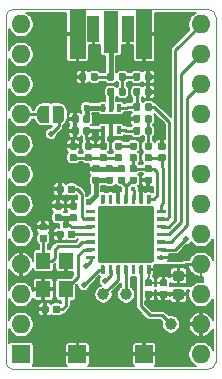
<source format=gbr>
%TF.GenerationSoftware,KiCad,Pcbnew,5.1.4-e60b266~84~ubuntu19.04.1*%
%TF.CreationDate,2020-03-24T20:07:43+00:00*%
%TF.ProjectId,ProMicro_LORA,50726f4d-6963-4726-9f5f-4c4f52412e6b,v1.1*%
%TF.SameCoordinates,Original*%
%TF.FileFunction,Copper,L1,Top*%
%TF.FilePolarity,Positive*%
%FSLAX45Y45*%
G04 Gerber Fmt 4.5, Leading zero omitted, Abs format (unit mm)*
G04 Created by KiCad (PCBNEW 5.1.4-e60b266~84~ubuntu19.04.1) date 2020-03-24 20:07:43*
%MOMM*%
%LPD*%
G04 APERTURE LIST*
%ADD10C,0.100000*%
%ADD11R,1.050000X2.200000*%
%ADD12R,1.000000X1.050000*%
%ADD13C,0.500000*%
%ADD14C,0.150000*%
%ADD15C,0.590000*%
%ADD16R,1.500000X1.500000*%
%ADD17R,0.400000X0.650000*%
%ADD18R,1.270000X3.600000*%
%ADD19R,1.350000X4.200000*%
%ADD20C,1.000000*%
%ADD21C,0.875000*%
%ADD22O,1.600000X1.600000*%
%ADD23R,1.600000X1.600000*%
%ADD24C,0.300000*%
%ADD25C,4.800000*%
%ADD26R,1.200000X1.400000*%
%ADD27C,0.600000*%
%ADD28C,0.450000*%
%ADD29C,0.400000*%
%ADD30C,0.250000*%
%ADD31C,0.200000*%
G04 APERTURE END LIST*
D10*
X12573000Y-7556500D02*
G75*
G02X12636500Y-7493000I63500J0D01*
G01*
X14287500Y-7493000D02*
G75*
G02X14351000Y-7556500I0J-63500D01*
G01*
X12636500Y-7493000D02*
X14287500Y-7493000D01*
X14351000Y-10477500D02*
G75*
G02X14287500Y-10541000I-63500J0D01*
G01*
X12636500Y-10541000D02*
G75*
G02X12573000Y-10477500I0J63500D01*
G01*
X12573000Y-10477500D02*
X12573000Y-7556500D01*
X14287500Y-10541000D02*
X12636500Y-10541000D01*
X14351000Y-7556500D02*
X14351000Y-10477500D01*
D11*
X13314500Y-7656000D03*
D12*
X13462000Y-7808500D03*
D11*
X13609500Y-7656000D03*
D13*
X12889000Y-8382000D03*
D14*
G36*
X12889000Y-8456940D02*
G01*
X12886547Y-8456940D01*
X12881663Y-8456459D01*
X12876851Y-8455502D01*
X12872155Y-8454077D01*
X12867622Y-8452200D01*
X12863295Y-8449886D01*
X12859215Y-8447160D01*
X12855422Y-8444048D01*
X12851952Y-8440578D01*
X12848840Y-8436785D01*
X12846114Y-8432705D01*
X12843800Y-8428378D01*
X12841923Y-8423845D01*
X12840498Y-8419149D01*
X12839541Y-8414337D01*
X12839060Y-8409453D01*
X12839060Y-8407000D01*
X12839000Y-8407000D01*
X12839000Y-8357000D01*
X12839060Y-8357000D01*
X12839060Y-8354547D01*
X12839541Y-8349663D01*
X12840498Y-8344851D01*
X12841923Y-8340155D01*
X12843800Y-8335622D01*
X12846114Y-8331295D01*
X12848840Y-8327215D01*
X12851952Y-8323422D01*
X12855422Y-8319952D01*
X12859215Y-8316840D01*
X12863295Y-8314114D01*
X12867622Y-8311800D01*
X12872155Y-8309923D01*
X12876851Y-8308498D01*
X12881663Y-8307541D01*
X12886547Y-8307060D01*
X12889000Y-8307060D01*
X12889000Y-8307000D01*
X12939000Y-8307000D01*
X12939000Y-8457000D01*
X12889000Y-8457000D01*
X12889000Y-8456940D01*
X12889000Y-8456940D01*
G37*
D13*
X13019000Y-8382000D03*
D14*
G36*
X12969000Y-8307000D02*
G01*
X13019000Y-8307000D01*
X13019000Y-8307060D01*
X13021453Y-8307060D01*
X13026336Y-8307541D01*
X13031149Y-8308498D01*
X13035844Y-8309923D01*
X13040378Y-8311800D01*
X13044705Y-8314114D01*
X13048785Y-8316840D01*
X13052578Y-8319952D01*
X13056048Y-8323422D01*
X13059160Y-8327215D01*
X13061886Y-8331295D01*
X13064199Y-8335622D01*
X13066077Y-8340155D01*
X13067502Y-8344851D01*
X13068459Y-8349663D01*
X13068940Y-8354547D01*
X13068940Y-8357000D01*
X13069000Y-8357000D01*
X13069000Y-8407000D01*
X13068940Y-8407000D01*
X13068940Y-8409453D01*
X13068459Y-8414337D01*
X13067502Y-8419149D01*
X13066077Y-8423845D01*
X13064199Y-8428378D01*
X13061886Y-8432705D01*
X13059160Y-8436785D01*
X13056048Y-8440578D01*
X13052578Y-8444048D01*
X13048785Y-8447160D01*
X13044705Y-8449886D01*
X13040378Y-8452200D01*
X13035844Y-8454077D01*
X13031149Y-8455502D01*
X13026336Y-8456459D01*
X13021453Y-8456940D01*
X13019000Y-8456940D01*
X13019000Y-8457000D01*
X12969000Y-8457000D01*
X12969000Y-8307000D01*
X12969000Y-8307000D01*
G37*
G36*
X13569596Y-8812071D02*
G01*
X13571028Y-8812283D01*
X13572432Y-8812635D01*
X13573795Y-8813123D01*
X13575103Y-8813742D01*
X13576345Y-8814486D01*
X13577507Y-8815348D01*
X13578580Y-8816320D01*
X13579552Y-8817393D01*
X13580414Y-8818555D01*
X13581158Y-8819797D01*
X13581777Y-8821105D01*
X13582265Y-8822468D01*
X13582617Y-8823872D01*
X13582829Y-8825304D01*
X13582900Y-8826750D01*
X13582900Y-8856250D01*
X13582829Y-8857696D01*
X13582617Y-8859128D01*
X13582265Y-8860532D01*
X13581777Y-8861895D01*
X13581158Y-8863203D01*
X13580414Y-8864445D01*
X13579552Y-8865607D01*
X13578580Y-8866680D01*
X13577507Y-8867652D01*
X13576345Y-8868514D01*
X13575103Y-8869258D01*
X13573795Y-8869877D01*
X13572432Y-8870365D01*
X13571028Y-8870717D01*
X13569596Y-8870929D01*
X13568150Y-8871000D01*
X13533650Y-8871000D01*
X13532204Y-8870929D01*
X13530772Y-8870717D01*
X13529368Y-8870365D01*
X13528005Y-8869877D01*
X13526697Y-8869258D01*
X13525455Y-8868514D01*
X13524293Y-8867652D01*
X13523220Y-8866680D01*
X13522248Y-8865607D01*
X13521386Y-8864445D01*
X13520642Y-8863203D01*
X13520023Y-8861895D01*
X13519535Y-8860532D01*
X13519183Y-8859128D01*
X13518971Y-8857696D01*
X13518900Y-8856250D01*
X13518900Y-8826750D01*
X13518971Y-8825304D01*
X13519183Y-8823872D01*
X13519535Y-8822468D01*
X13520023Y-8821105D01*
X13520642Y-8819797D01*
X13521386Y-8818555D01*
X13522248Y-8817393D01*
X13523220Y-8816320D01*
X13524293Y-8815348D01*
X13525455Y-8814486D01*
X13526697Y-8813742D01*
X13528005Y-8813123D01*
X13529368Y-8812635D01*
X13530772Y-8812283D01*
X13532204Y-8812071D01*
X13533650Y-8812000D01*
X13568150Y-8812000D01*
X13569596Y-8812071D01*
X13569596Y-8812071D01*
G37*
D15*
X13550900Y-8841500D03*
D14*
G36*
X13569596Y-8909071D02*
G01*
X13571028Y-8909283D01*
X13572432Y-8909635D01*
X13573795Y-8910123D01*
X13575103Y-8910742D01*
X13576345Y-8911486D01*
X13577507Y-8912348D01*
X13578580Y-8913320D01*
X13579552Y-8914393D01*
X13580414Y-8915555D01*
X13581158Y-8916797D01*
X13581777Y-8918105D01*
X13582265Y-8919468D01*
X13582617Y-8920872D01*
X13582829Y-8922304D01*
X13582900Y-8923750D01*
X13582900Y-8953250D01*
X13582829Y-8954696D01*
X13582617Y-8956128D01*
X13582265Y-8957532D01*
X13581777Y-8958895D01*
X13581158Y-8960203D01*
X13580414Y-8961445D01*
X13579552Y-8962607D01*
X13578580Y-8963680D01*
X13577507Y-8964652D01*
X13576345Y-8965514D01*
X13575103Y-8966258D01*
X13573795Y-8966877D01*
X13572432Y-8967365D01*
X13571028Y-8967717D01*
X13569596Y-8967929D01*
X13568150Y-8968000D01*
X13533650Y-8968000D01*
X13532204Y-8967929D01*
X13530772Y-8967717D01*
X13529368Y-8967365D01*
X13528005Y-8966877D01*
X13526697Y-8966258D01*
X13525455Y-8965514D01*
X13524293Y-8964652D01*
X13523220Y-8963680D01*
X13522248Y-8962607D01*
X13521386Y-8961445D01*
X13520642Y-8960203D01*
X13520023Y-8958895D01*
X13519535Y-8957532D01*
X13519183Y-8956128D01*
X13518971Y-8954696D01*
X13518900Y-8953250D01*
X13518900Y-8923750D01*
X13518971Y-8922304D01*
X13519183Y-8920872D01*
X13519535Y-8919468D01*
X13520023Y-8918105D01*
X13520642Y-8916797D01*
X13521386Y-8915555D01*
X13522248Y-8914393D01*
X13523220Y-8913320D01*
X13524293Y-8912348D01*
X13525455Y-8911486D01*
X13526697Y-8910742D01*
X13528005Y-8910123D01*
X13529368Y-8909635D01*
X13530772Y-8909283D01*
X13532204Y-8909071D01*
X13533650Y-8909000D01*
X13568150Y-8909000D01*
X13569596Y-8909071D01*
X13569596Y-8909071D01*
G37*
D15*
X13550900Y-8938500D03*
D14*
G36*
X13912496Y-8621571D02*
G01*
X13913928Y-8621783D01*
X13915332Y-8622135D01*
X13916695Y-8622623D01*
X13918003Y-8623242D01*
X13919245Y-8623986D01*
X13920407Y-8624848D01*
X13921480Y-8625820D01*
X13922452Y-8626893D01*
X13923314Y-8628055D01*
X13924058Y-8629297D01*
X13924677Y-8630605D01*
X13925165Y-8631968D01*
X13925517Y-8633372D01*
X13925729Y-8634804D01*
X13925800Y-8636250D01*
X13925800Y-8665750D01*
X13925729Y-8667196D01*
X13925517Y-8668628D01*
X13925165Y-8670032D01*
X13924677Y-8671395D01*
X13924058Y-8672703D01*
X13923314Y-8673945D01*
X13922452Y-8675107D01*
X13921480Y-8676180D01*
X13920407Y-8677152D01*
X13919245Y-8678014D01*
X13918003Y-8678758D01*
X13916695Y-8679377D01*
X13915332Y-8679865D01*
X13913928Y-8680217D01*
X13912496Y-8680429D01*
X13911050Y-8680500D01*
X13876550Y-8680500D01*
X13875104Y-8680429D01*
X13873672Y-8680217D01*
X13872268Y-8679865D01*
X13870905Y-8679377D01*
X13869597Y-8678758D01*
X13868355Y-8678014D01*
X13867193Y-8677152D01*
X13866120Y-8676180D01*
X13865148Y-8675107D01*
X13864286Y-8673945D01*
X13863542Y-8672703D01*
X13862923Y-8671395D01*
X13862435Y-8670032D01*
X13862083Y-8668628D01*
X13861871Y-8667196D01*
X13861800Y-8665750D01*
X13861800Y-8636250D01*
X13861871Y-8634804D01*
X13862083Y-8633372D01*
X13862435Y-8631968D01*
X13862923Y-8630605D01*
X13863542Y-8629297D01*
X13864286Y-8628055D01*
X13865148Y-8626893D01*
X13866120Y-8625820D01*
X13867193Y-8624848D01*
X13868355Y-8623986D01*
X13869597Y-8623242D01*
X13870905Y-8622623D01*
X13872268Y-8622135D01*
X13873672Y-8621783D01*
X13875104Y-8621571D01*
X13876550Y-8621500D01*
X13911050Y-8621500D01*
X13912496Y-8621571D01*
X13912496Y-8621571D01*
G37*
D15*
X13893800Y-8651000D03*
D14*
G36*
X13912496Y-8718571D02*
G01*
X13913928Y-8718783D01*
X13915332Y-8719135D01*
X13916695Y-8719623D01*
X13918003Y-8720242D01*
X13919245Y-8720986D01*
X13920407Y-8721848D01*
X13921480Y-8722820D01*
X13922452Y-8723893D01*
X13923314Y-8725055D01*
X13924058Y-8726297D01*
X13924677Y-8727605D01*
X13925165Y-8728968D01*
X13925517Y-8730372D01*
X13925729Y-8731804D01*
X13925800Y-8733250D01*
X13925800Y-8762750D01*
X13925729Y-8764196D01*
X13925517Y-8765628D01*
X13925165Y-8767032D01*
X13924677Y-8768395D01*
X13924058Y-8769703D01*
X13923314Y-8770945D01*
X13922452Y-8772107D01*
X13921480Y-8773180D01*
X13920407Y-8774152D01*
X13919245Y-8775014D01*
X13918003Y-8775758D01*
X13916695Y-8776377D01*
X13915332Y-8776865D01*
X13913928Y-8777217D01*
X13912496Y-8777429D01*
X13911050Y-8777500D01*
X13876550Y-8777500D01*
X13875104Y-8777429D01*
X13873672Y-8777217D01*
X13872268Y-8776865D01*
X13870905Y-8776377D01*
X13869597Y-8775758D01*
X13868355Y-8775014D01*
X13867193Y-8774152D01*
X13866120Y-8773180D01*
X13865148Y-8772107D01*
X13864286Y-8770945D01*
X13863542Y-8769703D01*
X13862923Y-8768395D01*
X13862435Y-8767032D01*
X13862083Y-8765628D01*
X13861871Y-8764196D01*
X13861800Y-8762750D01*
X13861800Y-8733250D01*
X13861871Y-8731804D01*
X13862083Y-8730372D01*
X13862435Y-8728968D01*
X13862923Y-8727605D01*
X13863542Y-8726297D01*
X13864286Y-8725055D01*
X13865148Y-8723893D01*
X13866120Y-8722820D01*
X13867193Y-8721848D01*
X13868355Y-8720986D01*
X13869597Y-8720242D01*
X13870905Y-8719623D01*
X13872268Y-8719135D01*
X13873672Y-8718783D01*
X13875104Y-8718571D01*
X13876550Y-8718500D01*
X13911050Y-8718500D01*
X13912496Y-8718571D01*
X13912496Y-8718571D01*
G37*
D15*
X13893800Y-8748000D03*
D16*
X13743940Y-10414000D03*
X13179298Y-10414000D03*
D14*
G36*
X13175696Y-8388171D02*
G01*
X13177128Y-8388383D01*
X13178532Y-8388735D01*
X13179895Y-8389223D01*
X13181203Y-8389842D01*
X13182445Y-8390586D01*
X13183607Y-8391448D01*
X13184680Y-8392420D01*
X13185652Y-8393493D01*
X13186514Y-8394655D01*
X13187258Y-8395897D01*
X13187877Y-8397205D01*
X13188365Y-8398568D01*
X13188717Y-8399972D01*
X13188929Y-8401404D01*
X13189000Y-8402850D01*
X13189000Y-8437350D01*
X13188929Y-8438796D01*
X13188717Y-8440228D01*
X13188365Y-8441632D01*
X13187877Y-8442995D01*
X13187258Y-8444303D01*
X13186514Y-8445545D01*
X13185652Y-8446707D01*
X13184680Y-8447780D01*
X13183607Y-8448752D01*
X13182445Y-8449614D01*
X13181203Y-8450358D01*
X13179895Y-8450977D01*
X13178532Y-8451465D01*
X13177128Y-8451817D01*
X13175696Y-8452029D01*
X13174250Y-8452100D01*
X13144750Y-8452100D01*
X13143304Y-8452029D01*
X13141872Y-8451817D01*
X13140468Y-8451465D01*
X13139105Y-8450977D01*
X13137797Y-8450358D01*
X13136555Y-8449614D01*
X13135393Y-8448752D01*
X13134320Y-8447780D01*
X13133348Y-8446707D01*
X13132486Y-8445545D01*
X13131742Y-8444303D01*
X13131123Y-8442995D01*
X13130635Y-8441632D01*
X13130283Y-8440228D01*
X13130071Y-8438796D01*
X13130000Y-8437350D01*
X13130000Y-8402850D01*
X13130071Y-8401404D01*
X13130283Y-8399972D01*
X13130635Y-8398568D01*
X13131123Y-8397205D01*
X13131742Y-8395897D01*
X13132486Y-8394655D01*
X13133348Y-8393493D01*
X13134320Y-8392420D01*
X13135393Y-8391448D01*
X13136555Y-8390586D01*
X13137797Y-8389842D01*
X13139105Y-8389223D01*
X13140468Y-8388735D01*
X13141872Y-8388383D01*
X13143304Y-8388171D01*
X13144750Y-8388100D01*
X13174250Y-8388100D01*
X13175696Y-8388171D01*
X13175696Y-8388171D01*
G37*
D15*
X13159500Y-8420100D03*
D14*
G36*
X13272696Y-8388171D02*
G01*
X13274128Y-8388383D01*
X13275532Y-8388735D01*
X13276895Y-8389223D01*
X13278203Y-8389842D01*
X13279445Y-8390586D01*
X13280607Y-8391448D01*
X13281680Y-8392420D01*
X13282652Y-8393493D01*
X13283514Y-8394655D01*
X13284258Y-8395897D01*
X13284877Y-8397205D01*
X13285365Y-8398568D01*
X13285717Y-8399972D01*
X13285929Y-8401404D01*
X13286000Y-8402850D01*
X13286000Y-8437350D01*
X13285929Y-8438796D01*
X13285717Y-8440228D01*
X13285365Y-8441632D01*
X13284877Y-8442995D01*
X13284258Y-8444303D01*
X13283514Y-8445545D01*
X13282652Y-8446707D01*
X13281680Y-8447780D01*
X13280607Y-8448752D01*
X13279445Y-8449614D01*
X13278203Y-8450358D01*
X13276895Y-8450977D01*
X13275532Y-8451465D01*
X13274128Y-8451817D01*
X13272696Y-8452029D01*
X13271250Y-8452100D01*
X13241750Y-8452100D01*
X13240304Y-8452029D01*
X13238872Y-8451817D01*
X13237468Y-8451465D01*
X13236105Y-8450977D01*
X13234797Y-8450358D01*
X13233555Y-8449614D01*
X13232393Y-8448752D01*
X13231320Y-8447780D01*
X13230348Y-8446707D01*
X13229486Y-8445545D01*
X13228742Y-8444303D01*
X13228123Y-8442995D01*
X13227635Y-8441632D01*
X13227283Y-8440228D01*
X13227071Y-8438796D01*
X13227000Y-8437350D01*
X13227000Y-8402850D01*
X13227071Y-8401404D01*
X13227283Y-8399972D01*
X13227635Y-8398568D01*
X13228123Y-8397205D01*
X13228742Y-8395897D01*
X13229486Y-8394655D01*
X13230348Y-8393493D01*
X13231320Y-8392420D01*
X13232393Y-8391448D01*
X13233555Y-8390586D01*
X13234797Y-8389842D01*
X13236105Y-8389223D01*
X13237468Y-8388735D01*
X13238872Y-8388383D01*
X13240304Y-8388171D01*
X13241750Y-8388100D01*
X13271250Y-8388100D01*
X13272696Y-8388171D01*
X13272696Y-8388171D01*
G37*
D15*
X13256500Y-8420100D03*
D14*
G36*
X13795696Y-8159571D02*
G01*
X13797128Y-8159783D01*
X13798532Y-8160135D01*
X13799895Y-8160623D01*
X13801203Y-8161242D01*
X13802445Y-8161986D01*
X13803607Y-8162848D01*
X13804680Y-8163820D01*
X13805652Y-8164893D01*
X13806514Y-8166055D01*
X13807258Y-8167297D01*
X13807877Y-8168605D01*
X13808365Y-8169968D01*
X13808717Y-8171372D01*
X13808929Y-8172804D01*
X13809000Y-8174250D01*
X13809000Y-8208750D01*
X13808929Y-8210196D01*
X13808717Y-8211628D01*
X13808365Y-8213032D01*
X13807877Y-8214395D01*
X13807258Y-8215703D01*
X13806514Y-8216945D01*
X13805652Y-8218107D01*
X13804680Y-8219180D01*
X13803607Y-8220152D01*
X13802445Y-8221014D01*
X13801203Y-8221758D01*
X13799895Y-8222377D01*
X13798532Y-8222865D01*
X13797128Y-8223217D01*
X13795696Y-8223429D01*
X13794250Y-8223500D01*
X13764750Y-8223500D01*
X13763304Y-8223429D01*
X13761872Y-8223217D01*
X13760468Y-8222865D01*
X13759105Y-8222377D01*
X13757797Y-8221758D01*
X13756555Y-8221014D01*
X13755393Y-8220152D01*
X13754320Y-8219180D01*
X13753348Y-8218107D01*
X13752486Y-8216945D01*
X13751742Y-8215703D01*
X13751123Y-8214395D01*
X13750635Y-8213032D01*
X13750283Y-8211628D01*
X13750071Y-8210196D01*
X13750000Y-8208750D01*
X13750000Y-8174250D01*
X13750071Y-8172804D01*
X13750283Y-8171372D01*
X13750635Y-8169968D01*
X13751123Y-8168605D01*
X13751742Y-8167297D01*
X13752486Y-8166055D01*
X13753348Y-8164893D01*
X13754320Y-8163820D01*
X13755393Y-8162848D01*
X13756555Y-8161986D01*
X13757797Y-8161242D01*
X13759105Y-8160623D01*
X13760468Y-8160135D01*
X13761872Y-8159783D01*
X13763304Y-8159571D01*
X13764750Y-8159500D01*
X13794250Y-8159500D01*
X13795696Y-8159571D01*
X13795696Y-8159571D01*
G37*
D15*
X13779500Y-8191500D03*
D14*
G36*
X13698696Y-8159571D02*
G01*
X13700128Y-8159783D01*
X13701532Y-8160135D01*
X13702895Y-8160623D01*
X13704203Y-8161242D01*
X13705445Y-8161986D01*
X13706607Y-8162848D01*
X13707680Y-8163820D01*
X13708652Y-8164893D01*
X13709514Y-8166055D01*
X13710258Y-8167297D01*
X13710877Y-8168605D01*
X13711365Y-8169968D01*
X13711717Y-8171372D01*
X13711929Y-8172804D01*
X13712000Y-8174250D01*
X13712000Y-8208750D01*
X13711929Y-8210196D01*
X13711717Y-8211628D01*
X13711365Y-8213032D01*
X13710877Y-8214395D01*
X13710258Y-8215703D01*
X13709514Y-8216945D01*
X13708652Y-8218107D01*
X13707680Y-8219180D01*
X13706607Y-8220152D01*
X13705445Y-8221014D01*
X13704203Y-8221758D01*
X13702895Y-8222377D01*
X13701532Y-8222865D01*
X13700128Y-8223217D01*
X13698696Y-8223429D01*
X13697250Y-8223500D01*
X13667750Y-8223500D01*
X13666304Y-8223429D01*
X13664872Y-8223217D01*
X13663468Y-8222865D01*
X13662105Y-8222377D01*
X13660797Y-8221758D01*
X13659555Y-8221014D01*
X13658393Y-8220152D01*
X13657320Y-8219180D01*
X13656348Y-8218107D01*
X13655486Y-8216945D01*
X13654742Y-8215703D01*
X13654123Y-8214395D01*
X13653635Y-8213032D01*
X13653283Y-8211628D01*
X13653071Y-8210196D01*
X13653000Y-8208750D01*
X13653000Y-8174250D01*
X13653071Y-8172804D01*
X13653283Y-8171372D01*
X13653635Y-8169968D01*
X13654123Y-8168605D01*
X13654742Y-8167297D01*
X13655486Y-8166055D01*
X13656348Y-8164893D01*
X13657320Y-8163820D01*
X13658393Y-8162848D01*
X13659555Y-8161986D01*
X13660797Y-8161242D01*
X13662105Y-8160623D01*
X13663468Y-8160135D01*
X13664872Y-8159783D01*
X13666304Y-8159571D01*
X13667750Y-8159500D01*
X13697250Y-8159500D01*
X13698696Y-8159571D01*
X13698696Y-8159571D01*
G37*
D15*
X13682500Y-8191500D03*
D14*
G36*
X13290196Y-8718571D02*
G01*
X13291628Y-8718783D01*
X13293032Y-8719135D01*
X13294395Y-8719623D01*
X13295703Y-8720242D01*
X13296945Y-8720986D01*
X13298107Y-8721848D01*
X13299180Y-8722820D01*
X13300152Y-8723893D01*
X13301014Y-8725055D01*
X13301758Y-8726297D01*
X13302377Y-8727605D01*
X13302865Y-8728968D01*
X13303217Y-8730372D01*
X13303429Y-8731804D01*
X13303500Y-8733250D01*
X13303500Y-8762750D01*
X13303429Y-8764196D01*
X13303217Y-8765628D01*
X13302865Y-8767032D01*
X13302377Y-8768395D01*
X13301758Y-8769703D01*
X13301014Y-8770945D01*
X13300152Y-8772107D01*
X13299180Y-8773180D01*
X13298107Y-8774152D01*
X13296945Y-8775014D01*
X13295703Y-8775758D01*
X13294395Y-8776377D01*
X13293032Y-8776865D01*
X13291628Y-8777217D01*
X13290196Y-8777429D01*
X13288750Y-8777500D01*
X13254250Y-8777500D01*
X13252804Y-8777429D01*
X13251372Y-8777217D01*
X13249968Y-8776865D01*
X13248605Y-8776377D01*
X13247297Y-8775758D01*
X13246055Y-8775014D01*
X13244893Y-8774152D01*
X13243820Y-8773180D01*
X13242848Y-8772107D01*
X13241986Y-8770945D01*
X13241242Y-8769703D01*
X13240623Y-8768395D01*
X13240135Y-8767032D01*
X13239783Y-8765628D01*
X13239571Y-8764196D01*
X13239500Y-8762750D01*
X13239500Y-8733250D01*
X13239571Y-8731804D01*
X13239783Y-8730372D01*
X13240135Y-8728968D01*
X13240623Y-8727605D01*
X13241242Y-8726297D01*
X13241986Y-8725055D01*
X13242848Y-8723893D01*
X13243820Y-8722820D01*
X13244893Y-8721848D01*
X13246055Y-8720986D01*
X13247297Y-8720242D01*
X13248605Y-8719623D01*
X13249968Y-8719135D01*
X13251372Y-8718783D01*
X13252804Y-8718571D01*
X13254250Y-8718500D01*
X13288750Y-8718500D01*
X13290196Y-8718571D01*
X13290196Y-8718571D01*
G37*
D15*
X13271500Y-8748000D03*
D14*
G36*
X13290196Y-8621571D02*
G01*
X13291628Y-8621783D01*
X13293032Y-8622135D01*
X13294395Y-8622623D01*
X13295703Y-8623242D01*
X13296945Y-8623986D01*
X13298107Y-8624848D01*
X13299180Y-8625820D01*
X13300152Y-8626893D01*
X13301014Y-8628055D01*
X13301758Y-8629297D01*
X13302377Y-8630605D01*
X13302865Y-8631968D01*
X13303217Y-8633372D01*
X13303429Y-8634804D01*
X13303500Y-8636250D01*
X13303500Y-8665750D01*
X13303429Y-8667196D01*
X13303217Y-8668628D01*
X13302865Y-8670032D01*
X13302377Y-8671395D01*
X13301758Y-8672703D01*
X13301014Y-8673945D01*
X13300152Y-8675107D01*
X13299180Y-8676180D01*
X13298107Y-8677152D01*
X13296945Y-8678014D01*
X13295703Y-8678758D01*
X13294395Y-8679377D01*
X13293032Y-8679865D01*
X13291628Y-8680217D01*
X13290196Y-8680429D01*
X13288750Y-8680500D01*
X13254250Y-8680500D01*
X13252804Y-8680429D01*
X13251372Y-8680217D01*
X13249968Y-8679865D01*
X13248605Y-8679377D01*
X13247297Y-8678758D01*
X13246055Y-8678014D01*
X13244893Y-8677152D01*
X13243820Y-8676180D01*
X13242848Y-8675107D01*
X13241986Y-8673945D01*
X13241242Y-8672703D01*
X13240623Y-8671395D01*
X13240135Y-8670032D01*
X13239783Y-8668628D01*
X13239571Y-8667196D01*
X13239500Y-8665750D01*
X13239500Y-8636250D01*
X13239571Y-8634804D01*
X13239783Y-8633372D01*
X13240135Y-8631968D01*
X13240623Y-8630605D01*
X13241242Y-8629297D01*
X13241986Y-8628055D01*
X13242848Y-8626893D01*
X13243820Y-8625820D01*
X13244893Y-8624848D01*
X13246055Y-8623986D01*
X13247297Y-8623242D01*
X13248605Y-8622623D01*
X13249968Y-8622135D01*
X13251372Y-8621783D01*
X13252804Y-8621571D01*
X13254250Y-8621500D01*
X13288750Y-8621500D01*
X13290196Y-8621571D01*
X13290196Y-8621571D01*
G37*
D15*
X13271500Y-8651000D03*
D14*
G36*
X13239196Y-8032571D02*
G01*
X13240628Y-8032783D01*
X13242032Y-8033135D01*
X13243395Y-8033623D01*
X13244703Y-8034242D01*
X13245945Y-8034986D01*
X13247107Y-8035848D01*
X13248180Y-8036820D01*
X13249152Y-8037893D01*
X13250014Y-8039055D01*
X13250758Y-8040297D01*
X13251377Y-8041605D01*
X13251865Y-8042968D01*
X13252217Y-8044372D01*
X13252429Y-8045804D01*
X13252500Y-8047250D01*
X13252500Y-8081750D01*
X13252429Y-8083196D01*
X13252217Y-8084628D01*
X13251865Y-8086032D01*
X13251377Y-8087395D01*
X13250758Y-8088703D01*
X13250014Y-8089945D01*
X13249152Y-8091107D01*
X13248180Y-8092180D01*
X13247107Y-8093152D01*
X13245945Y-8094014D01*
X13244703Y-8094758D01*
X13243395Y-8095377D01*
X13242032Y-8095865D01*
X13240628Y-8096217D01*
X13239196Y-8096429D01*
X13237750Y-8096500D01*
X13208250Y-8096500D01*
X13206804Y-8096429D01*
X13205372Y-8096217D01*
X13203968Y-8095865D01*
X13202605Y-8095377D01*
X13201297Y-8094758D01*
X13200055Y-8094014D01*
X13198893Y-8093152D01*
X13197820Y-8092180D01*
X13196848Y-8091107D01*
X13195986Y-8089945D01*
X13195242Y-8088703D01*
X13194623Y-8087395D01*
X13194135Y-8086032D01*
X13193783Y-8084628D01*
X13193571Y-8083196D01*
X13193500Y-8081750D01*
X13193500Y-8047250D01*
X13193571Y-8045804D01*
X13193783Y-8044372D01*
X13194135Y-8042968D01*
X13194623Y-8041605D01*
X13195242Y-8040297D01*
X13195986Y-8039055D01*
X13196848Y-8037893D01*
X13197820Y-8036820D01*
X13198893Y-8035848D01*
X13200055Y-8034986D01*
X13201297Y-8034242D01*
X13202605Y-8033623D01*
X13203968Y-8033135D01*
X13205372Y-8032783D01*
X13206804Y-8032571D01*
X13208250Y-8032500D01*
X13237750Y-8032500D01*
X13239196Y-8032571D01*
X13239196Y-8032571D01*
G37*
D15*
X13223000Y-8064500D03*
D14*
G36*
X13336196Y-8032571D02*
G01*
X13337628Y-8032783D01*
X13339032Y-8033135D01*
X13340395Y-8033623D01*
X13341703Y-8034242D01*
X13342945Y-8034986D01*
X13344107Y-8035848D01*
X13345180Y-8036820D01*
X13346152Y-8037893D01*
X13347014Y-8039055D01*
X13347758Y-8040297D01*
X13348377Y-8041605D01*
X13348865Y-8042968D01*
X13349217Y-8044372D01*
X13349429Y-8045804D01*
X13349500Y-8047250D01*
X13349500Y-8081750D01*
X13349429Y-8083196D01*
X13349217Y-8084628D01*
X13348865Y-8086032D01*
X13348377Y-8087395D01*
X13347758Y-8088703D01*
X13347014Y-8089945D01*
X13346152Y-8091107D01*
X13345180Y-8092180D01*
X13344107Y-8093152D01*
X13342945Y-8094014D01*
X13341703Y-8094758D01*
X13340395Y-8095377D01*
X13339032Y-8095865D01*
X13337628Y-8096217D01*
X13336196Y-8096429D01*
X13334750Y-8096500D01*
X13305250Y-8096500D01*
X13303804Y-8096429D01*
X13302372Y-8096217D01*
X13300968Y-8095865D01*
X13299605Y-8095377D01*
X13298297Y-8094758D01*
X13297055Y-8094014D01*
X13295893Y-8093152D01*
X13294820Y-8092180D01*
X13293848Y-8091107D01*
X13292986Y-8089945D01*
X13292242Y-8088703D01*
X13291623Y-8087395D01*
X13291135Y-8086032D01*
X13290783Y-8084628D01*
X13290571Y-8083196D01*
X13290500Y-8081750D01*
X13290500Y-8047250D01*
X13290571Y-8045804D01*
X13290783Y-8044372D01*
X13291135Y-8042968D01*
X13291623Y-8041605D01*
X13292242Y-8040297D01*
X13292986Y-8039055D01*
X13293848Y-8037893D01*
X13294820Y-8036820D01*
X13295893Y-8035848D01*
X13297055Y-8034986D01*
X13298297Y-8034242D01*
X13299605Y-8033623D01*
X13300968Y-8033135D01*
X13302372Y-8032783D01*
X13303804Y-8032571D01*
X13305250Y-8032500D01*
X13334750Y-8032500D01*
X13336196Y-8032571D01*
X13336196Y-8032571D01*
G37*
D15*
X13320000Y-8064500D03*
D14*
G36*
X13795696Y-8032571D02*
G01*
X13797128Y-8032783D01*
X13798532Y-8033135D01*
X13799895Y-8033623D01*
X13801203Y-8034242D01*
X13802445Y-8034986D01*
X13803607Y-8035848D01*
X13804680Y-8036820D01*
X13805652Y-8037893D01*
X13806514Y-8039055D01*
X13807258Y-8040297D01*
X13807877Y-8041605D01*
X13808365Y-8042968D01*
X13808717Y-8044372D01*
X13808929Y-8045804D01*
X13809000Y-8047250D01*
X13809000Y-8081750D01*
X13808929Y-8083196D01*
X13808717Y-8084628D01*
X13808365Y-8086032D01*
X13807877Y-8087395D01*
X13807258Y-8088703D01*
X13806514Y-8089945D01*
X13805652Y-8091107D01*
X13804680Y-8092180D01*
X13803607Y-8093152D01*
X13802445Y-8094014D01*
X13801203Y-8094758D01*
X13799895Y-8095377D01*
X13798532Y-8095865D01*
X13797128Y-8096217D01*
X13795696Y-8096429D01*
X13794250Y-8096500D01*
X13764750Y-8096500D01*
X13763304Y-8096429D01*
X13761872Y-8096217D01*
X13760468Y-8095865D01*
X13759105Y-8095377D01*
X13757797Y-8094758D01*
X13756555Y-8094014D01*
X13755393Y-8093152D01*
X13754320Y-8092180D01*
X13753348Y-8091107D01*
X13752486Y-8089945D01*
X13751742Y-8088703D01*
X13751123Y-8087395D01*
X13750635Y-8086032D01*
X13750283Y-8084628D01*
X13750071Y-8083196D01*
X13750000Y-8081750D01*
X13750000Y-8047250D01*
X13750071Y-8045804D01*
X13750283Y-8044372D01*
X13750635Y-8042968D01*
X13751123Y-8041605D01*
X13751742Y-8040297D01*
X13752486Y-8039055D01*
X13753348Y-8037893D01*
X13754320Y-8036820D01*
X13755393Y-8035848D01*
X13756555Y-8034986D01*
X13757797Y-8034242D01*
X13759105Y-8033623D01*
X13760468Y-8033135D01*
X13761872Y-8032783D01*
X13763304Y-8032571D01*
X13764750Y-8032500D01*
X13794250Y-8032500D01*
X13795696Y-8032571D01*
X13795696Y-8032571D01*
G37*
D15*
X13779500Y-8064500D03*
D14*
G36*
X13698696Y-8032571D02*
G01*
X13700128Y-8032783D01*
X13701532Y-8033135D01*
X13702895Y-8033623D01*
X13704203Y-8034242D01*
X13705445Y-8034986D01*
X13706607Y-8035848D01*
X13707680Y-8036820D01*
X13708652Y-8037893D01*
X13709514Y-8039055D01*
X13710258Y-8040297D01*
X13710877Y-8041605D01*
X13711365Y-8042968D01*
X13711717Y-8044372D01*
X13711929Y-8045804D01*
X13712000Y-8047250D01*
X13712000Y-8081750D01*
X13711929Y-8083196D01*
X13711717Y-8084628D01*
X13711365Y-8086032D01*
X13710877Y-8087395D01*
X13710258Y-8088703D01*
X13709514Y-8089945D01*
X13708652Y-8091107D01*
X13707680Y-8092180D01*
X13706607Y-8093152D01*
X13705445Y-8094014D01*
X13704203Y-8094758D01*
X13702895Y-8095377D01*
X13701532Y-8095865D01*
X13700128Y-8096217D01*
X13698696Y-8096429D01*
X13697250Y-8096500D01*
X13667750Y-8096500D01*
X13666304Y-8096429D01*
X13664872Y-8096217D01*
X13663468Y-8095865D01*
X13662105Y-8095377D01*
X13660797Y-8094758D01*
X13659555Y-8094014D01*
X13658393Y-8093152D01*
X13657320Y-8092180D01*
X13656348Y-8091107D01*
X13655486Y-8089945D01*
X13654742Y-8088703D01*
X13654123Y-8087395D01*
X13653635Y-8086032D01*
X13653283Y-8084628D01*
X13653071Y-8083196D01*
X13653000Y-8081750D01*
X13653000Y-8047250D01*
X13653071Y-8045804D01*
X13653283Y-8044372D01*
X13653635Y-8042968D01*
X13654123Y-8041605D01*
X13654742Y-8040297D01*
X13655486Y-8039055D01*
X13656348Y-8037893D01*
X13657320Y-8036820D01*
X13658393Y-8035848D01*
X13659555Y-8034986D01*
X13660797Y-8034242D01*
X13662105Y-8033623D01*
X13663468Y-8033135D01*
X13664872Y-8032783D01*
X13666304Y-8032571D01*
X13667750Y-8032500D01*
X13697250Y-8032500D01*
X13698696Y-8032571D01*
X13698696Y-8032571D01*
G37*
D15*
X13682500Y-8064500D03*
D14*
G36*
X13478196Y-8159571D02*
G01*
X13479628Y-8159783D01*
X13481032Y-8160135D01*
X13482395Y-8160623D01*
X13483703Y-8161242D01*
X13484945Y-8161986D01*
X13486107Y-8162848D01*
X13487180Y-8163820D01*
X13488152Y-8164893D01*
X13489014Y-8166055D01*
X13489758Y-8167297D01*
X13490377Y-8168605D01*
X13490865Y-8169968D01*
X13491217Y-8171372D01*
X13491429Y-8172804D01*
X13491500Y-8174250D01*
X13491500Y-8208750D01*
X13491429Y-8210196D01*
X13491217Y-8211628D01*
X13490865Y-8213032D01*
X13490377Y-8214395D01*
X13489758Y-8215703D01*
X13489014Y-8216945D01*
X13488152Y-8218107D01*
X13487180Y-8219180D01*
X13486107Y-8220152D01*
X13484945Y-8221014D01*
X13483703Y-8221758D01*
X13482395Y-8222377D01*
X13481032Y-8222865D01*
X13479628Y-8223217D01*
X13478196Y-8223429D01*
X13476750Y-8223500D01*
X13447250Y-8223500D01*
X13445804Y-8223429D01*
X13444372Y-8223217D01*
X13442968Y-8222865D01*
X13441605Y-8222377D01*
X13440297Y-8221758D01*
X13439055Y-8221014D01*
X13437893Y-8220152D01*
X13436820Y-8219180D01*
X13435848Y-8218107D01*
X13434986Y-8216945D01*
X13434242Y-8215703D01*
X13433623Y-8214395D01*
X13433135Y-8213032D01*
X13432783Y-8211628D01*
X13432571Y-8210196D01*
X13432500Y-8208750D01*
X13432500Y-8174250D01*
X13432571Y-8172804D01*
X13432783Y-8171372D01*
X13433135Y-8169968D01*
X13433623Y-8168605D01*
X13434242Y-8167297D01*
X13434986Y-8166055D01*
X13435848Y-8164893D01*
X13436820Y-8163820D01*
X13437893Y-8162848D01*
X13439055Y-8161986D01*
X13440297Y-8161242D01*
X13441605Y-8160623D01*
X13442968Y-8160135D01*
X13444372Y-8159783D01*
X13445804Y-8159571D01*
X13447250Y-8159500D01*
X13476750Y-8159500D01*
X13478196Y-8159571D01*
X13478196Y-8159571D01*
G37*
D15*
X13462000Y-8191500D03*
D14*
G36*
X13575196Y-8159571D02*
G01*
X13576628Y-8159783D01*
X13578032Y-8160135D01*
X13579395Y-8160623D01*
X13580703Y-8161242D01*
X13581945Y-8161986D01*
X13583107Y-8162848D01*
X13584180Y-8163820D01*
X13585152Y-8164893D01*
X13586014Y-8166055D01*
X13586758Y-8167297D01*
X13587377Y-8168605D01*
X13587865Y-8169968D01*
X13588217Y-8171372D01*
X13588429Y-8172804D01*
X13588500Y-8174250D01*
X13588500Y-8208750D01*
X13588429Y-8210196D01*
X13588217Y-8211628D01*
X13587865Y-8213032D01*
X13587377Y-8214395D01*
X13586758Y-8215703D01*
X13586014Y-8216945D01*
X13585152Y-8218107D01*
X13584180Y-8219180D01*
X13583107Y-8220152D01*
X13581945Y-8221014D01*
X13580703Y-8221758D01*
X13579395Y-8222377D01*
X13578032Y-8222865D01*
X13576628Y-8223217D01*
X13575196Y-8223429D01*
X13573750Y-8223500D01*
X13544250Y-8223500D01*
X13542804Y-8223429D01*
X13541372Y-8223217D01*
X13539968Y-8222865D01*
X13538605Y-8222377D01*
X13537297Y-8221758D01*
X13536055Y-8221014D01*
X13534893Y-8220152D01*
X13533820Y-8219180D01*
X13532848Y-8218107D01*
X13531986Y-8216945D01*
X13531242Y-8215703D01*
X13530623Y-8214395D01*
X13530135Y-8213032D01*
X13529783Y-8211628D01*
X13529571Y-8210196D01*
X13529500Y-8208750D01*
X13529500Y-8174250D01*
X13529571Y-8172804D01*
X13529783Y-8171372D01*
X13530135Y-8169968D01*
X13530623Y-8168605D01*
X13531242Y-8167297D01*
X13531986Y-8166055D01*
X13532848Y-8164893D01*
X13533820Y-8163820D01*
X13534893Y-8162848D01*
X13536055Y-8161986D01*
X13537297Y-8161242D01*
X13538605Y-8160623D01*
X13539968Y-8160135D01*
X13541372Y-8159783D01*
X13542804Y-8159571D01*
X13544250Y-8159500D01*
X13573750Y-8159500D01*
X13575196Y-8159571D01*
X13575196Y-8159571D01*
G37*
D15*
X13559000Y-8191500D03*
D14*
G36*
X13175696Y-8489771D02*
G01*
X13177128Y-8489983D01*
X13178532Y-8490335D01*
X13179895Y-8490823D01*
X13181203Y-8491442D01*
X13182445Y-8492186D01*
X13183607Y-8493048D01*
X13184680Y-8494020D01*
X13185652Y-8495093D01*
X13186514Y-8496255D01*
X13187258Y-8497497D01*
X13187877Y-8498805D01*
X13188365Y-8500168D01*
X13188717Y-8501572D01*
X13188929Y-8503004D01*
X13189000Y-8504450D01*
X13189000Y-8538950D01*
X13188929Y-8540396D01*
X13188717Y-8541828D01*
X13188365Y-8543232D01*
X13187877Y-8544595D01*
X13187258Y-8545903D01*
X13186514Y-8547145D01*
X13185652Y-8548307D01*
X13184680Y-8549380D01*
X13183607Y-8550352D01*
X13182445Y-8551214D01*
X13181203Y-8551958D01*
X13179895Y-8552577D01*
X13178532Y-8553065D01*
X13177128Y-8553417D01*
X13175696Y-8553629D01*
X13174250Y-8553700D01*
X13144750Y-8553700D01*
X13143304Y-8553629D01*
X13141872Y-8553417D01*
X13140468Y-8553065D01*
X13139105Y-8552577D01*
X13137797Y-8551958D01*
X13136555Y-8551214D01*
X13135393Y-8550352D01*
X13134320Y-8549380D01*
X13133348Y-8548307D01*
X13132486Y-8547145D01*
X13131742Y-8545903D01*
X13131123Y-8544595D01*
X13130635Y-8543232D01*
X13130283Y-8541828D01*
X13130071Y-8540396D01*
X13130000Y-8538950D01*
X13130000Y-8504450D01*
X13130071Y-8503004D01*
X13130283Y-8501572D01*
X13130635Y-8500168D01*
X13131123Y-8498805D01*
X13131742Y-8497497D01*
X13132486Y-8496255D01*
X13133348Y-8495093D01*
X13134320Y-8494020D01*
X13135393Y-8493048D01*
X13136555Y-8492186D01*
X13137797Y-8491442D01*
X13139105Y-8490823D01*
X13140468Y-8490335D01*
X13141872Y-8489983D01*
X13143304Y-8489771D01*
X13144750Y-8489700D01*
X13174250Y-8489700D01*
X13175696Y-8489771D01*
X13175696Y-8489771D01*
G37*
D15*
X13159500Y-8521700D03*
D14*
G36*
X13272696Y-8489771D02*
G01*
X13274128Y-8489983D01*
X13275532Y-8490335D01*
X13276895Y-8490823D01*
X13278203Y-8491442D01*
X13279445Y-8492186D01*
X13280607Y-8493048D01*
X13281680Y-8494020D01*
X13282652Y-8495093D01*
X13283514Y-8496255D01*
X13284258Y-8497497D01*
X13284877Y-8498805D01*
X13285365Y-8500168D01*
X13285717Y-8501572D01*
X13285929Y-8503004D01*
X13286000Y-8504450D01*
X13286000Y-8538950D01*
X13285929Y-8540396D01*
X13285717Y-8541828D01*
X13285365Y-8543232D01*
X13284877Y-8544595D01*
X13284258Y-8545903D01*
X13283514Y-8547145D01*
X13282652Y-8548307D01*
X13281680Y-8549380D01*
X13280607Y-8550352D01*
X13279445Y-8551214D01*
X13278203Y-8551958D01*
X13276895Y-8552577D01*
X13275532Y-8553065D01*
X13274128Y-8553417D01*
X13272696Y-8553629D01*
X13271250Y-8553700D01*
X13241750Y-8553700D01*
X13240304Y-8553629D01*
X13238872Y-8553417D01*
X13237468Y-8553065D01*
X13236105Y-8552577D01*
X13234797Y-8551958D01*
X13233555Y-8551214D01*
X13232393Y-8550352D01*
X13231320Y-8549380D01*
X13230348Y-8548307D01*
X13229486Y-8547145D01*
X13228742Y-8545903D01*
X13228123Y-8544595D01*
X13227635Y-8543232D01*
X13227283Y-8541828D01*
X13227071Y-8540396D01*
X13227000Y-8538950D01*
X13227000Y-8504450D01*
X13227071Y-8503004D01*
X13227283Y-8501572D01*
X13227635Y-8500168D01*
X13228123Y-8498805D01*
X13228742Y-8497497D01*
X13229486Y-8496255D01*
X13230348Y-8495093D01*
X13231320Y-8494020D01*
X13232393Y-8493048D01*
X13233555Y-8492186D01*
X13234797Y-8491442D01*
X13236105Y-8490823D01*
X13237468Y-8490335D01*
X13238872Y-8489983D01*
X13240304Y-8489771D01*
X13241750Y-8489700D01*
X13271250Y-8489700D01*
X13272696Y-8489771D01*
X13272696Y-8489771D01*
G37*
D15*
X13256500Y-8521700D03*
D14*
G36*
X13795696Y-8489771D02*
G01*
X13797128Y-8489983D01*
X13798532Y-8490335D01*
X13799895Y-8490823D01*
X13801203Y-8491442D01*
X13802445Y-8492186D01*
X13803607Y-8493048D01*
X13804680Y-8494020D01*
X13805652Y-8495093D01*
X13806514Y-8496255D01*
X13807258Y-8497497D01*
X13807877Y-8498805D01*
X13808365Y-8500168D01*
X13808717Y-8501572D01*
X13808929Y-8503004D01*
X13809000Y-8504450D01*
X13809000Y-8538950D01*
X13808929Y-8540396D01*
X13808717Y-8541828D01*
X13808365Y-8543232D01*
X13807877Y-8544595D01*
X13807258Y-8545903D01*
X13806514Y-8547145D01*
X13805652Y-8548307D01*
X13804680Y-8549380D01*
X13803607Y-8550352D01*
X13802445Y-8551214D01*
X13801203Y-8551958D01*
X13799895Y-8552577D01*
X13798532Y-8553065D01*
X13797128Y-8553417D01*
X13795696Y-8553629D01*
X13794250Y-8553700D01*
X13764750Y-8553700D01*
X13763304Y-8553629D01*
X13761872Y-8553417D01*
X13760468Y-8553065D01*
X13759105Y-8552577D01*
X13757797Y-8551958D01*
X13756555Y-8551214D01*
X13755393Y-8550352D01*
X13754320Y-8549380D01*
X13753348Y-8548307D01*
X13752486Y-8547145D01*
X13751742Y-8545903D01*
X13751123Y-8544595D01*
X13750635Y-8543232D01*
X13750283Y-8541828D01*
X13750071Y-8540396D01*
X13750000Y-8538950D01*
X13750000Y-8504450D01*
X13750071Y-8503004D01*
X13750283Y-8501572D01*
X13750635Y-8500168D01*
X13751123Y-8498805D01*
X13751742Y-8497497D01*
X13752486Y-8496255D01*
X13753348Y-8495093D01*
X13754320Y-8494020D01*
X13755393Y-8493048D01*
X13756555Y-8492186D01*
X13757797Y-8491442D01*
X13759105Y-8490823D01*
X13760468Y-8490335D01*
X13761872Y-8489983D01*
X13763304Y-8489771D01*
X13764750Y-8489700D01*
X13794250Y-8489700D01*
X13795696Y-8489771D01*
X13795696Y-8489771D01*
G37*
D15*
X13779500Y-8521700D03*
D14*
G36*
X13698696Y-8489771D02*
G01*
X13700128Y-8489983D01*
X13701532Y-8490335D01*
X13702895Y-8490823D01*
X13704203Y-8491442D01*
X13705445Y-8492186D01*
X13706607Y-8493048D01*
X13707680Y-8494020D01*
X13708652Y-8495093D01*
X13709514Y-8496255D01*
X13710258Y-8497497D01*
X13710877Y-8498805D01*
X13711365Y-8500168D01*
X13711717Y-8501572D01*
X13711929Y-8503004D01*
X13712000Y-8504450D01*
X13712000Y-8538950D01*
X13711929Y-8540396D01*
X13711717Y-8541828D01*
X13711365Y-8543232D01*
X13710877Y-8544595D01*
X13710258Y-8545903D01*
X13709514Y-8547145D01*
X13708652Y-8548307D01*
X13707680Y-8549380D01*
X13706607Y-8550352D01*
X13705445Y-8551214D01*
X13704203Y-8551958D01*
X13702895Y-8552577D01*
X13701532Y-8553065D01*
X13700128Y-8553417D01*
X13698696Y-8553629D01*
X13697250Y-8553700D01*
X13667750Y-8553700D01*
X13666304Y-8553629D01*
X13664872Y-8553417D01*
X13663468Y-8553065D01*
X13662105Y-8552577D01*
X13660797Y-8551958D01*
X13659555Y-8551214D01*
X13658393Y-8550352D01*
X13657320Y-8549380D01*
X13656348Y-8548307D01*
X13655486Y-8547145D01*
X13654742Y-8545903D01*
X13654123Y-8544595D01*
X13653635Y-8543232D01*
X13653283Y-8541828D01*
X13653071Y-8540396D01*
X13653000Y-8538950D01*
X13653000Y-8504450D01*
X13653071Y-8503004D01*
X13653283Y-8501572D01*
X13653635Y-8500168D01*
X13654123Y-8498805D01*
X13654742Y-8497497D01*
X13655486Y-8496255D01*
X13656348Y-8495093D01*
X13657320Y-8494020D01*
X13658393Y-8493048D01*
X13659555Y-8492186D01*
X13660797Y-8491442D01*
X13662105Y-8490823D01*
X13663468Y-8490335D01*
X13664872Y-8489983D01*
X13666304Y-8489771D01*
X13667750Y-8489700D01*
X13697250Y-8489700D01*
X13698696Y-8489771D01*
X13698696Y-8489771D01*
G37*
D15*
X13682500Y-8521700D03*
D14*
G36*
X13795696Y-8388171D02*
G01*
X13797128Y-8388383D01*
X13798532Y-8388735D01*
X13799895Y-8389223D01*
X13801203Y-8389842D01*
X13802445Y-8390586D01*
X13803607Y-8391448D01*
X13804680Y-8392420D01*
X13805652Y-8393493D01*
X13806514Y-8394655D01*
X13807258Y-8395897D01*
X13807877Y-8397205D01*
X13808365Y-8398568D01*
X13808717Y-8399972D01*
X13808929Y-8401404D01*
X13809000Y-8402850D01*
X13809000Y-8437350D01*
X13808929Y-8438796D01*
X13808717Y-8440228D01*
X13808365Y-8441632D01*
X13807877Y-8442995D01*
X13807258Y-8444303D01*
X13806514Y-8445545D01*
X13805652Y-8446707D01*
X13804680Y-8447780D01*
X13803607Y-8448752D01*
X13802445Y-8449614D01*
X13801203Y-8450358D01*
X13799895Y-8450977D01*
X13798532Y-8451465D01*
X13797128Y-8451817D01*
X13795696Y-8452029D01*
X13794250Y-8452100D01*
X13764750Y-8452100D01*
X13763304Y-8452029D01*
X13761872Y-8451817D01*
X13760468Y-8451465D01*
X13759105Y-8450977D01*
X13757797Y-8450358D01*
X13756555Y-8449614D01*
X13755393Y-8448752D01*
X13754320Y-8447780D01*
X13753348Y-8446707D01*
X13752486Y-8445545D01*
X13751742Y-8444303D01*
X13751123Y-8442995D01*
X13750635Y-8441632D01*
X13750283Y-8440228D01*
X13750071Y-8438796D01*
X13750000Y-8437350D01*
X13750000Y-8402850D01*
X13750071Y-8401404D01*
X13750283Y-8399972D01*
X13750635Y-8398568D01*
X13751123Y-8397205D01*
X13751742Y-8395897D01*
X13752486Y-8394655D01*
X13753348Y-8393493D01*
X13754320Y-8392420D01*
X13755393Y-8391448D01*
X13756555Y-8390586D01*
X13757797Y-8389842D01*
X13759105Y-8389223D01*
X13760468Y-8388735D01*
X13761872Y-8388383D01*
X13763304Y-8388171D01*
X13764750Y-8388100D01*
X13794250Y-8388100D01*
X13795696Y-8388171D01*
X13795696Y-8388171D01*
G37*
D15*
X13779500Y-8420100D03*
D14*
G36*
X13698696Y-8388171D02*
G01*
X13700128Y-8388383D01*
X13701532Y-8388735D01*
X13702895Y-8389223D01*
X13704203Y-8389842D01*
X13705445Y-8390586D01*
X13706607Y-8391448D01*
X13707680Y-8392420D01*
X13708652Y-8393493D01*
X13709514Y-8394655D01*
X13710258Y-8395897D01*
X13710877Y-8397205D01*
X13711365Y-8398568D01*
X13711717Y-8399972D01*
X13711929Y-8401404D01*
X13712000Y-8402850D01*
X13712000Y-8437350D01*
X13711929Y-8438796D01*
X13711717Y-8440228D01*
X13711365Y-8441632D01*
X13710877Y-8442995D01*
X13710258Y-8444303D01*
X13709514Y-8445545D01*
X13708652Y-8446707D01*
X13707680Y-8447780D01*
X13706607Y-8448752D01*
X13705445Y-8449614D01*
X13704203Y-8450358D01*
X13702895Y-8450977D01*
X13701532Y-8451465D01*
X13700128Y-8451817D01*
X13698696Y-8452029D01*
X13697250Y-8452100D01*
X13667750Y-8452100D01*
X13666304Y-8452029D01*
X13664872Y-8451817D01*
X13663468Y-8451465D01*
X13662105Y-8450977D01*
X13660797Y-8450358D01*
X13659555Y-8449614D01*
X13658393Y-8448752D01*
X13657320Y-8447780D01*
X13656348Y-8446707D01*
X13655486Y-8445545D01*
X13654742Y-8444303D01*
X13654123Y-8442995D01*
X13653635Y-8441632D01*
X13653283Y-8440228D01*
X13653071Y-8438796D01*
X13653000Y-8437350D01*
X13653000Y-8402850D01*
X13653071Y-8401404D01*
X13653283Y-8399972D01*
X13653635Y-8398568D01*
X13654123Y-8397205D01*
X13654742Y-8395897D01*
X13655486Y-8394655D01*
X13656348Y-8393493D01*
X13657320Y-8392420D01*
X13658393Y-8391448D01*
X13659555Y-8390586D01*
X13660797Y-8389842D01*
X13662105Y-8389223D01*
X13663468Y-8388735D01*
X13664872Y-8388383D01*
X13666304Y-8388171D01*
X13667750Y-8388100D01*
X13697250Y-8388100D01*
X13698696Y-8388171D01*
X13698696Y-8388171D01*
G37*
D15*
X13682500Y-8420100D03*
D14*
G36*
X13163196Y-8621571D02*
G01*
X13164628Y-8621783D01*
X13166032Y-8622135D01*
X13167395Y-8622623D01*
X13168703Y-8623242D01*
X13169945Y-8623986D01*
X13171107Y-8624848D01*
X13172180Y-8625820D01*
X13173152Y-8626893D01*
X13174014Y-8628055D01*
X13174758Y-8629297D01*
X13175377Y-8630605D01*
X13175865Y-8631968D01*
X13176217Y-8633372D01*
X13176429Y-8634804D01*
X13176500Y-8636250D01*
X13176500Y-8665750D01*
X13176429Y-8667196D01*
X13176217Y-8668628D01*
X13175865Y-8670032D01*
X13175377Y-8671395D01*
X13174758Y-8672703D01*
X13174014Y-8673945D01*
X13173152Y-8675107D01*
X13172180Y-8676180D01*
X13171107Y-8677152D01*
X13169945Y-8678014D01*
X13168703Y-8678758D01*
X13167395Y-8679377D01*
X13166032Y-8679865D01*
X13164628Y-8680217D01*
X13163196Y-8680429D01*
X13161750Y-8680500D01*
X13127250Y-8680500D01*
X13125804Y-8680429D01*
X13124372Y-8680217D01*
X13122968Y-8679865D01*
X13121605Y-8679377D01*
X13120297Y-8678758D01*
X13119055Y-8678014D01*
X13117893Y-8677152D01*
X13116820Y-8676180D01*
X13115848Y-8675107D01*
X13114986Y-8673945D01*
X13114242Y-8672703D01*
X13113623Y-8671395D01*
X13113135Y-8670032D01*
X13112783Y-8668628D01*
X13112571Y-8667196D01*
X13112500Y-8665750D01*
X13112500Y-8636250D01*
X13112571Y-8634804D01*
X13112783Y-8633372D01*
X13113135Y-8631968D01*
X13113623Y-8630605D01*
X13114242Y-8629297D01*
X13114986Y-8628055D01*
X13115848Y-8626893D01*
X13116820Y-8625820D01*
X13117893Y-8624848D01*
X13119055Y-8623986D01*
X13120297Y-8623242D01*
X13121605Y-8622623D01*
X13122968Y-8622135D01*
X13124372Y-8621783D01*
X13125804Y-8621571D01*
X13127250Y-8621500D01*
X13161750Y-8621500D01*
X13163196Y-8621571D01*
X13163196Y-8621571D01*
G37*
D15*
X13144500Y-8651000D03*
D14*
G36*
X13163196Y-8718571D02*
G01*
X13164628Y-8718783D01*
X13166032Y-8719135D01*
X13167395Y-8719623D01*
X13168703Y-8720242D01*
X13169945Y-8720986D01*
X13171107Y-8721848D01*
X13172180Y-8722820D01*
X13173152Y-8723893D01*
X13174014Y-8725055D01*
X13174758Y-8726297D01*
X13175377Y-8727605D01*
X13175865Y-8728968D01*
X13176217Y-8730372D01*
X13176429Y-8731804D01*
X13176500Y-8733250D01*
X13176500Y-8762750D01*
X13176429Y-8764196D01*
X13176217Y-8765628D01*
X13175865Y-8767032D01*
X13175377Y-8768395D01*
X13174758Y-8769703D01*
X13174014Y-8770945D01*
X13173152Y-8772107D01*
X13172180Y-8773180D01*
X13171107Y-8774152D01*
X13169945Y-8775014D01*
X13168703Y-8775758D01*
X13167395Y-8776377D01*
X13166032Y-8776865D01*
X13164628Y-8777217D01*
X13163196Y-8777429D01*
X13161750Y-8777500D01*
X13127250Y-8777500D01*
X13125804Y-8777429D01*
X13124372Y-8777217D01*
X13122968Y-8776865D01*
X13121605Y-8776377D01*
X13120297Y-8775758D01*
X13119055Y-8775014D01*
X13117893Y-8774152D01*
X13116820Y-8773180D01*
X13115848Y-8772107D01*
X13114986Y-8770945D01*
X13114242Y-8769703D01*
X13113623Y-8768395D01*
X13113135Y-8767032D01*
X13112783Y-8765628D01*
X13112571Y-8764196D01*
X13112500Y-8762750D01*
X13112500Y-8733250D01*
X13112571Y-8731804D01*
X13112783Y-8730372D01*
X13113135Y-8728968D01*
X13113623Y-8727605D01*
X13114242Y-8726297D01*
X13114986Y-8725055D01*
X13115848Y-8723893D01*
X13116820Y-8722820D01*
X13117893Y-8721848D01*
X13119055Y-8720986D01*
X13120297Y-8720242D01*
X13121605Y-8719623D01*
X13122968Y-8719135D01*
X13124372Y-8718783D01*
X13125804Y-8718571D01*
X13127250Y-8718500D01*
X13161750Y-8718500D01*
X13163196Y-8718571D01*
X13163196Y-8718571D01*
G37*
D15*
X13144500Y-8748000D03*
D14*
G36*
X13671196Y-8718571D02*
G01*
X13672628Y-8718783D01*
X13674032Y-8719135D01*
X13675395Y-8719623D01*
X13676703Y-8720242D01*
X13677945Y-8720986D01*
X13679107Y-8721848D01*
X13680180Y-8722820D01*
X13681152Y-8723893D01*
X13682014Y-8725055D01*
X13682758Y-8726297D01*
X13683377Y-8727605D01*
X13683865Y-8728968D01*
X13684217Y-8730372D01*
X13684429Y-8731804D01*
X13684500Y-8733250D01*
X13684500Y-8762750D01*
X13684429Y-8764196D01*
X13684217Y-8765628D01*
X13683865Y-8767032D01*
X13683377Y-8768395D01*
X13682758Y-8769703D01*
X13682014Y-8770945D01*
X13681152Y-8772107D01*
X13680180Y-8773180D01*
X13679107Y-8774152D01*
X13677945Y-8775014D01*
X13676703Y-8775758D01*
X13675395Y-8776377D01*
X13674032Y-8776865D01*
X13672628Y-8777217D01*
X13671196Y-8777429D01*
X13669750Y-8777500D01*
X13635250Y-8777500D01*
X13633804Y-8777429D01*
X13632372Y-8777217D01*
X13630968Y-8776865D01*
X13629605Y-8776377D01*
X13628297Y-8775758D01*
X13627055Y-8775014D01*
X13625893Y-8774152D01*
X13624820Y-8773180D01*
X13623848Y-8772107D01*
X13622986Y-8770945D01*
X13622242Y-8769703D01*
X13621623Y-8768395D01*
X13621135Y-8767032D01*
X13620783Y-8765628D01*
X13620571Y-8764196D01*
X13620500Y-8762750D01*
X13620500Y-8733250D01*
X13620571Y-8731804D01*
X13620783Y-8730372D01*
X13621135Y-8728968D01*
X13621623Y-8727605D01*
X13622242Y-8726297D01*
X13622986Y-8725055D01*
X13623848Y-8723893D01*
X13624820Y-8722820D01*
X13625893Y-8721848D01*
X13627055Y-8720986D01*
X13628297Y-8720242D01*
X13629605Y-8719623D01*
X13630968Y-8719135D01*
X13632372Y-8718783D01*
X13633804Y-8718571D01*
X13635250Y-8718500D01*
X13669750Y-8718500D01*
X13671196Y-8718571D01*
X13671196Y-8718571D01*
G37*
D15*
X13652500Y-8748000D03*
D14*
G36*
X13671196Y-8621571D02*
G01*
X13672628Y-8621783D01*
X13674032Y-8622135D01*
X13675395Y-8622623D01*
X13676703Y-8623242D01*
X13677945Y-8623986D01*
X13679107Y-8624848D01*
X13680180Y-8625820D01*
X13681152Y-8626893D01*
X13682014Y-8628055D01*
X13682758Y-8629297D01*
X13683377Y-8630605D01*
X13683865Y-8631968D01*
X13684217Y-8633372D01*
X13684429Y-8634804D01*
X13684500Y-8636250D01*
X13684500Y-8665750D01*
X13684429Y-8667196D01*
X13684217Y-8668628D01*
X13683865Y-8670032D01*
X13683377Y-8671395D01*
X13682758Y-8672703D01*
X13682014Y-8673945D01*
X13681152Y-8675107D01*
X13680180Y-8676180D01*
X13679107Y-8677152D01*
X13677945Y-8678014D01*
X13676703Y-8678758D01*
X13675395Y-8679377D01*
X13674032Y-8679865D01*
X13672628Y-8680217D01*
X13671196Y-8680429D01*
X13669750Y-8680500D01*
X13635250Y-8680500D01*
X13633804Y-8680429D01*
X13632372Y-8680217D01*
X13630968Y-8679865D01*
X13629605Y-8679377D01*
X13628297Y-8678758D01*
X13627055Y-8678014D01*
X13625893Y-8677152D01*
X13624820Y-8676180D01*
X13623848Y-8675107D01*
X13622986Y-8673945D01*
X13622242Y-8672703D01*
X13621623Y-8671395D01*
X13621135Y-8670032D01*
X13620783Y-8668628D01*
X13620571Y-8667196D01*
X13620500Y-8665750D01*
X13620500Y-8636250D01*
X13620571Y-8634804D01*
X13620783Y-8633372D01*
X13621135Y-8631968D01*
X13621623Y-8630605D01*
X13622242Y-8629297D01*
X13622986Y-8628055D01*
X13623848Y-8626893D01*
X13624820Y-8625820D01*
X13625893Y-8624848D01*
X13627055Y-8623986D01*
X13628297Y-8623242D01*
X13629605Y-8622623D01*
X13630968Y-8622135D01*
X13632372Y-8621783D01*
X13633804Y-8621571D01*
X13635250Y-8621500D01*
X13669750Y-8621500D01*
X13671196Y-8621571D01*
X13671196Y-8621571D01*
G37*
D15*
X13652500Y-8651000D03*
D14*
G36*
X13798196Y-8812071D02*
G01*
X13799628Y-8812283D01*
X13801032Y-8812635D01*
X13802395Y-8813123D01*
X13803703Y-8813742D01*
X13804945Y-8814486D01*
X13806107Y-8815348D01*
X13807180Y-8816320D01*
X13808152Y-8817393D01*
X13809014Y-8818555D01*
X13809758Y-8819797D01*
X13810377Y-8821105D01*
X13810865Y-8822468D01*
X13811217Y-8823872D01*
X13811429Y-8825304D01*
X13811500Y-8826750D01*
X13811500Y-8856250D01*
X13811429Y-8857696D01*
X13811217Y-8859128D01*
X13810865Y-8860532D01*
X13810377Y-8861895D01*
X13809758Y-8863203D01*
X13809014Y-8864445D01*
X13808152Y-8865607D01*
X13807180Y-8866680D01*
X13806107Y-8867652D01*
X13804945Y-8868514D01*
X13803703Y-8869258D01*
X13802395Y-8869877D01*
X13801032Y-8870365D01*
X13799628Y-8870717D01*
X13798196Y-8870929D01*
X13796750Y-8871000D01*
X13762250Y-8871000D01*
X13760804Y-8870929D01*
X13759372Y-8870717D01*
X13757968Y-8870365D01*
X13756605Y-8869877D01*
X13755297Y-8869258D01*
X13754055Y-8868514D01*
X13752893Y-8867652D01*
X13751820Y-8866680D01*
X13750848Y-8865607D01*
X13749986Y-8864445D01*
X13749242Y-8863203D01*
X13748623Y-8861895D01*
X13748135Y-8860532D01*
X13747783Y-8859128D01*
X13747571Y-8857696D01*
X13747500Y-8856250D01*
X13747500Y-8826750D01*
X13747571Y-8825304D01*
X13747783Y-8823872D01*
X13748135Y-8822468D01*
X13748623Y-8821105D01*
X13749242Y-8819797D01*
X13749986Y-8818555D01*
X13750848Y-8817393D01*
X13751820Y-8816320D01*
X13752893Y-8815348D01*
X13754055Y-8814486D01*
X13755297Y-8813742D01*
X13756605Y-8813123D01*
X13757968Y-8812635D01*
X13759372Y-8812283D01*
X13760804Y-8812071D01*
X13762250Y-8812000D01*
X13796750Y-8812000D01*
X13798196Y-8812071D01*
X13798196Y-8812071D01*
G37*
D15*
X13779500Y-8841500D03*
D14*
G36*
X13798196Y-8909071D02*
G01*
X13799628Y-8909283D01*
X13801032Y-8909635D01*
X13802395Y-8910123D01*
X13803703Y-8910742D01*
X13804945Y-8911486D01*
X13806107Y-8912348D01*
X13807180Y-8913320D01*
X13808152Y-8914393D01*
X13809014Y-8915555D01*
X13809758Y-8916797D01*
X13810377Y-8918105D01*
X13810865Y-8919468D01*
X13811217Y-8920872D01*
X13811429Y-8922304D01*
X13811500Y-8923750D01*
X13811500Y-8953250D01*
X13811429Y-8954696D01*
X13811217Y-8956128D01*
X13810865Y-8957532D01*
X13810377Y-8958895D01*
X13809758Y-8960203D01*
X13809014Y-8961445D01*
X13808152Y-8962607D01*
X13807180Y-8963680D01*
X13806107Y-8964652D01*
X13804945Y-8965514D01*
X13803703Y-8966258D01*
X13802395Y-8966877D01*
X13801032Y-8967365D01*
X13799628Y-8967717D01*
X13798196Y-8967929D01*
X13796750Y-8968000D01*
X13762250Y-8968000D01*
X13760804Y-8967929D01*
X13759372Y-8967717D01*
X13757968Y-8967365D01*
X13756605Y-8966877D01*
X13755297Y-8966258D01*
X13754055Y-8965514D01*
X13752893Y-8964652D01*
X13751820Y-8963680D01*
X13750848Y-8962607D01*
X13749986Y-8961445D01*
X13749242Y-8960203D01*
X13748623Y-8958895D01*
X13748135Y-8957532D01*
X13747783Y-8956128D01*
X13747571Y-8954696D01*
X13747500Y-8953250D01*
X13747500Y-8923750D01*
X13747571Y-8922304D01*
X13747783Y-8920872D01*
X13748135Y-8919468D01*
X13748623Y-8918105D01*
X13749242Y-8916797D01*
X13749986Y-8915555D01*
X13750848Y-8914393D01*
X13751820Y-8913320D01*
X13752893Y-8912348D01*
X13754055Y-8911486D01*
X13755297Y-8910742D01*
X13756605Y-8910123D01*
X13757968Y-8909635D01*
X13759372Y-8909283D01*
X13760804Y-8909071D01*
X13762250Y-8909000D01*
X13796750Y-8909000D01*
X13798196Y-8909071D01*
X13798196Y-8909071D01*
G37*
D15*
X13779500Y-8938500D03*
D17*
X13397000Y-8325100D03*
X13527000Y-8325100D03*
X13462000Y-8515100D03*
X13462000Y-8325100D03*
X13527000Y-8515100D03*
X13397000Y-8515100D03*
D14*
G36*
X13698696Y-8286571D02*
G01*
X13700128Y-8286783D01*
X13701532Y-8287135D01*
X13702895Y-8287623D01*
X13704203Y-8288242D01*
X13705445Y-8288986D01*
X13706607Y-8289848D01*
X13707680Y-8290820D01*
X13708652Y-8291893D01*
X13709514Y-8293055D01*
X13710258Y-8294297D01*
X13710877Y-8295605D01*
X13711365Y-8296968D01*
X13711717Y-8298372D01*
X13711929Y-8299804D01*
X13712000Y-8301250D01*
X13712000Y-8335750D01*
X13711929Y-8337196D01*
X13711717Y-8338628D01*
X13711365Y-8340032D01*
X13710877Y-8341395D01*
X13710258Y-8342703D01*
X13709514Y-8343945D01*
X13708652Y-8345107D01*
X13707680Y-8346180D01*
X13706607Y-8347152D01*
X13705445Y-8348014D01*
X13704203Y-8348758D01*
X13702895Y-8349377D01*
X13701532Y-8349865D01*
X13700128Y-8350217D01*
X13698696Y-8350429D01*
X13697250Y-8350500D01*
X13667750Y-8350500D01*
X13666304Y-8350429D01*
X13664872Y-8350217D01*
X13663468Y-8349865D01*
X13662105Y-8349377D01*
X13660797Y-8348758D01*
X13659555Y-8348014D01*
X13658393Y-8347152D01*
X13657320Y-8346180D01*
X13656348Y-8345107D01*
X13655486Y-8343945D01*
X13654742Y-8342703D01*
X13654123Y-8341395D01*
X13653635Y-8340032D01*
X13653283Y-8338628D01*
X13653071Y-8337196D01*
X13653000Y-8335750D01*
X13653000Y-8301250D01*
X13653071Y-8299804D01*
X13653283Y-8298372D01*
X13653635Y-8296968D01*
X13654123Y-8295605D01*
X13654742Y-8294297D01*
X13655486Y-8293055D01*
X13656348Y-8291893D01*
X13657320Y-8290820D01*
X13658393Y-8289848D01*
X13659555Y-8288986D01*
X13660797Y-8288242D01*
X13662105Y-8287623D01*
X13663468Y-8287135D01*
X13664872Y-8286783D01*
X13666304Y-8286571D01*
X13667750Y-8286500D01*
X13697250Y-8286500D01*
X13698696Y-8286571D01*
X13698696Y-8286571D01*
G37*
D15*
X13682500Y-8318500D03*
D14*
G36*
X13795696Y-8286571D02*
G01*
X13797128Y-8286783D01*
X13798532Y-8287135D01*
X13799895Y-8287623D01*
X13801203Y-8288242D01*
X13802445Y-8288986D01*
X13803607Y-8289848D01*
X13804680Y-8290820D01*
X13805652Y-8291893D01*
X13806514Y-8293055D01*
X13807258Y-8294297D01*
X13807877Y-8295605D01*
X13808365Y-8296968D01*
X13808717Y-8298372D01*
X13808929Y-8299804D01*
X13809000Y-8301250D01*
X13809000Y-8335750D01*
X13808929Y-8337196D01*
X13808717Y-8338628D01*
X13808365Y-8340032D01*
X13807877Y-8341395D01*
X13807258Y-8342703D01*
X13806514Y-8343945D01*
X13805652Y-8345107D01*
X13804680Y-8346180D01*
X13803607Y-8347152D01*
X13802445Y-8348014D01*
X13801203Y-8348758D01*
X13799895Y-8349377D01*
X13798532Y-8349865D01*
X13797128Y-8350217D01*
X13795696Y-8350429D01*
X13794250Y-8350500D01*
X13764750Y-8350500D01*
X13763304Y-8350429D01*
X13761872Y-8350217D01*
X13760468Y-8349865D01*
X13759105Y-8349377D01*
X13757797Y-8348758D01*
X13756555Y-8348014D01*
X13755393Y-8347152D01*
X13754320Y-8346180D01*
X13753348Y-8345107D01*
X13752486Y-8343945D01*
X13751742Y-8342703D01*
X13751123Y-8341395D01*
X13750635Y-8340032D01*
X13750283Y-8338628D01*
X13750071Y-8337196D01*
X13750000Y-8335750D01*
X13750000Y-8301250D01*
X13750071Y-8299804D01*
X13750283Y-8298372D01*
X13750635Y-8296968D01*
X13751123Y-8295605D01*
X13751742Y-8294297D01*
X13752486Y-8293055D01*
X13753348Y-8291893D01*
X13754320Y-8290820D01*
X13755393Y-8289848D01*
X13756555Y-8288986D01*
X13757797Y-8288242D01*
X13759105Y-8287623D01*
X13760468Y-8287135D01*
X13761872Y-8286783D01*
X13763304Y-8286571D01*
X13764750Y-8286500D01*
X13794250Y-8286500D01*
X13795696Y-8286571D01*
X13795696Y-8286571D01*
G37*
D15*
X13779500Y-8318500D03*
D14*
G36*
X13478196Y-8032571D02*
G01*
X13479628Y-8032783D01*
X13481032Y-8033135D01*
X13482395Y-8033623D01*
X13483703Y-8034242D01*
X13484945Y-8034986D01*
X13486107Y-8035848D01*
X13487180Y-8036820D01*
X13488152Y-8037893D01*
X13489014Y-8039055D01*
X13489758Y-8040297D01*
X13490377Y-8041605D01*
X13490865Y-8042968D01*
X13491217Y-8044372D01*
X13491429Y-8045804D01*
X13491500Y-8047250D01*
X13491500Y-8081750D01*
X13491429Y-8083196D01*
X13491217Y-8084628D01*
X13490865Y-8086032D01*
X13490377Y-8087395D01*
X13489758Y-8088703D01*
X13489014Y-8089945D01*
X13488152Y-8091107D01*
X13487180Y-8092180D01*
X13486107Y-8093152D01*
X13484945Y-8094014D01*
X13483703Y-8094758D01*
X13482395Y-8095377D01*
X13481032Y-8095865D01*
X13479628Y-8096217D01*
X13478196Y-8096429D01*
X13476750Y-8096500D01*
X13447250Y-8096500D01*
X13445804Y-8096429D01*
X13444372Y-8096217D01*
X13442968Y-8095865D01*
X13441605Y-8095377D01*
X13440297Y-8094758D01*
X13439055Y-8094014D01*
X13437893Y-8093152D01*
X13436820Y-8092180D01*
X13435848Y-8091107D01*
X13434986Y-8089945D01*
X13434242Y-8088703D01*
X13433623Y-8087395D01*
X13433135Y-8086032D01*
X13432783Y-8084628D01*
X13432571Y-8083196D01*
X13432500Y-8081750D01*
X13432500Y-8047250D01*
X13432571Y-8045804D01*
X13432783Y-8044372D01*
X13433135Y-8042968D01*
X13433623Y-8041605D01*
X13434242Y-8040297D01*
X13434986Y-8039055D01*
X13435848Y-8037893D01*
X13436820Y-8036820D01*
X13437893Y-8035848D01*
X13439055Y-8034986D01*
X13440297Y-8034242D01*
X13441605Y-8033623D01*
X13442968Y-8033135D01*
X13444372Y-8032783D01*
X13445804Y-8032571D01*
X13447250Y-8032500D01*
X13476750Y-8032500D01*
X13478196Y-8032571D01*
X13478196Y-8032571D01*
G37*
D15*
X13462000Y-8064500D03*
D14*
G36*
X13575196Y-8032571D02*
G01*
X13576628Y-8032783D01*
X13578032Y-8033135D01*
X13579395Y-8033623D01*
X13580703Y-8034242D01*
X13581945Y-8034986D01*
X13583107Y-8035848D01*
X13584180Y-8036820D01*
X13585152Y-8037893D01*
X13586014Y-8039055D01*
X13586758Y-8040297D01*
X13587377Y-8041605D01*
X13587865Y-8042968D01*
X13588217Y-8044372D01*
X13588429Y-8045804D01*
X13588500Y-8047250D01*
X13588500Y-8081750D01*
X13588429Y-8083196D01*
X13588217Y-8084628D01*
X13587865Y-8086032D01*
X13587377Y-8087395D01*
X13586758Y-8088703D01*
X13586014Y-8089945D01*
X13585152Y-8091107D01*
X13584180Y-8092180D01*
X13583107Y-8093152D01*
X13581945Y-8094014D01*
X13580703Y-8094758D01*
X13579395Y-8095377D01*
X13578032Y-8095865D01*
X13576628Y-8096217D01*
X13575196Y-8096429D01*
X13573750Y-8096500D01*
X13544250Y-8096500D01*
X13542804Y-8096429D01*
X13541372Y-8096217D01*
X13539968Y-8095865D01*
X13538605Y-8095377D01*
X13537297Y-8094758D01*
X13536055Y-8094014D01*
X13534893Y-8093152D01*
X13533820Y-8092180D01*
X13532848Y-8091107D01*
X13531986Y-8089945D01*
X13531242Y-8088703D01*
X13530623Y-8087395D01*
X13530135Y-8086032D01*
X13529783Y-8084628D01*
X13529571Y-8083196D01*
X13529500Y-8081750D01*
X13529500Y-8047250D01*
X13529571Y-8045804D01*
X13529783Y-8044372D01*
X13530135Y-8042968D01*
X13530623Y-8041605D01*
X13531242Y-8040297D01*
X13531986Y-8039055D01*
X13532848Y-8037893D01*
X13533820Y-8036820D01*
X13534893Y-8035848D01*
X13536055Y-8034986D01*
X13537297Y-8034242D01*
X13538605Y-8033623D01*
X13539968Y-8033135D01*
X13541372Y-8032783D01*
X13542804Y-8032571D01*
X13544250Y-8032500D01*
X13573750Y-8032500D01*
X13575196Y-8032571D01*
X13575196Y-8032571D01*
G37*
D15*
X13559000Y-8064500D03*
D14*
G36*
X13417196Y-8621571D02*
G01*
X13418628Y-8621783D01*
X13420032Y-8622135D01*
X13421395Y-8622623D01*
X13422703Y-8623242D01*
X13423945Y-8623986D01*
X13425107Y-8624848D01*
X13426180Y-8625820D01*
X13427152Y-8626893D01*
X13428014Y-8628055D01*
X13428758Y-8629297D01*
X13429377Y-8630605D01*
X13429865Y-8631968D01*
X13430217Y-8633372D01*
X13430429Y-8634804D01*
X13430500Y-8636250D01*
X13430500Y-8665750D01*
X13430429Y-8667196D01*
X13430217Y-8668628D01*
X13429865Y-8670032D01*
X13429377Y-8671395D01*
X13428758Y-8672703D01*
X13428014Y-8673945D01*
X13427152Y-8675107D01*
X13426180Y-8676180D01*
X13425107Y-8677152D01*
X13423945Y-8678014D01*
X13422703Y-8678758D01*
X13421395Y-8679377D01*
X13420032Y-8679865D01*
X13418628Y-8680217D01*
X13417196Y-8680429D01*
X13415750Y-8680500D01*
X13381250Y-8680500D01*
X13379804Y-8680429D01*
X13378372Y-8680217D01*
X13376968Y-8679865D01*
X13375605Y-8679377D01*
X13374297Y-8678758D01*
X13373055Y-8678014D01*
X13371893Y-8677152D01*
X13370820Y-8676180D01*
X13369848Y-8675107D01*
X13368986Y-8673945D01*
X13368242Y-8672703D01*
X13367623Y-8671395D01*
X13367135Y-8670032D01*
X13366783Y-8668628D01*
X13366571Y-8667196D01*
X13366500Y-8665750D01*
X13366500Y-8636250D01*
X13366571Y-8634804D01*
X13366783Y-8633372D01*
X13367135Y-8631968D01*
X13367623Y-8630605D01*
X13368242Y-8629297D01*
X13368986Y-8628055D01*
X13369848Y-8626893D01*
X13370820Y-8625820D01*
X13371893Y-8624848D01*
X13373055Y-8623986D01*
X13374297Y-8623242D01*
X13375605Y-8622623D01*
X13376968Y-8622135D01*
X13378372Y-8621783D01*
X13379804Y-8621571D01*
X13381250Y-8621500D01*
X13415750Y-8621500D01*
X13417196Y-8621571D01*
X13417196Y-8621571D01*
G37*
D15*
X13398500Y-8651000D03*
D14*
G36*
X13417196Y-8718571D02*
G01*
X13418628Y-8718783D01*
X13420032Y-8719135D01*
X13421395Y-8719623D01*
X13422703Y-8720242D01*
X13423945Y-8720986D01*
X13425107Y-8721848D01*
X13426180Y-8722820D01*
X13427152Y-8723893D01*
X13428014Y-8725055D01*
X13428758Y-8726297D01*
X13429377Y-8727605D01*
X13429865Y-8728968D01*
X13430217Y-8730372D01*
X13430429Y-8731804D01*
X13430500Y-8733250D01*
X13430500Y-8762750D01*
X13430429Y-8764196D01*
X13430217Y-8765628D01*
X13429865Y-8767032D01*
X13429377Y-8768395D01*
X13428758Y-8769703D01*
X13428014Y-8770945D01*
X13427152Y-8772107D01*
X13426180Y-8773180D01*
X13425107Y-8774152D01*
X13423945Y-8775014D01*
X13422703Y-8775758D01*
X13421395Y-8776377D01*
X13420032Y-8776865D01*
X13418628Y-8777217D01*
X13417196Y-8777429D01*
X13415750Y-8777500D01*
X13381250Y-8777500D01*
X13379804Y-8777429D01*
X13378372Y-8777217D01*
X13376968Y-8776865D01*
X13375605Y-8776377D01*
X13374297Y-8775758D01*
X13373055Y-8775014D01*
X13371893Y-8774152D01*
X13370820Y-8773180D01*
X13369848Y-8772107D01*
X13368986Y-8770945D01*
X13368242Y-8769703D01*
X13367623Y-8768395D01*
X13367135Y-8767032D01*
X13366783Y-8765628D01*
X13366571Y-8764196D01*
X13366500Y-8762750D01*
X13366500Y-8733250D01*
X13366571Y-8731804D01*
X13366783Y-8730372D01*
X13367135Y-8728968D01*
X13367623Y-8727605D01*
X13368242Y-8726297D01*
X13368986Y-8725055D01*
X13369848Y-8723893D01*
X13370820Y-8722820D01*
X13371893Y-8721848D01*
X13373055Y-8720986D01*
X13374297Y-8720242D01*
X13375605Y-8719623D01*
X13376968Y-8719135D01*
X13378372Y-8718783D01*
X13379804Y-8718571D01*
X13381250Y-8718500D01*
X13415750Y-8718500D01*
X13417196Y-8718571D01*
X13417196Y-8718571D01*
G37*
D15*
X13398500Y-8748000D03*
D14*
G36*
X13798196Y-8621571D02*
G01*
X13799628Y-8621783D01*
X13801032Y-8622135D01*
X13802395Y-8622623D01*
X13803703Y-8623242D01*
X13804945Y-8623986D01*
X13806107Y-8624848D01*
X13807180Y-8625820D01*
X13808152Y-8626893D01*
X13809014Y-8628055D01*
X13809758Y-8629297D01*
X13810377Y-8630605D01*
X13810865Y-8631968D01*
X13811217Y-8633372D01*
X13811429Y-8634804D01*
X13811500Y-8636250D01*
X13811500Y-8665750D01*
X13811429Y-8667196D01*
X13811217Y-8668628D01*
X13810865Y-8670032D01*
X13810377Y-8671395D01*
X13809758Y-8672703D01*
X13809014Y-8673945D01*
X13808152Y-8675107D01*
X13807180Y-8676180D01*
X13806107Y-8677152D01*
X13804945Y-8678014D01*
X13803703Y-8678758D01*
X13802395Y-8679377D01*
X13801032Y-8679865D01*
X13799628Y-8680217D01*
X13798196Y-8680429D01*
X13796750Y-8680500D01*
X13762250Y-8680500D01*
X13760804Y-8680429D01*
X13759372Y-8680217D01*
X13757968Y-8679865D01*
X13756605Y-8679377D01*
X13755297Y-8678758D01*
X13754055Y-8678014D01*
X13752893Y-8677152D01*
X13751820Y-8676180D01*
X13750848Y-8675107D01*
X13749986Y-8673945D01*
X13749242Y-8672703D01*
X13748623Y-8671395D01*
X13748135Y-8670032D01*
X13747783Y-8668628D01*
X13747571Y-8667196D01*
X13747500Y-8665750D01*
X13747500Y-8636250D01*
X13747571Y-8634804D01*
X13747783Y-8633372D01*
X13748135Y-8631968D01*
X13748623Y-8630605D01*
X13749242Y-8629297D01*
X13749986Y-8628055D01*
X13750848Y-8626893D01*
X13751820Y-8625820D01*
X13752893Y-8624848D01*
X13754055Y-8623986D01*
X13755297Y-8623242D01*
X13756605Y-8622623D01*
X13757968Y-8622135D01*
X13759372Y-8621783D01*
X13760804Y-8621571D01*
X13762250Y-8621500D01*
X13796750Y-8621500D01*
X13798196Y-8621571D01*
X13798196Y-8621571D01*
G37*
D15*
X13779500Y-8651000D03*
D14*
G36*
X13798196Y-8718571D02*
G01*
X13799628Y-8718783D01*
X13801032Y-8719135D01*
X13802395Y-8719623D01*
X13803703Y-8720242D01*
X13804945Y-8720986D01*
X13806107Y-8721848D01*
X13807180Y-8722820D01*
X13808152Y-8723893D01*
X13809014Y-8725055D01*
X13809758Y-8726297D01*
X13810377Y-8727605D01*
X13810865Y-8728968D01*
X13811217Y-8730372D01*
X13811429Y-8731804D01*
X13811500Y-8733250D01*
X13811500Y-8762750D01*
X13811429Y-8764196D01*
X13811217Y-8765628D01*
X13810865Y-8767032D01*
X13810377Y-8768395D01*
X13809758Y-8769703D01*
X13809014Y-8770945D01*
X13808152Y-8772107D01*
X13807180Y-8773180D01*
X13806107Y-8774152D01*
X13804945Y-8775014D01*
X13803703Y-8775758D01*
X13802395Y-8776377D01*
X13801032Y-8776865D01*
X13799628Y-8777217D01*
X13798196Y-8777429D01*
X13796750Y-8777500D01*
X13762250Y-8777500D01*
X13760804Y-8777429D01*
X13759372Y-8777217D01*
X13757968Y-8776865D01*
X13756605Y-8776377D01*
X13755297Y-8775758D01*
X13754055Y-8775014D01*
X13752893Y-8774152D01*
X13751820Y-8773180D01*
X13750848Y-8772107D01*
X13749986Y-8770945D01*
X13749242Y-8769703D01*
X13748623Y-8768395D01*
X13748135Y-8767032D01*
X13747783Y-8765628D01*
X13747571Y-8764196D01*
X13747500Y-8762750D01*
X13747500Y-8733250D01*
X13747571Y-8731804D01*
X13747783Y-8730372D01*
X13748135Y-8728968D01*
X13748623Y-8727605D01*
X13749242Y-8726297D01*
X13749986Y-8725055D01*
X13750848Y-8723893D01*
X13751820Y-8722820D01*
X13752893Y-8721848D01*
X13754055Y-8720986D01*
X13755297Y-8720242D01*
X13756605Y-8719623D01*
X13757968Y-8719135D01*
X13759372Y-8718783D01*
X13760804Y-8718571D01*
X13762250Y-8718500D01*
X13796750Y-8718500D01*
X13798196Y-8718571D01*
X13798196Y-8718571D01*
G37*
D15*
X13779500Y-8748000D03*
D14*
G36*
X13544196Y-8718571D02*
G01*
X13545628Y-8718783D01*
X13547032Y-8719135D01*
X13548395Y-8719623D01*
X13549703Y-8720242D01*
X13550945Y-8720986D01*
X13552107Y-8721848D01*
X13553180Y-8722820D01*
X13554152Y-8723893D01*
X13555014Y-8725055D01*
X13555758Y-8726297D01*
X13556377Y-8727605D01*
X13556865Y-8728968D01*
X13557217Y-8730372D01*
X13557429Y-8731804D01*
X13557500Y-8733250D01*
X13557500Y-8762750D01*
X13557429Y-8764196D01*
X13557217Y-8765628D01*
X13556865Y-8767032D01*
X13556377Y-8768395D01*
X13555758Y-8769703D01*
X13555014Y-8770945D01*
X13554152Y-8772107D01*
X13553180Y-8773180D01*
X13552107Y-8774152D01*
X13550945Y-8775014D01*
X13549703Y-8775758D01*
X13548395Y-8776377D01*
X13547032Y-8776865D01*
X13545628Y-8777217D01*
X13544196Y-8777429D01*
X13542750Y-8777500D01*
X13508250Y-8777500D01*
X13506804Y-8777429D01*
X13505372Y-8777217D01*
X13503968Y-8776865D01*
X13502605Y-8776377D01*
X13501297Y-8775758D01*
X13500055Y-8775014D01*
X13498893Y-8774152D01*
X13497820Y-8773180D01*
X13496848Y-8772107D01*
X13495986Y-8770945D01*
X13495242Y-8769703D01*
X13494623Y-8768395D01*
X13494135Y-8767032D01*
X13493783Y-8765628D01*
X13493571Y-8764196D01*
X13493500Y-8762750D01*
X13493500Y-8733250D01*
X13493571Y-8731804D01*
X13493783Y-8730372D01*
X13494135Y-8728968D01*
X13494623Y-8727605D01*
X13495242Y-8726297D01*
X13495986Y-8725055D01*
X13496848Y-8723893D01*
X13497820Y-8722820D01*
X13498893Y-8721848D01*
X13500055Y-8720986D01*
X13501297Y-8720242D01*
X13502605Y-8719623D01*
X13503968Y-8719135D01*
X13505372Y-8718783D01*
X13506804Y-8718571D01*
X13508250Y-8718500D01*
X13542750Y-8718500D01*
X13544196Y-8718571D01*
X13544196Y-8718571D01*
G37*
D15*
X13525500Y-8748000D03*
D14*
G36*
X13544196Y-8621571D02*
G01*
X13545628Y-8621783D01*
X13547032Y-8622135D01*
X13548395Y-8622623D01*
X13549703Y-8623242D01*
X13550945Y-8623986D01*
X13552107Y-8624848D01*
X13553180Y-8625820D01*
X13554152Y-8626893D01*
X13555014Y-8628055D01*
X13555758Y-8629297D01*
X13556377Y-8630605D01*
X13556865Y-8631968D01*
X13557217Y-8633372D01*
X13557429Y-8634804D01*
X13557500Y-8636250D01*
X13557500Y-8665750D01*
X13557429Y-8667196D01*
X13557217Y-8668628D01*
X13556865Y-8670032D01*
X13556377Y-8671395D01*
X13555758Y-8672703D01*
X13555014Y-8673945D01*
X13554152Y-8675107D01*
X13553180Y-8676180D01*
X13552107Y-8677152D01*
X13550945Y-8678014D01*
X13549703Y-8678758D01*
X13548395Y-8679377D01*
X13547032Y-8679865D01*
X13545628Y-8680217D01*
X13544196Y-8680429D01*
X13542750Y-8680500D01*
X13508250Y-8680500D01*
X13506804Y-8680429D01*
X13505372Y-8680217D01*
X13503968Y-8679865D01*
X13502605Y-8679377D01*
X13501297Y-8678758D01*
X13500055Y-8678014D01*
X13498893Y-8677152D01*
X13497820Y-8676180D01*
X13496848Y-8675107D01*
X13495986Y-8673945D01*
X13495242Y-8672703D01*
X13494623Y-8671395D01*
X13494135Y-8670032D01*
X13493783Y-8668628D01*
X13493571Y-8667196D01*
X13493500Y-8665750D01*
X13493500Y-8636250D01*
X13493571Y-8634804D01*
X13493783Y-8633372D01*
X13494135Y-8631968D01*
X13494623Y-8630605D01*
X13495242Y-8629297D01*
X13495986Y-8628055D01*
X13496848Y-8626893D01*
X13497820Y-8625820D01*
X13498893Y-8624848D01*
X13500055Y-8623986D01*
X13501297Y-8623242D01*
X13502605Y-8622623D01*
X13503968Y-8622135D01*
X13505372Y-8621783D01*
X13506804Y-8621571D01*
X13508250Y-8621500D01*
X13542750Y-8621500D01*
X13544196Y-8621571D01*
X13544196Y-8621571D01*
G37*
D15*
X13525500Y-8651000D03*
D14*
G36*
X13671196Y-8812071D02*
G01*
X13672628Y-8812283D01*
X13674032Y-8812635D01*
X13675395Y-8813123D01*
X13676703Y-8813742D01*
X13677945Y-8814486D01*
X13679107Y-8815348D01*
X13680180Y-8816320D01*
X13681152Y-8817393D01*
X13682014Y-8818555D01*
X13682758Y-8819797D01*
X13683377Y-8821105D01*
X13683865Y-8822468D01*
X13684217Y-8823872D01*
X13684429Y-8825304D01*
X13684500Y-8826750D01*
X13684500Y-8856250D01*
X13684429Y-8857696D01*
X13684217Y-8859128D01*
X13683865Y-8860532D01*
X13683377Y-8861895D01*
X13682758Y-8863203D01*
X13682014Y-8864445D01*
X13681152Y-8865607D01*
X13680180Y-8866680D01*
X13679107Y-8867652D01*
X13677945Y-8868514D01*
X13676703Y-8869258D01*
X13675395Y-8869877D01*
X13674032Y-8870365D01*
X13672628Y-8870717D01*
X13671196Y-8870929D01*
X13669750Y-8871000D01*
X13635250Y-8871000D01*
X13633804Y-8870929D01*
X13632372Y-8870717D01*
X13630968Y-8870365D01*
X13629605Y-8869877D01*
X13628297Y-8869258D01*
X13627055Y-8868514D01*
X13625893Y-8867652D01*
X13624820Y-8866680D01*
X13623848Y-8865607D01*
X13622986Y-8864445D01*
X13622242Y-8863203D01*
X13621623Y-8861895D01*
X13621135Y-8860532D01*
X13620783Y-8859128D01*
X13620571Y-8857696D01*
X13620500Y-8856250D01*
X13620500Y-8826750D01*
X13620571Y-8825304D01*
X13620783Y-8823872D01*
X13621135Y-8822468D01*
X13621623Y-8821105D01*
X13622242Y-8819797D01*
X13622986Y-8818555D01*
X13623848Y-8817393D01*
X13624820Y-8816320D01*
X13625893Y-8815348D01*
X13627055Y-8814486D01*
X13628297Y-8813742D01*
X13629605Y-8813123D01*
X13630968Y-8812635D01*
X13632372Y-8812283D01*
X13633804Y-8812071D01*
X13635250Y-8812000D01*
X13669750Y-8812000D01*
X13671196Y-8812071D01*
X13671196Y-8812071D01*
G37*
D15*
X13652500Y-8841500D03*
D14*
G36*
X13671196Y-8909071D02*
G01*
X13672628Y-8909283D01*
X13674032Y-8909635D01*
X13675395Y-8910123D01*
X13676703Y-8910742D01*
X13677945Y-8911486D01*
X13679107Y-8912348D01*
X13680180Y-8913320D01*
X13681152Y-8914393D01*
X13682014Y-8915555D01*
X13682758Y-8916797D01*
X13683377Y-8918105D01*
X13683865Y-8919468D01*
X13684217Y-8920872D01*
X13684429Y-8922304D01*
X13684500Y-8923750D01*
X13684500Y-8953250D01*
X13684429Y-8954696D01*
X13684217Y-8956128D01*
X13683865Y-8957532D01*
X13683377Y-8958895D01*
X13682758Y-8960203D01*
X13682014Y-8961445D01*
X13681152Y-8962607D01*
X13680180Y-8963680D01*
X13679107Y-8964652D01*
X13677945Y-8965514D01*
X13676703Y-8966258D01*
X13675395Y-8966877D01*
X13674032Y-8967365D01*
X13672628Y-8967717D01*
X13671196Y-8967929D01*
X13669750Y-8968000D01*
X13635250Y-8968000D01*
X13633804Y-8967929D01*
X13632372Y-8967717D01*
X13630968Y-8967365D01*
X13629605Y-8966877D01*
X13628297Y-8966258D01*
X13627055Y-8965514D01*
X13625893Y-8964652D01*
X13624820Y-8963680D01*
X13623848Y-8962607D01*
X13622986Y-8961445D01*
X13622242Y-8960203D01*
X13621623Y-8958895D01*
X13621135Y-8957532D01*
X13620783Y-8956128D01*
X13620571Y-8954696D01*
X13620500Y-8953250D01*
X13620500Y-8923750D01*
X13620571Y-8922304D01*
X13620783Y-8920872D01*
X13621135Y-8919468D01*
X13621623Y-8918105D01*
X13622242Y-8916797D01*
X13622986Y-8915555D01*
X13623848Y-8914393D01*
X13624820Y-8913320D01*
X13625893Y-8912348D01*
X13627055Y-8911486D01*
X13628297Y-8910742D01*
X13629605Y-8910123D01*
X13630968Y-8909635D01*
X13632372Y-8909283D01*
X13633804Y-8909071D01*
X13635250Y-8909000D01*
X13669750Y-8909000D01*
X13671196Y-8909071D01*
X13671196Y-8909071D01*
G37*
D15*
X13652500Y-8938500D03*
D18*
X13462000Y-7683500D03*
D19*
X13179500Y-7703500D03*
X13744500Y-7703500D03*
D20*
X13970000Y-10160000D03*
X13589000Y-9906000D03*
X13398500Y-9906000D03*
D14*
G36*
X14061269Y-9862355D02*
G01*
X14063393Y-9862670D01*
X14065475Y-9863192D01*
X14067496Y-9863915D01*
X14069437Y-9864833D01*
X14071278Y-9865937D01*
X14073002Y-9867215D01*
X14074593Y-9868657D01*
X14076035Y-9870248D01*
X14077313Y-9871972D01*
X14078417Y-9873813D01*
X14079335Y-9875754D01*
X14080058Y-9877775D01*
X14080580Y-9879857D01*
X14080895Y-9881981D01*
X14081000Y-9884125D01*
X14081000Y-9927875D01*
X14080895Y-9930019D01*
X14080580Y-9932143D01*
X14080058Y-9934225D01*
X14079335Y-9936246D01*
X14078417Y-9938187D01*
X14077313Y-9940028D01*
X14076035Y-9941752D01*
X14074593Y-9943343D01*
X14073002Y-9944785D01*
X14071278Y-9946063D01*
X14069437Y-9947167D01*
X14067496Y-9948085D01*
X14065475Y-9948808D01*
X14063393Y-9949330D01*
X14061269Y-9949645D01*
X14059125Y-9949750D01*
X14007875Y-9949750D01*
X14005731Y-9949645D01*
X14003607Y-9949330D01*
X14001525Y-9948808D01*
X13999504Y-9948085D01*
X13997563Y-9947167D01*
X13995722Y-9946063D01*
X13993998Y-9944785D01*
X13992407Y-9943343D01*
X13990965Y-9941752D01*
X13989687Y-9940028D01*
X13988583Y-9938187D01*
X13987665Y-9936246D01*
X13986942Y-9934225D01*
X13986420Y-9932143D01*
X13986105Y-9930019D01*
X13986000Y-9927875D01*
X13986000Y-9884125D01*
X13986105Y-9881981D01*
X13986420Y-9879857D01*
X13986942Y-9877775D01*
X13987665Y-9875754D01*
X13988583Y-9873813D01*
X13989687Y-9871972D01*
X13990965Y-9870248D01*
X13992407Y-9868657D01*
X13993998Y-9867215D01*
X13995722Y-9865937D01*
X13997563Y-9864833D01*
X13999504Y-9863915D01*
X14001525Y-9863192D01*
X14003607Y-9862670D01*
X14005731Y-9862355D01*
X14007875Y-9862250D01*
X14059125Y-9862250D01*
X14061269Y-9862355D01*
X14061269Y-9862355D01*
G37*
D21*
X14033500Y-9906000D03*
D14*
G36*
X14061269Y-9704855D02*
G01*
X14063393Y-9705170D01*
X14065475Y-9705692D01*
X14067496Y-9706415D01*
X14069437Y-9707333D01*
X14071278Y-9708437D01*
X14073002Y-9709715D01*
X14074593Y-9711157D01*
X14076035Y-9712748D01*
X14077313Y-9714472D01*
X14078417Y-9716313D01*
X14079335Y-9718254D01*
X14080058Y-9720275D01*
X14080580Y-9722357D01*
X14080895Y-9724481D01*
X14081000Y-9726625D01*
X14081000Y-9770375D01*
X14080895Y-9772519D01*
X14080580Y-9774643D01*
X14080058Y-9776725D01*
X14079335Y-9778746D01*
X14078417Y-9780687D01*
X14077313Y-9782528D01*
X14076035Y-9784252D01*
X14074593Y-9785843D01*
X14073002Y-9787285D01*
X14071278Y-9788563D01*
X14069437Y-9789667D01*
X14067496Y-9790585D01*
X14065475Y-9791308D01*
X14063393Y-9791830D01*
X14061269Y-9792145D01*
X14059125Y-9792250D01*
X14007875Y-9792250D01*
X14005731Y-9792145D01*
X14003607Y-9791830D01*
X14001525Y-9791308D01*
X13999504Y-9790585D01*
X13997563Y-9789667D01*
X13995722Y-9788563D01*
X13993998Y-9787285D01*
X13992407Y-9785843D01*
X13990965Y-9784252D01*
X13989687Y-9782528D01*
X13988583Y-9780687D01*
X13987665Y-9778746D01*
X13986942Y-9776725D01*
X13986420Y-9774643D01*
X13986105Y-9772519D01*
X13986000Y-9770375D01*
X13986000Y-9726625D01*
X13986105Y-9724481D01*
X13986420Y-9722357D01*
X13986942Y-9720275D01*
X13987665Y-9718254D01*
X13988583Y-9716313D01*
X13989687Y-9714472D01*
X13990965Y-9712748D01*
X13992407Y-9711157D01*
X13993998Y-9709715D01*
X13995722Y-9708437D01*
X13997563Y-9707333D01*
X13999504Y-9706415D01*
X14001525Y-9705692D01*
X14003607Y-9705170D01*
X14005731Y-9704855D01*
X14007875Y-9704750D01*
X14059125Y-9704750D01*
X14061269Y-9704855D01*
X14061269Y-9704855D01*
G37*
D21*
X14033500Y-9748500D03*
D22*
X14224000Y-10414000D03*
X14224000Y-10160000D03*
X14224000Y-9906000D03*
X12700000Y-7620000D03*
X14224000Y-9652000D03*
X12700000Y-7874000D03*
X14224000Y-9398000D03*
X12700000Y-8128000D03*
X14224000Y-9144000D03*
X12700000Y-8382000D03*
X14224000Y-8890000D03*
X12700000Y-8636000D03*
X14224000Y-8636000D03*
X12700000Y-8890000D03*
X14224000Y-8382000D03*
X12700000Y-9144000D03*
X14224000Y-8128000D03*
X12700000Y-9398000D03*
X14224000Y-7874000D03*
X12700000Y-9652000D03*
X14224000Y-7620000D03*
X12700000Y-9906000D03*
X12700000Y-10160000D03*
D23*
X12700000Y-10414000D03*
D14*
G36*
X13402235Y-9060536D02*
G01*
X13402963Y-9060644D01*
X13403677Y-9060823D01*
X13404370Y-9061071D01*
X13405035Y-9061386D01*
X13405667Y-9061764D01*
X13406258Y-9062202D01*
X13406803Y-9062697D01*
X13407298Y-9063242D01*
X13407736Y-9063833D01*
X13408114Y-9064465D01*
X13408429Y-9065130D01*
X13408677Y-9065823D01*
X13408856Y-9066537D01*
X13408964Y-9067265D01*
X13409000Y-9068000D01*
X13409000Y-9130500D01*
X13408964Y-9131235D01*
X13408856Y-9131963D01*
X13408677Y-9132677D01*
X13408429Y-9133370D01*
X13408114Y-9134036D01*
X13407736Y-9134667D01*
X13407298Y-9135258D01*
X13406803Y-9135803D01*
X13406258Y-9136298D01*
X13405667Y-9136736D01*
X13405035Y-9137114D01*
X13404370Y-9137429D01*
X13403677Y-9137677D01*
X13402963Y-9137856D01*
X13402235Y-9137964D01*
X13401500Y-9138000D01*
X13386500Y-9138000D01*
X13385765Y-9137964D01*
X13385037Y-9137856D01*
X13384323Y-9137677D01*
X13383630Y-9137429D01*
X13382964Y-9137114D01*
X13382333Y-9136736D01*
X13381742Y-9136298D01*
X13381197Y-9135803D01*
X13380702Y-9135258D01*
X13380264Y-9134667D01*
X13379886Y-9134036D01*
X13379571Y-9133370D01*
X13379323Y-9132677D01*
X13379144Y-9131963D01*
X13379036Y-9131235D01*
X13379000Y-9130500D01*
X13379000Y-9068000D01*
X13379036Y-9067265D01*
X13379144Y-9066537D01*
X13379323Y-9065823D01*
X13379571Y-9065130D01*
X13379886Y-9064465D01*
X13380264Y-9063833D01*
X13380702Y-9063242D01*
X13381197Y-9062697D01*
X13381742Y-9062202D01*
X13382333Y-9061764D01*
X13382964Y-9061386D01*
X13383630Y-9061071D01*
X13384323Y-9060823D01*
X13385037Y-9060644D01*
X13385765Y-9060536D01*
X13386500Y-9060500D01*
X13401500Y-9060500D01*
X13402235Y-9060536D01*
X13402235Y-9060536D01*
G37*
D24*
X13394000Y-9099250D03*
D14*
G36*
X13467235Y-9060536D02*
G01*
X13467963Y-9060644D01*
X13468677Y-9060823D01*
X13469370Y-9061071D01*
X13470035Y-9061386D01*
X13470667Y-9061764D01*
X13471258Y-9062202D01*
X13471803Y-9062697D01*
X13472298Y-9063242D01*
X13472736Y-9063833D01*
X13473114Y-9064465D01*
X13473429Y-9065130D01*
X13473677Y-9065823D01*
X13473856Y-9066537D01*
X13473964Y-9067265D01*
X13474000Y-9068000D01*
X13474000Y-9130500D01*
X13473964Y-9131235D01*
X13473856Y-9131963D01*
X13473677Y-9132677D01*
X13473429Y-9133370D01*
X13473114Y-9134036D01*
X13472736Y-9134667D01*
X13472298Y-9135258D01*
X13471803Y-9135803D01*
X13471258Y-9136298D01*
X13470667Y-9136736D01*
X13470035Y-9137114D01*
X13469370Y-9137429D01*
X13468677Y-9137677D01*
X13467963Y-9137856D01*
X13467235Y-9137964D01*
X13466500Y-9138000D01*
X13451500Y-9138000D01*
X13450765Y-9137964D01*
X13450037Y-9137856D01*
X13449323Y-9137677D01*
X13448630Y-9137429D01*
X13447964Y-9137114D01*
X13447333Y-9136736D01*
X13446742Y-9136298D01*
X13446197Y-9135803D01*
X13445702Y-9135258D01*
X13445264Y-9134667D01*
X13444886Y-9134036D01*
X13444571Y-9133370D01*
X13444323Y-9132677D01*
X13444144Y-9131963D01*
X13444036Y-9131235D01*
X13444000Y-9130500D01*
X13444000Y-9068000D01*
X13444036Y-9067265D01*
X13444144Y-9066537D01*
X13444323Y-9065823D01*
X13444571Y-9065130D01*
X13444886Y-9064465D01*
X13445264Y-9063833D01*
X13445702Y-9063242D01*
X13446197Y-9062697D01*
X13446742Y-9062202D01*
X13447333Y-9061764D01*
X13447964Y-9061386D01*
X13448630Y-9061071D01*
X13449323Y-9060823D01*
X13450037Y-9060644D01*
X13450765Y-9060536D01*
X13451500Y-9060500D01*
X13466500Y-9060500D01*
X13467235Y-9060536D01*
X13467235Y-9060536D01*
G37*
D24*
X13459000Y-9099250D03*
D14*
G36*
X13532235Y-9060536D02*
G01*
X13532963Y-9060644D01*
X13533677Y-9060823D01*
X13534370Y-9061071D01*
X13535035Y-9061386D01*
X13535667Y-9061764D01*
X13536258Y-9062202D01*
X13536803Y-9062697D01*
X13537298Y-9063242D01*
X13537736Y-9063833D01*
X13538114Y-9064465D01*
X13538429Y-9065130D01*
X13538677Y-9065823D01*
X13538856Y-9066537D01*
X13538964Y-9067265D01*
X13539000Y-9068000D01*
X13539000Y-9130500D01*
X13538964Y-9131235D01*
X13538856Y-9131963D01*
X13538677Y-9132677D01*
X13538429Y-9133370D01*
X13538114Y-9134036D01*
X13537736Y-9134667D01*
X13537298Y-9135258D01*
X13536803Y-9135803D01*
X13536258Y-9136298D01*
X13535667Y-9136736D01*
X13535035Y-9137114D01*
X13534370Y-9137429D01*
X13533677Y-9137677D01*
X13532963Y-9137856D01*
X13532235Y-9137964D01*
X13531500Y-9138000D01*
X13516500Y-9138000D01*
X13515765Y-9137964D01*
X13515037Y-9137856D01*
X13514323Y-9137677D01*
X13513630Y-9137429D01*
X13512964Y-9137114D01*
X13512333Y-9136736D01*
X13511742Y-9136298D01*
X13511197Y-9135803D01*
X13510702Y-9135258D01*
X13510264Y-9134667D01*
X13509886Y-9134036D01*
X13509571Y-9133370D01*
X13509323Y-9132677D01*
X13509144Y-9131963D01*
X13509036Y-9131235D01*
X13509000Y-9130500D01*
X13509000Y-9068000D01*
X13509036Y-9067265D01*
X13509144Y-9066537D01*
X13509323Y-9065823D01*
X13509571Y-9065130D01*
X13509886Y-9064465D01*
X13510264Y-9063833D01*
X13510702Y-9063242D01*
X13511197Y-9062697D01*
X13511742Y-9062202D01*
X13512333Y-9061764D01*
X13512964Y-9061386D01*
X13513630Y-9061071D01*
X13514323Y-9060823D01*
X13515037Y-9060644D01*
X13515765Y-9060536D01*
X13516500Y-9060500D01*
X13531500Y-9060500D01*
X13532235Y-9060536D01*
X13532235Y-9060536D01*
G37*
D24*
X13524000Y-9099250D03*
D14*
G36*
X13597235Y-9060536D02*
G01*
X13597963Y-9060644D01*
X13598677Y-9060823D01*
X13599370Y-9061071D01*
X13600035Y-9061386D01*
X13600667Y-9061764D01*
X13601258Y-9062202D01*
X13601803Y-9062697D01*
X13602298Y-9063242D01*
X13602736Y-9063833D01*
X13603114Y-9064465D01*
X13603429Y-9065130D01*
X13603677Y-9065823D01*
X13603856Y-9066537D01*
X13603964Y-9067265D01*
X13604000Y-9068000D01*
X13604000Y-9130500D01*
X13603964Y-9131235D01*
X13603856Y-9131963D01*
X13603677Y-9132677D01*
X13603429Y-9133370D01*
X13603114Y-9134036D01*
X13602736Y-9134667D01*
X13602298Y-9135258D01*
X13601803Y-9135803D01*
X13601258Y-9136298D01*
X13600667Y-9136736D01*
X13600035Y-9137114D01*
X13599370Y-9137429D01*
X13598677Y-9137677D01*
X13597963Y-9137856D01*
X13597235Y-9137964D01*
X13596500Y-9138000D01*
X13581500Y-9138000D01*
X13580765Y-9137964D01*
X13580037Y-9137856D01*
X13579323Y-9137677D01*
X13578630Y-9137429D01*
X13577964Y-9137114D01*
X13577333Y-9136736D01*
X13576742Y-9136298D01*
X13576197Y-9135803D01*
X13575702Y-9135258D01*
X13575264Y-9134667D01*
X13574886Y-9134036D01*
X13574571Y-9133370D01*
X13574323Y-9132677D01*
X13574144Y-9131963D01*
X13574036Y-9131235D01*
X13574000Y-9130500D01*
X13574000Y-9068000D01*
X13574036Y-9067265D01*
X13574144Y-9066537D01*
X13574323Y-9065823D01*
X13574571Y-9065130D01*
X13574886Y-9064465D01*
X13575264Y-9063833D01*
X13575702Y-9063242D01*
X13576197Y-9062697D01*
X13576742Y-9062202D01*
X13577333Y-9061764D01*
X13577964Y-9061386D01*
X13578630Y-9061071D01*
X13579323Y-9060823D01*
X13580037Y-9060644D01*
X13580765Y-9060536D01*
X13581500Y-9060500D01*
X13596500Y-9060500D01*
X13597235Y-9060536D01*
X13597235Y-9060536D01*
G37*
D24*
X13589000Y-9099250D03*
D14*
G36*
X13662235Y-9060536D02*
G01*
X13662963Y-9060644D01*
X13663677Y-9060823D01*
X13664370Y-9061071D01*
X13665035Y-9061386D01*
X13665667Y-9061764D01*
X13666258Y-9062202D01*
X13666803Y-9062697D01*
X13667298Y-9063242D01*
X13667736Y-9063833D01*
X13668114Y-9064465D01*
X13668429Y-9065130D01*
X13668677Y-9065823D01*
X13668856Y-9066537D01*
X13668964Y-9067265D01*
X13669000Y-9068000D01*
X13669000Y-9130500D01*
X13668964Y-9131235D01*
X13668856Y-9131963D01*
X13668677Y-9132677D01*
X13668429Y-9133370D01*
X13668114Y-9134036D01*
X13667736Y-9134667D01*
X13667298Y-9135258D01*
X13666803Y-9135803D01*
X13666258Y-9136298D01*
X13665667Y-9136736D01*
X13665035Y-9137114D01*
X13664370Y-9137429D01*
X13663677Y-9137677D01*
X13662963Y-9137856D01*
X13662235Y-9137964D01*
X13661500Y-9138000D01*
X13646500Y-9138000D01*
X13645765Y-9137964D01*
X13645037Y-9137856D01*
X13644323Y-9137677D01*
X13643630Y-9137429D01*
X13642964Y-9137114D01*
X13642333Y-9136736D01*
X13641742Y-9136298D01*
X13641197Y-9135803D01*
X13640702Y-9135258D01*
X13640264Y-9134667D01*
X13639886Y-9134036D01*
X13639571Y-9133370D01*
X13639323Y-9132677D01*
X13639144Y-9131963D01*
X13639036Y-9131235D01*
X13639000Y-9130500D01*
X13639000Y-9068000D01*
X13639036Y-9067265D01*
X13639144Y-9066537D01*
X13639323Y-9065823D01*
X13639571Y-9065130D01*
X13639886Y-9064465D01*
X13640264Y-9063833D01*
X13640702Y-9063242D01*
X13641197Y-9062697D01*
X13641742Y-9062202D01*
X13642333Y-9061764D01*
X13642964Y-9061386D01*
X13643630Y-9061071D01*
X13644323Y-9060823D01*
X13645037Y-9060644D01*
X13645765Y-9060536D01*
X13646500Y-9060500D01*
X13661500Y-9060500D01*
X13662235Y-9060536D01*
X13662235Y-9060536D01*
G37*
D24*
X13654000Y-9099250D03*
D14*
G36*
X13727235Y-9060536D02*
G01*
X13727963Y-9060644D01*
X13728677Y-9060823D01*
X13729370Y-9061071D01*
X13730035Y-9061386D01*
X13730667Y-9061764D01*
X13731258Y-9062202D01*
X13731803Y-9062697D01*
X13732298Y-9063242D01*
X13732736Y-9063833D01*
X13733114Y-9064465D01*
X13733429Y-9065130D01*
X13733677Y-9065823D01*
X13733856Y-9066537D01*
X13733964Y-9067265D01*
X13734000Y-9068000D01*
X13734000Y-9130500D01*
X13733964Y-9131235D01*
X13733856Y-9131963D01*
X13733677Y-9132677D01*
X13733429Y-9133370D01*
X13733114Y-9134036D01*
X13732736Y-9134667D01*
X13732298Y-9135258D01*
X13731803Y-9135803D01*
X13731258Y-9136298D01*
X13730667Y-9136736D01*
X13730035Y-9137114D01*
X13729370Y-9137429D01*
X13728677Y-9137677D01*
X13727963Y-9137856D01*
X13727235Y-9137964D01*
X13726500Y-9138000D01*
X13711500Y-9138000D01*
X13710765Y-9137964D01*
X13710037Y-9137856D01*
X13709323Y-9137677D01*
X13708630Y-9137429D01*
X13707964Y-9137114D01*
X13707333Y-9136736D01*
X13706742Y-9136298D01*
X13706197Y-9135803D01*
X13705702Y-9135258D01*
X13705264Y-9134667D01*
X13704886Y-9134036D01*
X13704571Y-9133370D01*
X13704323Y-9132677D01*
X13704144Y-9131963D01*
X13704036Y-9131235D01*
X13704000Y-9130500D01*
X13704000Y-9068000D01*
X13704036Y-9067265D01*
X13704144Y-9066537D01*
X13704323Y-9065823D01*
X13704571Y-9065130D01*
X13704886Y-9064465D01*
X13705264Y-9063833D01*
X13705702Y-9063242D01*
X13706197Y-9062697D01*
X13706742Y-9062202D01*
X13707333Y-9061764D01*
X13707964Y-9061386D01*
X13708630Y-9061071D01*
X13709323Y-9060823D01*
X13710037Y-9060644D01*
X13710765Y-9060536D01*
X13711500Y-9060500D01*
X13726500Y-9060500D01*
X13727235Y-9060536D01*
X13727235Y-9060536D01*
G37*
D24*
X13719000Y-9099250D03*
D14*
G36*
X13792235Y-9060536D02*
G01*
X13792963Y-9060644D01*
X13793677Y-9060823D01*
X13794370Y-9061071D01*
X13795035Y-9061386D01*
X13795667Y-9061764D01*
X13796258Y-9062202D01*
X13796803Y-9062697D01*
X13797298Y-9063242D01*
X13797736Y-9063833D01*
X13798114Y-9064465D01*
X13798429Y-9065130D01*
X13798677Y-9065823D01*
X13798856Y-9066537D01*
X13798964Y-9067265D01*
X13799000Y-9068000D01*
X13799000Y-9130500D01*
X13798964Y-9131235D01*
X13798856Y-9131963D01*
X13798677Y-9132677D01*
X13798429Y-9133370D01*
X13798114Y-9134036D01*
X13797736Y-9134667D01*
X13797298Y-9135258D01*
X13796803Y-9135803D01*
X13796258Y-9136298D01*
X13795667Y-9136736D01*
X13795035Y-9137114D01*
X13794370Y-9137429D01*
X13793677Y-9137677D01*
X13792963Y-9137856D01*
X13792235Y-9137964D01*
X13791500Y-9138000D01*
X13776500Y-9138000D01*
X13775765Y-9137964D01*
X13775037Y-9137856D01*
X13774323Y-9137677D01*
X13773630Y-9137429D01*
X13772964Y-9137114D01*
X13772333Y-9136736D01*
X13771742Y-9136298D01*
X13771197Y-9135803D01*
X13770702Y-9135258D01*
X13770264Y-9134667D01*
X13769886Y-9134036D01*
X13769571Y-9133370D01*
X13769323Y-9132677D01*
X13769144Y-9131963D01*
X13769036Y-9131235D01*
X13769000Y-9130500D01*
X13769000Y-9068000D01*
X13769036Y-9067265D01*
X13769144Y-9066537D01*
X13769323Y-9065823D01*
X13769571Y-9065130D01*
X13769886Y-9064465D01*
X13770264Y-9063833D01*
X13770702Y-9063242D01*
X13771197Y-9062697D01*
X13771742Y-9062202D01*
X13772333Y-9061764D01*
X13772964Y-9061386D01*
X13773630Y-9061071D01*
X13774323Y-9060823D01*
X13775037Y-9060644D01*
X13775765Y-9060536D01*
X13776500Y-9060500D01*
X13791500Y-9060500D01*
X13792235Y-9060536D01*
X13792235Y-9060536D01*
G37*
D24*
X13784000Y-9099250D03*
D14*
G36*
X13919735Y-9188036D02*
G01*
X13920463Y-9188144D01*
X13921177Y-9188323D01*
X13921870Y-9188571D01*
X13922535Y-9188886D01*
X13923167Y-9189264D01*
X13923758Y-9189702D01*
X13924303Y-9190197D01*
X13924798Y-9190742D01*
X13925236Y-9191333D01*
X13925614Y-9191965D01*
X13925929Y-9192630D01*
X13926177Y-9193323D01*
X13926356Y-9194037D01*
X13926464Y-9194765D01*
X13926500Y-9195500D01*
X13926500Y-9210500D01*
X13926464Y-9211235D01*
X13926356Y-9211963D01*
X13926177Y-9212677D01*
X13925929Y-9213370D01*
X13925614Y-9214036D01*
X13925236Y-9214667D01*
X13924798Y-9215258D01*
X13924303Y-9215803D01*
X13923758Y-9216298D01*
X13923167Y-9216736D01*
X13922535Y-9217114D01*
X13921870Y-9217429D01*
X13921177Y-9217677D01*
X13920463Y-9217856D01*
X13919735Y-9217964D01*
X13919000Y-9218000D01*
X13856500Y-9218000D01*
X13855765Y-9217964D01*
X13855037Y-9217856D01*
X13854323Y-9217677D01*
X13853630Y-9217429D01*
X13852964Y-9217114D01*
X13852333Y-9216736D01*
X13851742Y-9216298D01*
X13851197Y-9215803D01*
X13850702Y-9215258D01*
X13850264Y-9214667D01*
X13849886Y-9214036D01*
X13849571Y-9213370D01*
X13849323Y-9212677D01*
X13849144Y-9211963D01*
X13849036Y-9211235D01*
X13849000Y-9210500D01*
X13849000Y-9195500D01*
X13849036Y-9194765D01*
X13849144Y-9194037D01*
X13849323Y-9193323D01*
X13849571Y-9192630D01*
X13849886Y-9191965D01*
X13850264Y-9191333D01*
X13850702Y-9190742D01*
X13851197Y-9190197D01*
X13851742Y-9189702D01*
X13852333Y-9189264D01*
X13852964Y-9188886D01*
X13853630Y-9188571D01*
X13854323Y-9188323D01*
X13855037Y-9188144D01*
X13855765Y-9188036D01*
X13856500Y-9188000D01*
X13919000Y-9188000D01*
X13919735Y-9188036D01*
X13919735Y-9188036D01*
G37*
D24*
X13887750Y-9203000D03*
D14*
G36*
X13919735Y-9253036D02*
G01*
X13920463Y-9253144D01*
X13921177Y-9253323D01*
X13921870Y-9253571D01*
X13922535Y-9253886D01*
X13923167Y-9254264D01*
X13923758Y-9254702D01*
X13924303Y-9255197D01*
X13924798Y-9255742D01*
X13925236Y-9256333D01*
X13925614Y-9256965D01*
X13925929Y-9257630D01*
X13926177Y-9258323D01*
X13926356Y-9259037D01*
X13926464Y-9259765D01*
X13926500Y-9260500D01*
X13926500Y-9275500D01*
X13926464Y-9276235D01*
X13926356Y-9276963D01*
X13926177Y-9277677D01*
X13925929Y-9278370D01*
X13925614Y-9279036D01*
X13925236Y-9279667D01*
X13924798Y-9280258D01*
X13924303Y-9280803D01*
X13923758Y-9281298D01*
X13923167Y-9281736D01*
X13922535Y-9282114D01*
X13921870Y-9282429D01*
X13921177Y-9282677D01*
X13920463Y-9282856D01*
X13919735Y-9282964D01*
X13919000Y-9283000D01*
X13856500Y-9283000D01*
X13855765Y-9282964D01*
X13855037Y-9282856D01*
X13854323Y-9282677D01*
X13853630Y-9282429D01*
X13852964Y-9282114D01*
X13852333Y-9281736D01*
X13851742Y-9281298D01*
X13851197Y-9280803D01*
X13850702Y-9280258D01*
X13850264Y-9279667D01*
X13849886Y-9279036D01*
X13849571Y-9278370D01*
X13849323Y-9277677D01*
X13849144Y-9276963D01*
X13849036Y-9276235D01*
X13849000Y-9275500D01*
X13849000Y-9260500D01*
X13849036Y-9259765D01*
X13849144Y-9259037D01*
X13849323Y-9258323D01*
X13849571Y-9257630D01*
X13849886Y-9256965D01*
X13850264Y-9256333D01*
X13850702Y-9255742D01*
X13851197Y-9255197D01*
X13851742Y-9254702D01*
X13852333Y-9254264D01*
X13852964Y-9253886D01*
X13853630Y-9253571D01*
X13854323Y-9253323D01*
X13855037Y-9253144D01*
X13855765Y-9253036D01*
X13856500Y-9253000D01*
X13919000Y-9253000D01*
X13919735Y-9253036D01*
X13919735Y-9253036D01*
G37*
D24*
X13887750Y-9268000D03*
D14*
G36*
X13919735Y-9318036D02*
G01*
X13920463Y-9318144D01*
X13921177Y-9318323D01*
X13921870Y-9318571D01*
X13922535Y-9318886D01*
X13923167Y-9319264D01*
X13923758Y-9319702D01*
X13924303Y-9320197D01*
X13924798Y-9320742D01*
X13925236Y-9321333D01*
X13925614Y-9321965D01*
X13925929Y-9322630D01*
X13926177Y-9323323D01*
X13926356Y-9324037D01*
X13926464Y-9324765D01*
X13926500Y-9325500D01*
X13926500Y-9340500D01*
X13926464Y-9341235D01*
X13926356Y-9341963D01*
X13926177Y-9342677D01*
X13925929Y-9343370D01*
X13925614Y-9344036D01*
X13925236Y-9344667D01*
X13924798Y-9345258D01*
X13924303Y-9345803D01*
X13923758Y-9346298D01*
X13923167Y-9346736D01*
X13922535Y-9347114D01*
X13921870Y-9347429D01*
X13921177Y-9347677D01*
X13920463Y-9347856D01*
X13919735Y-9347964D01*
X13919000Y-9348000D01*
X13856500Y-9348000D01*
X13855765Y-9347964D01*
X13855037Y-9347856D01*
X13854323Y-9347677D01*
X13853630Y-9347429D01*
X13852964Y-9347114D01*
X13852333Y-9346736D01*
X13851742Y-9346298D01*
X13851197Y-9345803D01*
X13850702Y-9345258D01*
X13850264Y-9344667D01*
X13849886Y-9344036D01*
X13849571Y-9343370D01*
X13849323Y-9342677D01*
X13849144Y-9341963D01*
X13849036Y-9341235D01*
X13849000Y-9340500D01*
X13849000Y-9325500D01*
X13849036Y-9324765D01*
X13849144Y-9324037D01*
X13849323Y-9323323D01*
X13849571Y-9322630D01*
X13849886Y-9321965D01*
X13850264Y-9321333D01*
X13850702Y-9320742D01*
X13851197Y-9320197D01*
X13851742Y-9319702D01*
X13852333Y-9319264D01*
X13852964Y-9318886D01*
X13853630Y-9318571D01*
X13854323Y-9318323D01*
X13855037Y-9318144D01*
X13855765Y-9318036D01*
X13856500Y-9318000D01*
X13919000Y-9318000D01*
X13919735Y-9318036D01*
X13919735Y-9318036D01*
G37*
D24*
X13887750Y-9333000D03*
D14*
G36*
X13919735Y-9383036D02*
G01*
X13920463Y-9383144D01*
X13921177Y-9383323D01*
X13921870Y-9383571D01*
X13922535Y-9383886D01*
X13923167Y-9384264D01*
X13923758Y-9384702D01*
X13924303Y-9385197D01*
X13924798Y-9385742D01*
X13925236Y-9386333D01*
X13925614Y-9386965D01*
X13925929Y-9387630D01*
X13926177Y-9388323D01*
X13926356Y-9389037D01*
X13926464Y-9389765D01*
X13926500Y-9390500D01*
X13926500Y-9405500D01*
X13926464Y-9406235D01*
X13926356Y-9406963D01*
X13926177Y-9407677D01*
X13925929Y-9408370D01*
X13925614Y-9409036D01*
X13925236Y-9409667D01*
X13924798Y-9410258D01*
X13924303Y-9410803D01*
X13923758Y-9411298D01*
X13923167Y-9411736D01*
X13922535Y-9412114D01*
X13921870Y-9412429D01*
X13921177Y-9412677D01*
X13920463Y-9412856D01*
X13919735Y-9412964D01*
X13919000Y-9413000D01*
X13856500Y-9413000D01*
X13855765Y-9412964D01*
X13855037Y-9412856D01*
X13854323Y-9412677D01*
X13853630Y-9412429D01*
X13852964Y-9412114D01*
X13852333Y-9411736D01*
X13851742Y-9411298D01*
X13851197Y-9410803D01*
X13850702Y-9410258D01*
X13850264Y-9409667D01*
X13849886Y-9409036D01*
X13849571Y-9408370D01*
X13849323Y-9407677D01*
X13849144Y-9406963D01*
X13849036Y-9406235D01*
X13849000Y-9405500D01*
X13849000Y-9390500D01*
X13849036Y-9389765D01*
X13849144Y-9389037D01*
X13849323Y-9388323D01*
X13849571Y-9387630D01*
X13849886Y-9386965D01*
X13850264Y-9386333D01*
X13850702Y-9385742D01*
X13851197Y-9385197D01*
X13851742Y-9384702D01*
X13852333Y-9384264D01*
X13852964Y-9383886D01*
X13853630Y-9383571D01*
X13854323Y-9383323D01*
X13855037Y-9383144D01*
X13855765Y-9383036D01*
X13856500Y-9383000D01*
X13919000Y-9383000D01*
X13919735Y-9383036D01*
X13919735Y-9383036D01*
G37*
D24*
X13887750Y-9398000D03*
D14*
G36*
X13919735Y-9448036D02*
G01*
X13920463Y-9448144D01*
X13921177Y-9448323D01*
X13921870Y-9448571D01*
X13922535Y-9448886D01*
X13923167Y-9449264D01*
X13923758Y-9449702D01*
X13924303Y-9450197D01*
X13924798Y-9450742D01*
X13925236Y-9451333D01*
X13925614Y-9451965D01*
X13925929Y-9452630D01*
X13926177Y-9453323D01*
X13926356Y-9454037D01*
X13926464Y-9454765D01*
X13926500Y-9455500D01*
X13926500Y-9470500D01*
X13926464Y-9471235D01*
X13926356Y-9471963D01*
X13926177Y-9472677D01*
X13925929Y-9473370D01*
X13925614Y-9474036D01*
X13925236Y-9474667D01*
X13924798Y-9475258D01*
X13924303Y-9475803D01*
X13923758Y-9476298D01*
X13923167Y-9476736D01*
X13922535Y-9477114D01*
X13921870Y-9477429D01*
X13921177Y-9477677D01*
X13920463Y-9477856D01*
X13919735Y-9477964D01*
X13919000Y-9478000D01*
X13856500Y-9478000D01*
X13855765Y-9477964D01*
X13855037Y-9477856D01*
X13854323Y-9477677D01*
X13853630Y-9477429D01*
X13852964Y-9477114D01*
X13852333Y-9476736D01*
X13851742Y-9476298D01*
X13851197Y-9475803D01*
X13850702Y-9475258D01*
X13850264Y-9474667D01*
X13849886Y-9474036D01*
X13849571Y-9473370D01*
X13849323Y-9472677D01*
X13849144Y-9471963D01*
X13849036Y-9471235D01*
X13849000Y-9470500D01*
X13849000Y-9455500D01*
X13849036Y-9454765D01*
X13849144Y-9454037D01*
X13849323Y-9453323D01*
X13849571Y-9452630D01*
X13849886Y-9451965D01*
X13850264Y-9451333D01*
X13850702Y-9450742D01*
X13851197Y-9450197D01*
X13851742Y-9449702D01*
X13852333Y-9449264D01*
X13852964Y-9448886D01*
X13853630Y-9448571D01*
X13854323Y-9448323D01*
X13855037Y-9448144D01*
X13855765Y-9448036D01*
X13856500Y-9448000D01*
X13919000Y-9448000D01*
X13919735Y-9448036D01*
X13919735Y-9448036D01*
G37*
D24*
X13887750Y-9463000D03*
D14*
G36*
X13919735Y-9513036D02*
G01*
X13920463Y-9513144D01*
X13921177Y-9513323D01*
X13921870Y-9513571D01*
X13922535Y-9513886D01*
X13923167Y-9514264D01*
X13923758Y-9514702D01*
X13924303Y-9515197D01*
X13924798Y-9515742D01*
X13925236Y-9516333D01*
X13925614Y-9516965D01*
X13925929Y-9517630D01*
X13926177Y-9518323D01*
X13926356Y-9519037D01*
X13926464Y-9519765D01*
X13926500Y-9520500D01*
X13926500Y-9535500D01*
X13926464Y-9536235D01*
X13926356Y-9536963D01*
X13926177Y-9537677D01*
X13925929Y-9538370D01*
X13925614Y-9539036D01*
X13925236Y-9539667D01*
X13924798Y-9540258D01*
X13924303Y-9540803D01*
X13923758Y-9541298D01*
X13923167Y-9541736D01*
X13922535Y-9542114D01*
X13921870Y-9542429D01*
X13921177Y-9542677D01*
X13920463Y-9542856D01*
X13919735Y-9542964D01*
X13919000Y-9543000D01*
X13856500Y-9543000D01*
X13855765Y-9542964D01*
X13855037Y-9542856D01*
X13854323Y-9542677D01*
X13853630Y-9542429D01*
X13852964Y-9542114D01*
X13852333Y-9541736D01*
X13851742Y-9541298D01*
X13851197Y-9540803D01*
X13850702Y-9540258D01*
X13850264Y-9539667D01*
X13849886Y-9539036D01*
X13849571Y-9538370D01*
X13849323Y-9537677D01*
X13849144Y-9536963D01*
X13849036Y-9536235D01*
X13849000Y-9535500D01*
X13849000Y-9520500D01*
X13849036Y-9519765D01*
X13849144Y-9519037D01*
X13849323Y-9518323D01*
X13849571Y-9517630D01*
X13849886Y-9516965D01*
X13850264Y-9516333D01*
X13850702Y-9515742D01*
X13851197Y-9515197D01*
X13851742Y-9514702D01*
X13852333Y-9514264D01*
X13852964Y-9513886D01*
X13853630Y-9513571D01*
X13854323Y-9513323D01*
X13855037Y-9513144D01*
X13855765Y-9513036D01*
X13856500Y-9513000D01*
X13919000Y-9513000D01*
X13919735Y-9513036D01*
X13919735Y-9513036D01*
G37*
D24*
X13887750Y-9528000D03*
D14*
G36*
X13919735Y-9578036D02*
G01*
X13920463Y-9578144D01*
X13921177Y-9578323D01*
X13921870Y-9578571D01*
X13922535Y-9578886D01*
X13923167Y-9579264D01*
X13923758Y-9579702D01*
X13924303Y-9580197D01*
X13924798Y-9580742D01*
X13925236Y-9581333D01*
X13925614Y-9581965D01*
X13925929Y-9582630D01*
X13926177Y-9583323D01*
X13926356Y-9584037D01*
X13926464Y-9584765D01*
X13926500Y-9585500D01*
X13926500Y-9600500D01*
X13926464Y-9601235D01*
X13926356Y-9601963D01*
X13926177Y-9602677D01*
X13925929Y-9603370D01*
X13925614Y-9604036D01*
X13925236Y-9604667D01*
X13924798Y-9605258D01*
X13924303Y-9605803D01*
X13923758Y-9606298D01*
X13923167Y-9606736D01*
X13922535Y-9607114D01*
X13921870Y-9607429D01*
X13921177Y-9607677D01*
X13920463Y-9607856D01*
X13919735Y-9607964D01*
X13919000Y-9608000D01*
X13856500Y-9608000D01*
X13855765Y-9607964D01*
X13855037Y-9607856D01*
X13854323Y-9607677D01*
X13853630Y-9607429D01*
X13852964Y-9607114D01*
X13852333Y-9606736D01*
X13851742Y-9606298D01*
X13851197Y-9605803D01*
X13850702Y-9605258D01*
X13850264Y-9604667D01*
X13849886Y-9604036D01*
X13849571Y-9603370D01*
X13849323Y-9602677D01*
X13849144Y-9601963D01*
X13849036Y-9601235D01*
X13849000Y-9600500D01*
X13849000Y-9585500D01*
X13849036Y-9584765D01*
X13849144Y-9584037D01*
X13849323Y-9583323D01*
X13849571Y-9582630D01*
X13849886Y-9581965D01*
X13850264Y-9581333D01*
X13850702Y-9580742D01*
X13851197Y-9580197D01*
X13851742Y-9579702D01*
X13852333Y-9579264D01*
X13852964Y-9578886D01*
X13853630Y-9578571D01*
X13854323Y-9578323D01*
X13855037Y-9578144D01*
X13855765Y-9578036D01*
X13856500Y-9578000D01*
X13919000Y-9578000D01*
X13919735Y-9578036D01*
X13919735Y-9578036D01*
G37*
D24*
X13887750Y-9593000D03*
D14*
G36*
X13792235Y-9658036D02*
G01*
X13792963Y-9658144D01*
X13793677Y-9658323D01*
X13794370Y-9658571D01*
X13795035Y-9658886D01*
X13795667Y-9659264D01*
X13796258Y-9659702D01*
X13796803Y-9660197D01*
X13797298Y-9660742D01*
X13797736Y-9661333D01*
X13798114Y-9661965D01*
X13798429Y-9662630D01*
X13798677Y-9663323D01*
X13798856Y-9664037D01*
X13798964Y-9664765D01*
X13799000Y-9665500D01*
X13799000Y-9728000D01*
X13798964Y-9728735D01*
X13798856Y-9729463D01*
X13798677Y-9730177D01*
X13798429Y-9730870D01*
X13798114Y-9731536D01*
X13797736Y-9732167D01*
X13797298Y-9732758D01*
X13796803Y-9733303D01*
X13796258Y-9733798D01*
X13795667Y-9734236D01*
X13795035Y-9734614D01*
X13794370Y-9734929D01*
X13793677Y-9735177D01*
X13792963Y-9735356D01*
X13792235Y-9735464D01*
X13791500Y-9735500D01*
X13776500Y-9735500D01*
X13775765Y-9735464D01*
X13775037Y-9735356D01*
X13774323Y-9735177D01*
X13773630Y-9734929D01*
X13772964Y-9734614D01*
X13772333Y-9734236D01*
X13771742Y-9733798D01*
X13771197Y-9733303D01*
X13770702Y-9732758D01*
X13770264Y-9732167D01*
X13769886Y-9731536D01*
X13769571Y-9730870D01*
X13769323Y-9730177D01*
X13769144Y-9729463D01*
X13769036Y-9728735D01*
X13769000Y-9728000D01*
X13769000Y-9665500D01*
X13769036Y-9664765D01*
X13769144Y-9664037D01*
X13769323Y-9663323D01*
X13769571Y-9662630D01*
X13769886Y-9661965D01*
X13770264Y-9661333D01*
X13770702Y-9660742D01*
X13771197Y-9660197D01*
X13771742Y-9659702D01*
X13772333Y-9659264D01*
X13772964Y-9658886D01*
X13773630Y-9658571D01*
X13774323Y-9658323D01*
X13775037Y-9658144D01*
X13775765Y-9658036D01*
X13776500Y-9658000D01*
X13791500Y-9658000D01*
X13792235Y-9658036D01*
X13792235Y-9658036D01*
G37*
D24*
X13784000Y-9696750D03*
D14*
G36*
X13727235Y-9658036D02*
G01*
X13727963Y-9658144D01*
X13728677Y-9658323D01*
X13729370Y-9658571D01*
X13730035Y-9658886D01*
X13730667Y-9659264D01*
X13731258Y-9659702D01*
X13731803Y-9660197D01*
X13732298Y-9660742D01*
X13732736Y-9661333D01*
X13733114Y-9661965D01*
X13733429Y-9662630D01*
X13733677Y-9663323D01*
X13733856Y-9664037D01*
X13733964Y-9664765D01*
X13734000Y-9665500D01*
X13734000Y-9728000D01*
X13733964Y-9728735D01*
X13733856Y-9729463D01*
X13733677Y-9730177D01*
X13733429Y-9730870D01*
X13733114Y-9731536D01*
X13732736Y-9732167D01*
X13732298Y-9732758D01*
X13731803Y-9733303D01*
X13731258Y-9733798D01*
X13730667Y-9734236D01*
X13730035Y-9734614D01*
X13729370Y-9734929D01*
X13728677Y-9735177D01*
X13727963Y-9735356D01*
X13727235Y-9735464D01*
X13726500Y-9735500D01*
X13711500Y-9735500D01*
X13710765Y-9735464D01*
X13710037Y-9735356D01*
X13709323Y-9735177D01*
X13708630Y-9734929D01*
X13707964Y-9734614D01*
X13707333Y-9734236D01*
X13706742Y-9733798D01*
X13706197Y-9733303D01*
X13705702Y-9732758D01*
X13705264Y-9732167D01*
X13704886Y-9731536D01*
X13704571Y-9730870D01*
X13704323Y-9730177D01*
X13704144Y-9729463D01*
X13704036Y-9728735D01*
X13704000Y-9728000D01*
X13704000Y-9665500D01*
X13704036Y-9664765D01*
X13704144Y-9664037D01*
X13704323Y-9663323D01*
X13704571Y-9662630D01*
X13704886Y-9661965D01*
X13705264Y-9661333D01*
X13705702Y-9660742D01*
X13706197Y-9660197D01*
X13706742Y-9659702D01*
X13707333Y-9659264D01*
X13707964Y-9658886D01*
X13708630Y-9658571D01*
X13709323Y-9658323D01*
X13710037Y-9658144D01*
X13710765Y-9658036D01*
X13711500Y-9658000D01*
X13726500Y-9658000D01*
X13727235Y-9658036D01*
X13727235Y-9658036D01*
G37*
D24*
X13719000Y-9696750D03*
D14*
G36*
X13662235Y-9658036D02*
G01*
X13662963Y-9658144D01*
X13663677Y-9658323D01*
X13664370Y-9658571D01*
X13665035Y-9658886D01*
X13665667Y-9659264D01*
X13666258Y-9659702D01*
X13666803Y-9660197D01*
X13667298Y-9660742D01*
X13667736Y-9661333D01*
X13668114Y-9661965D01*
X13668429Y-9662630D01*
X13668677Y-9663323D01*
X13668856Y-9664037D01*
X13668964Y-9664765D01*
X13669000Y-9665500D01*
X13669000Y-9728000D01*
X13668964Y-9728735D01*
X13668856Y-9729463D01*
X13668677Y-9730177D01*
X13668429Y-9730870D01*
X13668114Y-9731536D01*
X13667736Y-9732167D01*
X13667298Y-9732758D01*
X13666803Y-9733303D01*
X13666258Y-9733798D01*
X13665667Y-9734236D01*
X13665035Y-9734614D01*
X13664370Y-9734929D01*
X13663677Y-9735177D01*
X13662963Y-9735356D01*
X13662235Y-9735464D01*
X13661500Y-9735500D01*
X13646500Y-9735500D01*
X13645765Y-9735464D01*
X13645037Y-9735356D01*
X13644323Y-9735177D01*
X13643630Y-9734929D01*
X13642964Y-9734614D01*
X13642333Y-9734236D01*
X13641742Y-9733798D01*
X13641197Y-9733303D01*
X13640702Y-9732758D01*
X13640264Y-9732167D01*
X13639886Y-9731536D01*
X13639571Y-9730870D01*
X13639323Y-9730177D01*
X13639144Y-9729463D01*
X13639036Y-9728735D01*
X13639000Y-9728000D01*
X13639000Y-9665500D01*
X13639036Y-9664765D01*
X13639144Y-9664037D01*
X13639323Y-9663323D01*
X13639571Y-9662630D01*
X13639886Y-9661965D01*
X13640264Y-9661333D01*
X13640702Y-9660742D01*
X13641197Y-9660197D01*
X13641742Y-9659702D01*
X13642333Y-9659264D01*
X13642964Y-9658886D01*
X13643630Y-9658571D01*
X13644323Y-9658323D01*
X13645037Y-9658144D01*
X13645765Y-9658036D01*
X13646500Y-9658000D01*
X13661500Y-9658000D01*
X13662235Y-9658036D01*
X13662235Y-9658036D01*
G37*
D24*
X13654000Y-9696750D03*
D14*
G36*
X13597235Y-9658036D02*
G01*
X13597963Y-9658144D01*
X13598677Y-9658323D01*
X13599370Y-9658571D01*
X13600035Y-9658886D01*
X13600667Y-9659264D01*
X13601258Y-9659702D01*
X13601803Y-9660197D01*
X13602298Y-9660742D01*
X13602736Y-9661333D01*
X13603114Y-9661965D01*
X13603429Y-9662630D01*
X13603677Y-9663323D01*
X13603856Y-9664037D01*
X13603964Y-9664765D01*
X13604000Y-9665500D01*
X13604000Y-9728000D01*
X13603964Y-9728735D01*
X13603856Y-9729463D01*
X13603677Y-9730177D01*
X13603429Y-9730870D01*
X13603114Y-9731536D01*
X13602736Y-9732167D01*
X13602298Y-9732758D01*
X13601803Y-9733303D01*
X13601258Y-9733798D01*
X13600667Y-9734236D01*
X13600035Y-9734614D01*
X13599370Y-9734929D01*
X13598677Y-9735177D01*
X13597963Y-9735356D01*
X13597235Y-9735464D01*
X13596500Y-9735500D01*
X13581500Y-9735500D01*
X13580765Y-9735464D01*
X13580037Y-9735356D01*
X13579323Y-9735177D01*
X13578630Y-9734929D01*
X13577964Y-9734614D01*
X13577333Y-9734236D01*
X13576742Y-9733798D01*
X13576197Y-9733303D01*
X13575702Y-9732758D01*
X13575264Y-9732167D01*
X13574886Y-9731536D01*
X13574571Y-9730870D01*
X13574323Y-9730177D01*
X13574144Y-9729463D01*
X13574036Y-9728735D01*
X13574000Y-9728000D01*
X13574000Y-9665500D01*
X13574036Y-9664765D01*
X13574144Y-9664037D01*
X13574323Y-9663323D01*
X13574571Y-9662630D01*
X13574886Y-9661965D01*
X13575264Y-9661333D01*
X13575702Y-9660742D01*
X13576197Y-9660197D01*
X13576742Y-9659702D01*
X13577333Y-9659264D01*
X13577964Y-9658886D01*
X13578630Y-9658571D01*
X13579323Y-9658323D01*
X13580037Y-9658144D01*
X13580765Y-9658036D01*
X13581500Y-9658000D01*
X13596500Y-9658000D01*
X13597235Y-9658036D01*
X13597235Y-9658036D01*
G37*
D24*
X13589000Y-9696750D03*
D14*
G36*
X13532235Y-9658036D02*
G01*
X13532963Y-9658144D01*
X13533677Y-9658323D01*
X13534370Y-9658571D01*
X13535035Y-9658886D01*
X13535667Y-9659264D01*
X13536258Y-9659702D01*
X13536803Y-9660197D01*
X13537298Y-9660742D01*
X13537736Y-9661333D01*
X13538114Y-9661965D01*
X13538429Y-9662630D01*
X13538677Y-9663323D01*
X13538856Y-9664037D01*
X13538964Y-9664765D01*
X13539000Y-9665500D01*
X13539000Y-9728000D01*
X13538964Y-9728735D01*
X13538856Y-9729463D01*
X13538677Y-9730177D01*
X13538429Y-9730870D01*
X13538114Y-9731536D01*
X13537736Y-9732167D01*
X13537298Y-9732758D01*
X13536803Y-9733303D01*
X13536258Y-9733798D01*
X13535667Y-9734236D01*
X13535035Y-9734614D01*
X13534370Y-9734929D01*
X13533677Y-9735177D01*
X13532963Y-9735356D01*
X13532235Y-9735464D01*
X13531500Y-9735500D01*
X13516500Y-9735500D01*
X13515765Y-9735464D01*
X13515037Y-9735356D01*
X13514323Y-9735177D01*
X13513630Y-9734929D01*
X13512964Y-9734614D01*
X13512333Y-9734236D01*
X13511742Y-9733798D01*
X13511197Y-9733303D01*
X13510702Y-9732758D01*
X13510264Y-9732167D01*
X13509886Y-9731536D01*
X13509571Y-9730870D01*
X13509323Y-9730177D01*
X13509144Y-9729463D01*
X13509036Y-9728735D01*
X13509000Y-9728000D01*
X13509000Y-9665500D01*
X13509036Y-9664765D01*
X13509144Y-9664037D01*
X13509323Y-9663323D01*
X13509571Y-9662630D01*
X13509886Y-9661965D01*
X13510264Y-9661333D01*
X13510702Y-9660742D01*
X13511197Y-9660197D01*
X13511742Y-9659702D01*
X13512333Y-9659264D01*
X13512964Y-9658886D01*
X13513630Y-9658571D01*
X13514323Y-9658323D01*
X13515037Y-9658144D01*
X13515765Y-9658036D01*
X13516500Y-9658000D01*
X13531500Y-9658000D01*
X13532235Y-9658036D01*
X13532235Y-9658036D01*
G37*
D24*
X13524000Y-9696750D03*
D14*
G36*
X13467235Y-9658036D02*
G01*
X13467963Y-9658144D01*
X13468677Y-9658323D01*
X13469370Y-9658571D01*
X13470035Y-9658886D01*
X13470667Y-9659264D01*
X13471258Y-9659702D01*
X13471803Y-9660197D01*
X13472298Y-9660742D01*
X13472736Y-9661333D01*
X13473114Y-9661965D01*
X13473429Y-9662630D01*
X13473677Y-9663323D01*
X13473856Y-9664037D01*
X13473964Y-9664765D01*
X13474000Y-9665500D01*
X13474000Y-9728000D01*
X13473964Y-9728735D01*
X13473856Y-9729463D01*
X13473677Y-9730177D01*
X13473429Y-9730870D01*
X13473114Y-9731536D01*
X13472736Y-9732167D01*
X13472298Y-9732758D01*
X13471803Y-9733303D01*
X13471258Y-9733798D01*
X13470667Y-9734236D01*
X13470035Y-9734614D01*
X13469370Y-9734929D01*
X13468677Y-9735177D01*
X13467963Y-9735356D01*
X13467235Y-9735464D01*
X13466500Y-9735500D01*
X13451500Y-9735500D01*
X13450765Y-9735464D01*
X13450037Y-9735356D01*
X13449323Y-9735177D01*
X13448630Y-9734929D01*
X13447964Y-9734614D01*
X13447333Y-9734236D01*
X13446742Y-9733798D01*
X13446197Y-9733303D01*
X13445702Y-9732758D01*
X13445264Y-9732167D01*
X13444886Y-9731536D01*
X13444571Y-9730870D01*
X13444323Y-9730177D01*
X13444144Y-9729463D01*
X13444036Y-9728735D01*
X13444000Y-9728000D01*
X13444000Y-9665500D01*
X13444036Y-9664765D01*
X13444144Y-9664037D01*
X13444323Y-9663323D01*
X13444571Y-9662630D01*
X13444886Y-9661965D01*
X13445264Y-9661333D01*
X13445702Y-9660742D01*
X13446197Y-9660197D01*
X13446742Y-9659702D01*
X13447333Y-9659264D01*
X13447964Y-9658886D01*
X13448630Y-9658571D01*
X13449323Y-9658323D01*
X13450037Y-9658144D01*
X13450765Y-9658036D01*
X13451500Y-9658000D01*
X13466500Y-9658000D01*
X13467235Y-9658036D01*
X13467235Y-9658036D01*
G37*
D24*
X13459000Y-9696750D03*
D14*
G36*
X13402235Y-9658036D02*
G01*
X13402963Y-9658144D01*
X13403677Y-9658323D01*
X13404370Y-9658571D01*
X13405035Y-9658886D01*
X13405667Y-9659264D01*
X13406258Y-9659702D01*
X13406803Y-9660197D01*
X13407298Y-9660742D01*
X13407736Y-9661333D01*
X13408114Y-9661965D01*
X13408429Y-9662630D01*
X13408677Y-9663323D01*
X13408856Y-9664037D01*
X13408964Y-9664765D01*
X13409000Y-9665500D01*
X13409000Y-9728000D01*
X13408964Y-9728735D01*
X13408856Y-9729463D01*
X13408677Y-9730177D01*
X13408429Y-9730870D01*
X13408114Y-9731536D01*
X13407736Y-9732167D01*
X13407298Y-9732758D01*
X13406803Y-9733303D01*
X13406258Y-9733798D01*
X13405667Y-9734236D01*
X13405035Y-9734614D01*
X13404370Y-9734929D01*
X13403677Y-9735177D01*
X13402963Y-9735356D01*
X13402235Y-9735464D01*
X13401500Y-9735500D01*
X13386500Y-9735500D01*
X13385765Y-9735464D01*
X13385037Y-9735356D01*
X13384323Y-9735177D01*
X13383630Y-9734929D01*
X13382964Y-9734614D01*
X13382333Y-9734236D01*
X13381742Y-9733798D01*
X13381197Y-9733303D01*
X13380702Y-9732758D01*
X13380264Y-9732167D01*
X13379886Y-9731536D01*
X13379571Y-9730870D01*
X13379323Y-9730177D01*
X13379144Y-9729463D01*
X13379036Y-9728735D01*
X13379000Y-9728000D01*
X13379000Y-9665500D01*
X13379036Y-9664765D01*
X13379144Y-9664037D01*
X13379323Y-9663323D01*
X13379571Y-9662630D01*
X13379886Y-9661965D01*
X13380264Y-9661333D01*
X13380702Y-9660742D01*
X13381197Y-9660197D01*
X13381742Y-9659702D01*
X13382333Y-9659264D01*
X13382964Y-9658886D01*
X13383630Y-9658571D01*
X13384323Y-9658323D01*
X13385037Y-9658144D01*
X13385765Y-9658036D01*
X13386500Y-9658000D01*
X13401500Y-9658000D01*
X13402235Y-9658036D01*
X13402235Y-9658036D01*
G37*
D24*
X13394000Y-9696750D03*
D14*
G36*
X13322235Y-9578036D02*
G01*
X13322963Y-9578144D01*
X13323677Y-9578323D01*
X13324370Y-9578571D01*
X13325035Y-9578886D01*
X13325667Y-9579264D01*
X13326258Y-9579702D01*
X13326803Y-9580197D01*
X13327298Y-9580742D01*
X13327736Y-9581333D01*
X13328114Y-9581965D01*
X13328429Y-9582630D01*
X13328677Y-9583323D01*
X13328856Y-9584037D01*
X13328964Y-9584765D01*
X13329000Y-9585500D01*
X13329000Y-9600500D01*
X13328964Y-9601235D01*
X13328856Y-9601963D01*
X13328677Y-9602677D01*
X13328429Y-9603370D01*
X13328114Y-9604036D01*
X13327736Y-9604667D01*
X13327298Y-9605258D01*
X13326803Y-9605803D01*
X13326258Y-9606298D01*
X13325667Y-9606736D01*
X13325035Y-9607114D01*
X13324370Y-9607429D01*
X13323677Y-9607677D01*
X13322963Y-9607856D01*
X13322235Y-9607964D01*
X13321500Y-9608000D01*
X13259000Y-9608000D01*
X13258265Y-9607964D01*
X13257537Y-9607856D01*
X13256823Y-9607677D01*
X13256130Y-9607429D01*
X13255464Y-9607114D01*
X13254833Y-9606736D01*
X13254242Y-9606298D01*
X13253697Y-9605803D01*
X13253202Y-9605258D01*
X13252764Y-9604667D01*
X13252386Y-9604036D01*
X13252071Y-9603370D01*
X13251823Y-9602677D01*
X13251644Y-9601963D01*
X13251536Y-9601235D01*
X13251500Y-9600500D01*
X13251500Y-9585500D01*
X13251536Y-9584765D01*
X13251644Y-9584037D01*
X13251823Y-9583323D01*
X13252071Y-9582630D01*
X13252386Y-9581965D01*
X13252764Y-9581333D01*
X13253202Y-9580742D01*
X13253697Y-9580197D01*
X13254242Y-9579702D01*
X13254833Y-9579264D01*
X13255464Y-9578886D01*
X13256130Y-9578571D01*
X13256823Y-9578323D01*
X13257537Y-9578144D01*
X13258265Y-9578036D01*
X13259000Y-9578000D01*
X13321500Y-9578000D01*
X13322235Y-9578036D01*
X13322235Y-9578036D01*
G37*
D24*
X13290250Y-9593000D03*
D14*
G36*
X13322235Y-9513036D02*
G01*
X13322963Y-9513144D01*
X13323677Y-9513323D01*
X13324370Y-9513571D01*
X13325035Y-9513886D01*
X13325667Y-9514264D01*
X13326258Y-9514702D01*
X13326803Y-9515197D01*
X13327298Y-9515742D01*
X13327736Y-9516333D01*
X13328114Y-9516965D01*
X13328429Y-9517630D01*
X13328677Y-9518323D01*
X13328856Y-9519037D01*
X13328964Y-9519765D01*
X13329000Y-9520500D01*
X13329000Y-9535500D01*
X13328964Y-9536235D01*
X13328856Y-9536963D01*
X13328677Y-9537677D01*
X13328429Y-9538370D01*
X13328114Y-9539036D01*
X13327736Y-9539667D01*
X13327298Y-9540258D01*
X13326803Y-9540803D01*
X13326258Y-9541298D01*
X13325667Y-9541736D01*
X13325035Y-9542114D01*
X13324370Y-9542429D01*
X13323677Y-9542677D01*
X13322963Y-9542856D01*
X13322235Y-9542964D01*
X13321500Y-9543000D01*
X13259000Y-9543000D01*
X13258265Y-9542964D01*
X13257537Y-9542856D01*
X13256823Y-9542677D01*
X13256130Y-9542429D01*
X13255464Y-9542114D01*
X13254833Y-9541736D01*
X13254242Y-9541298D01*
X13253697Y-9540803D01*
X13253202Y-9540258D01*
X13252764Y-9539667D01*
X13252386Y-9539036D01*
X13252071Y-9538370D01*
X13251823Y-9537677D01*
X13251644Y-9536963D01*
X13251536Y-9536235D01*
X13251500Y-9535500D01*
X13251500Y-9520500D01*
X13251536Y-9519765D01*
X13251644Y-9519037D01*
X13251823Y-9518323D01*
X13252071Y-9517630D01*
X13252386Y-9516965D01*
X13252764Y-9516333D01*
X13253202Y-9515742D01*
X13253697Y-9515197D01*
X13254242Y-9514702D01*
X13254833Y-9514264D01*
X13255464Y-9513886D01*
X13256130Y-9513571D01*
X13256823Y-9513323D01*
X13257537Y-9513144D01*
X13258265Y-9513036D01*
X13259000Y-9513000D01*
X13321500Y-9513000D01*
X13322235Y-9513036D01*
X13322235Y-9513036D01*
G37*
D24*
X13290250Y-9528000D03*
D14*
G36*
X13322235Y-9448036D02*
G01*
X13322963Y-9448144D01*
X13323677Y-9448323D01*
X13324370Y-9448571D01*
X13325035Y-9448886D01*
X13325667Y-9449264D01*
X13326258Y-9449702D01*
X13326803Y-9450197D01*
X13327298Y-9450742D01*
X13327736Y-9451333D01*
X13328114Y-9451965D01*
X13328429Y-9452630D01*
X13328677Y-9453323D01*
X13328856Y-9454037D01*
X13328964Y-9454765D01*
X13329000Y-9455500D01*
X13329000Y-9470500D01*
X13328964Y-9471235D01*
X13328856Y-9471963D01*
X13328677Y-9472677D01*
X13328429Y-9473370D01*
X13328114Y-9474036D01*
X13327736Y-9474667D01*
X13327298Y-9475258D01*
X13326803Y-9475803D01*
X13326258Y-9476298D01*
X13325667Y-9476736D01*
X13325035Y-9477114D01*
X13324370Y-9477429D01*
X13323677Y-9477677D01*
X13322963Y-9477856D01*
X13322235Y-9477964D01*
X13321500Y-9478000D01*
X13259000Y-9478000D01*
X13258265Y-9477964D01*
X13257537Y-9477856D01*
X13256823Y-9477677D01*
X13256130Y-9477429D01*
X13255464Y-9477114D01*
X13254833Y-9476736D01*
X13254242Y-9476298D01*
X13253697Y-9475803D01*
X13253202Y-9475258D01*
X13252764Y-9474667D01*
X13252386Y-9474036D01*
X13252071Y-9473370D01*
X13251823Y-9472677D01*
X13251644Y-9471963D01*
X13251536Y-9471235D01*
X13251500Y-9470500D01*
X13251500Y-9455500D01*
X13251536Y-9454765D01*
X13251644Y-9454037D01*
X13251823Y-9453323D01*
X13252071Y-9452630D01*
X13252386Y-9451965D01*
X13252764Y-9451333D01*
X13253202Y-9450742D01*
X13253697Y-9450197D01*
X13254242Y-9449702D01*
X13254833Y-9449264D01*
X13255464Y-9448886D01*
X13256130Y-9448571D01*
X13256823Y-9448323D01*
X13257537Y-9448144D01*
X13258265Y-9448036D01*
X13259000Y-9448000D01*
X13321500Y-9448000D01*
X13322235Y-9448036D01*
X13322235Y-9448036D01*
G37*
D24*
X13290250Y-9463000D03*
D14*
G36*
X13322235Y-9383036D02*
G01*
X13322963Y-9383144D01*
X13323677Y-9383323D01*
X13324370Y-9383571D01*
X13325035Y-9383886D01*
X13325667Y-9384264D01*
X13326258Y-9384702D01*
X13326803Y-9385197D01*
X13327298Y-9385742D01*
X13327736Y-9386333D01*
X13328114Y-9386965D01*
X13328429Y-9387630D01*
X13328677Y-9388323D01*
X13328856Y-9389037D01*
X13328964Y-9389765D01*
X13329000Y-9390500D01*
X13329000Y-9405500D01*
X13328964Y-9406235D01*
X13328856Y-9406963D01*
X13328677Y-9407677D01*
X13328429Y-9408370D01*
X13328114Y-9409036D01*
X13327736Y-9409667D01*
X13327298Y-9410258D01*
X13326803Y-9410803D01*
X13326258Y-9411298D01*
X13325667Y-9411736D01*
X13325035Y-9412114D01*
X13324370Y-9412429D01*
X13323677Y-9412677D01*
X13322963Y-9412856D01*
X13322235Y-9412964D01*
X13321500Y-9413000D01*
X13259000Y-9413000D01*
X13258265Y-9412964D01*
X13257537Y-9412856D01*
X13256823Y-9412677D01*
X13256130Y-9412429D01*
X13255464Y-9412114D01*
X13254833Y-9411736D01*
X13254242Y-9411298D01*
X13253697Y-9410803D01*
X13253202Y-9410258D01*
X13252764Y-9409667D01*
X13252386Y-9409036D01*
X13252071Y-9408370D01*
X13251823Y-9407677D01*
X13251644Y-9406963D01*
X13251536Y-9406235D01*
X13251500Y-9405500D01*
X13251500Y-9390500D01*
X13251536Y-9389765D01*
X13251644Y-9389037D01*
X13251823Y-9388323D01*
X13252071Y-9387630D01*
X13252386Y-9386965D01*
X13252764Y-9386333D01*
X13253202Y-9385742D01*
X13253697Y-9385197D01*
X13254242Y-9384702D01*
X13254833Y-9384264D01*
X13255464Y-9383886D01*
X13256130Y-9383571D01*
X13256823Y-9383323D01*
X13257537Y-9383144D01*
X13258265Y-9383036D01*
X13259000Y-9383000D01*
X13321500Y-9383000D01*
X13322235Y-9383036D01*
X13322235Y-9383036D01*
G37*
D24*
X13290250Y-9398000D03*
D14*
G36*
X13322235Y-9318036D02*
G01*
X13322963Y-9318144D01*
X13323677Y-9318323D01*
X13324370Y-9318571D01*
X13325035Y-9318886D01*
X13325667Y-9319264D01*
X13326258Y-9319702D01*
X13326803Y-9320197D01*
X13327298Y-9320742D01*
X13327736Y-9321333D01*
X13328114Y-9321965D01*
X13328429Y-9322630D01*
X13328677Y-9323323D01*
X13328856Y-9324037D01*
X13328964Y-9324765D01*
X13329000Y-9325500D01*
X13329000Y-9340500D01*
X13328964Y-9341235D01*
X13328856Y-9341963D01*
X13328677Y-9342677D01*
X13328429Y-9343370D01*
X13328114Y-9344036D01*
X13327736Y-9344667D01*
X13327298Y-9345258D01*
X13326803Y-9345803D01*
X13326258Y-9346298D01*
X13325667Y-9346736D01*
X13325035Y-9347114D01*
X13324370Y-9347429D01*
X13323677Y-9347677D01*
X13322963Y-9347856D01*
X13322235Y-9347964D01*
X13321500Y-9348000D01*
X13259000Y-9348000D01*
X13258265Y-9347964D01*
X13257537Y-9347856D01*
X13256823Y-9347677D01*
X13256130Y-9347429D01*
X13255464Y-9347114D01*
X13254833Y-9346736D01*
X13254242Y-9346298D01*
X13253697Y-9345803D01*
X13253202Y-9345258D01*
X13252764Y-9344667D01*
X13252386Y-9344036D01*
X13252071Y-9343370D01*
X13251823Y-9342677D01*
X13251644Y-9341963D01*
X13251536Y-9341235D01*
X13251500Y-9340500D01*
X13251500Y-9325500D01*
X13251536Y-9324765D01*
X13251644Y-9324037D01*
X13251823Y-9323323D01*
X13252071Y-9322630D01*
X13252386Y-9321965D01*
X13252764Y-9321333D01*
X13253202Y-9320742D01*
X13253697Y-9320197D01*
X13254242Y-9319702D01*
X13254833Y-9319264D01*
X13255464Y-9318886D01*
X13256130Y-9318571D01*
X13256823Y-9318323D01*
X13257537Y-9318144D01*
X13258265Y-9318036D01*
X13259000Y-9318000D01*
X13321500Y-9318000D01*
X13322235Y-9318036D01*
X13322235Y-9318036D01*
G37*
D24*
X13290250Y-9333000D03*
D14*
G36*
X13322235Y-9253036D02*
G01*
X13322963Y-9253144D01*
X13323677Y-9253323D01*
X13324370Y-9253571D01*
X13325035Y-9253886D01*
X13325667Y-9254264D01*
X13326258Y-9254702D01*
X13326803Y-9255197D01*
X13327298Y-9255742D01*
X13327736Y-9256333D01*
X13328114Y-9256965D01*
X13328429Y-9257630D01*
X13328677Y-9258323D01*
X13328856Y-9259037D01*
X13328964Y-9259765D01*
X13329000Y-9260500D01*
X13329000Y-9275500D01*
X13328964Y-9276235D01*
X13328856Y-9276963D01*
X13328677Y-9277677D01*
X13328429Y-9278370D01*
X13328114Y-9279036D01*
X13327736Y-9279667D01*
X13327298Y-9280258D01*
X13326803Y-9280803D01*
X13326258Y-9281298D01*
X13325667Y-9281736D01*
X13325035Y-9282114D01*
X13324370Y-9282429D01*
X13323677Y-9282677D01*
X13322963Y-9282856D01*
X13322235Y-9282964D01*
X13321500Y-9283000D01*
X13259000Y-9283000D01*
X13258265Y-9282964D01*
X13257537Y-9282856D01*
X13256823Y-9282677D01*
X13256130Y-9282429D01*
X13255464Y-9282114D01*
X13254833Y-9281736D01*
X13254242Y-9281298D01*
X13253697Y-9280803D01*
X13253202Y-9280258D01*
X13252764Y-9279667D01*
X13252386Y-9279036D01*
X13252071Y-9278370D01*
X13251823Y-9277677D01*
X13251644Y-9276963D01*
X13251536Y-9276235D01*
X13251500Y-9275500D01*
X13251500Y-9260500D01*
X13251536Y-9259765D01*
X13251644Y-9259037D01*
X13251823Y-9258323D01*
X13252071Y-9257630D01*
X13252386Y-9256965D01*
X13252764Y-9256333D01*
X13253202Y-9255742D01*
X13253697Y-9255197D01*
X13254242Y-9254702D01*
X13254833Y-9254264D01*
X13255464Y-9253886D01*
X13256130Y-9253571D01*
X13256823Y-9253323D01*
X13257537Y-9253144D01*
X13258265Y-9253036D01*
X13259000Y-9253000D01*
X13321500Y-9253000D01*
X13322235Y-9253036D01*
X13322235Y-9253036D01*
G37*
D24*
X13290250Y-9268000D03*
D14*
G36*
X13322235Y-9188036D02*
G01*
X13322963Y-9188144D01*
X13323677Y-9188323D01*
X13324370Y-9188571D01*
X13325035Y-9188886D01*
X13325667Y-9189264D01*
X13326258Y-9189702D01*
X13326803Y-9190197D01*
X13327298Y-9190742D01*
X13327736Y-9191333D01*
X13328114Y-9191965D01*
X13328429Y-9192630D01*
X13328677Y-9193323D01*
X13328856Y-9194037D01*
X13328964Y-9194765D01*
X13329000Y-9195500D01*
X13329000Y-9210500D01*
X13328964Y-9211235D01*
X13328856Y-9211963D01*
X13328677Y-9212677D01*
X13328429Y-9213370D01*
X13328114Y-9214036D01*
X13327736Y-9214667D01*
X13327298Y-9215258D01*
X13326803Y-9215803D01*
X13326258Y-9216298D01*
X13325667Y-9216736D01*
X13325035Y-9217114D01*
X13324370Y-9217429D01*
X13323677Y-9217677D01*
X13322963Y-9217856D01*
X13322235Y-9217964D01*
X13321500Y-9218000D01*
X13259000Y-9218000D01*
X13258265Y-9217964D01*
X13257537Y-9217856D01*
X13256823Y-9217677D01*
X13256130Y-9217429D01*
X13255464Y-9217114D01*
X13254833Y-9216736D01*
X13254242Y-9216298D01*
X13253697Y-9215803D01*
X13253202Y-9215258D01*
X13252764Y-9214667D01*
X13252386Y-9214036D01*
X13252071Y-9213370D01*
X13251823Y-9212677D01*
X13251644Y-9211963D01*
X13251536Y-9211235D01*
X13251500Y-9210500D01*
X13251500Y-9195500D01*
X13251536Y-9194765D01*
X13251644Y-9194037D01*
X13251823Y-9193323D01*
X13252071Y-9192630D01*
X13252386Y-9191965D01*
X13252764Y-9191333D01*
X13253202Y-9190742D01*
X13253697Y-9190197D01*
X13254242Y-9189702D01*
X13254833Y-9189264D01*
X13255464Y-9188886D01*
X13256130Y-9188571D01*
X13256823Y-9188323D01*
X13257537Y-9188144D01*
X13258265Y-9188036D01*
X13259000Y-9188000D01*
X13321500Y-9188000D01*
X13322235Y-9188036D01*
X13322235Y-9188036D01*
G37*
D24*
X13290250Y-9203000D03*
D14*
G36*
X13806451Y-9158120D02*
G01*
X13808877Y-9158480D01*
X13811257Y-9159077D01*
X13813567Y-9159903D01*
X13815785Y-9160952D01*
X13817889Y-9162213D01*
X13819860Y-9163675D01*
X13821678Y-9165322D01*
X13823325Y-9167140D01*
X13824787Y-9169111D01*
X13826048Y-9171215D01*
X13827097Y-9173433D01*
X13827923Y-9175743D01*
X13828520Y-9178123D01*
X13828880Y-9180549D01*
X13829000Y-9183000D01*
X13829000Y-9613000D01*
X13828880Y-9615451D01*
X13828520Y-9617877D01*
X13827923Y-9620257D01*
X13827097Y-9622567D01*
X13826048Y-9624785D01*
X13824787Y-9626889D01*
X13823325Y-9628860D01*
X13821678Y-9630678D01*
X13819860Y-9632325D01*
X13817889Y-9633787D01*
X13815785Y-9635048D01*
X13813567Y-9636097D01*
X13811257Y-9636924D01*
X13808877Y-9637520D01*
X13806451Y-9637880D01*
X13804000Y-9638000D01*
X13374000Y-9638000D01*
X13371549Y-9637880D01*
X13369123Y-9637520D01*
X13366743Y-9636924D01*
X13364433Y-9636097D01*
X13362215Y-9635048D01*
X13360111Y-9633787D01*
X13358140Y-9632325D01*
X13356322Y-9630678D01*
X13354675Y-9628860D01*
X13353213Y-9626889D01*
X13351952Y-9624785D01*
X13350903Y-9622567D01*
X13350076Y-9620257D01*
X13349480Y-9617877D01*
X13349120Y-9615451D01*
X13349000Y-9613000D01*
X13349000Y-9183000D01*
X13349120Y-9180549D01*
X13349480Y-9178123D01*
X13350076Y-9175743D01*
X13350903Y-9173433D01*
X13351952Y-9171215D01*
X13353213Y-9169111D01*
X13354675Y-9167140D01*
X13356322Y-9165322D01*
X13358140Y-9163675D01*
X13360111Y-9162213D01*
X13362215Y-9160952D01*
X13364433Y-9159903D01*
X13366743Y-9159077D01*
X13369123Y-9158480D01*
X13371549Y-9158120D01*
X13374000Y-9158000D01*
X13804000Y-9158000D01*
X13806451Y-9158120D01*
X13806451Y-9158120D01*
G37*
D25*
X13589000Y-9398000D03*
D26*
X12890500Y-9860900D03*
X12890500Y-9620900D03*
X13080500Y-9620900D03*
X13080500Y-9860900D03*
D14*
G36*
X13925196Y-9779571D02*
G01*
X13926628Y-9779783D01*
X13928032Y-9780135D01*
X13929395Y-9780623D01*
X13930703Y-9781242D01*
X13931945Y-9781986D01*
X13933107Y-9782848D01*
X13934180Y-9783820D01*
X13935152Y-9784893D01*
X13936014Y-9786055D01*
X13936758Y-9787297D01*
X13937377Y-9788605D01*
X13937865Y-9789968D01*
X13938217Y-9791372D01*
X13938429Y-9792804D01*
X13938500Y-9794250D01*
X13938500Y-9823750D01*
X13938429Y-9825196D01*
X13938217Y-9826628D01*
X13937865Y-9828032D01*
X13937377Y-9829395D01*
X13936758Y-9830703D01*
X13936014Y-9831945D01*
X13935152Y-9833107D01*
X13934180Y-9834180D01*
X13933107Y-9835152D01*
X13931945Y-9836014D01*
X13930703Y-9836758D01*
X13929395Y-9837377D01*
X13928032Y-9837865D01*
X13926628Y-9838217D01*
X13925196Y-9838429D01*
X13923750Y-9838500D01*
X13889250Y-9838500D01*
X13887804Y-9838429D01*
X13886372Y-9838217D01*
X13884968Y-9837865D01*
X13883605Y-9837377D01*
X13882297Y-9836758D01*
X13881055Y-9836014D01*
X13879893Y-9835152D01*
X13878820Y-9834180D01*
X13877848Y-9833107D01*
X13876986Y-9831945D01*
X13876242Y-9830703D01*
X13875623Y-9829395D01*
X13875135Y-9828032D01*
X13874783Y-9826628D01*
X13874571Y-9825196D01*
X13874500Y-9823750D01*
X13874500Y-9794250D01*
X13874571Y-9792804D01*
X13874783Y-9791372D01*
X13875135Y-9789968D01*
X13875623Y-9788605D01*
X13876242Y-9787297D01*
X13876986Y-9786055D01*
X13877848Y-9784893D01*
X13878820Y-9783820D01*
X13879893Y-9782848D01*
X13881055Y-9781986D01*
X13882297Y-9781242D01*
X13883605Y-9780623D01*
X13884968Y-9780135D01*
X13886372Y-9779783D01*
X13887804Y-9779571D01*
X13889250Y-9779500D01*
X13923750Y-9779500D01*
X13925196Y-9779571D01*
X13925196Y-9779571D01*
G37*
D15*
X13906500Y-9809000D03*
D14*
G36*
X13925196Y-9876571D02*
G01*
X13926628Y-9876783D01*
X13928032Y-9877135D01*
X13929395Y-9877623D01*
X13930703Y-9878242D01*
X13931945Y-9878986D01*
X13933107Y-9879848D01*
X13934180Y-9880820D01*
X13935152Y-9881893D01*
X13936014Y-9883055D01*
X13936758Y-9884297D01*
X13937377Y-9885605D01*
X13937865Y-9886968D01*
X13938217Y-9888372D01*
X13938429Y-9889804D01*
X13938500Y-9891250D01*
X13938500Y-9920750D01*
X13938429Y-9922196D01*
X13938217Y-9923628D01*
X13937865Y-9925032D01*
X13937377Y-9926395D01*
X13936758Y-9927703D01*
X13936014Y-9928945D01*
X13935152Y-9930107D01*
X13934180Y-9931180D01*
X13933107Y-9932152D01*
X13931945Y-9933014D01*
X13930703Y-9933758D01*
X13929395Y-9934377D01*
X13928032Y-9934865D01*
X13926628Y-9935217D01*
X13925196Y-9935429D01*
X13923750Y-9935500D01*
X13889250Y-9935500D01*
X13887804Y-9935429D01*
X13886372Y-9935217D01*
X13884968Y-9934865D01*
X13883605Y-9934377D01*
X13882297Y-9933758D01*
X13881055Y-9933014D01*
X13879893Y-9932152D01*
X13878820Y-9931180D01*
X13877848Y-9930107D01*
X13876986Y-9928945D01*
X13876242Y-9927703D01*
X13875623Y-9926395D01*
X13875135Y-9925032D01*
X13874783Y-9923628D01*
X13874571Y-9922196D01*
X13874500Y-9920750D01*
X13874500Y-9891250D01*
X13874571Y-9889804D01*
X13874783Y-9888372D01*
X13875135Y-9886968D01*
X13875623Y-9885605D01*
X13876242Y-9884297D01*
X13876986Y-9883055D01*
X13877848Y-9881893D01*
X13878820Y-9880820D01*
X13879893Y-9879848D01*
X13881055Y-9878986D01*
X13882297Y-9878242D01*
X13883605Y-9877623D01*
X13884968Y-9877135D01*
X13886372Y-9876783D01*
X13887804Y-9876571D01*
X13889250Y-9876500D01*
X13923750Y-9876500D01*
X13925196Y-9876571D01*
X13925196Y-9876571D01*
G37*
D15*
X13906500Y-9906000D03*
D14*
G36*
X13048696Y-8985071D02*
G01*
X13050128Y-8985283D01*
X13051532Y-8985635D01*
X13052895Y-8986123D01*
X13054203Y-8986742D01*
X13055445Y-8987486D01*
X13056607Y-8988348D01*
X13057680Y-8989320D01*
X13058652Y-8990393D01*
X13059514Y-8991555D01*
X13060258Y-8992797D01*
X13060877Y-8994105D01*
X13061365Y-8995468D01*
X13061717Y-8996872D01*
X13061929Y-8998304D01*
X13062000Y-8999750D01*
X13062000Y-9034250D01*
X13061929Y-9035696D01*
X13061717Y-9037128D01*
X13061365Y-9038532D01*
X13060877Y-9039895D01*
X13060258Y-9041203D01*
X13059514Y-9042445D01*
X13058652Y-9043607D01*
X13057680Y-9044680D01*
X13056607Y-9045652D01*
X13055445Y-9046514D01*
X13054203Y-9047258D01*
X13052895Y-9047877D01*
X13051532Y-9048365D01*
X13050128Y-9048717D01*
X13048696Y-9048929D01*
X13047250Y-9049000D01*
X13017750Y-9049000D01*
X13016304Y-9048929D01*
X13014872Y-9048717D01*
X13013468Y-9048365D01*
X13012105Y-9047877D01*
X13010797Y-9047258D01*
X13009555Y-9046514D01*
X13008393Y-9045652D01*
X13007320Y-9044680D01*
X13006348Y-9043607D01*
X13005486Y-9042445D01*
X13004742Y-9041203D01*
X13004123Y-9039895D01*
X13003635Y-9038532D01*
X13003283Y-9037128D01*
X13003071Y-9035696D01*
X13003000Y-9034250D01*
X13003000Y-8999750D01*
X13003071Y-8998304D01*
X13003283Y-8996872D01*
X13003635Y-8995468D01*
X13004123Y-8994105D01*
X13004742Y-8992797D01*
X13005486Y-8991555D01*
X13006348Y-8990393D01*
X13007320Y-8989320D01*
X13008393Y-8988348D01*
X13009555Y-8987486D01*
X13010797Y-8986742D01*
X13012105Y-8986123D01*
X13013468Y-8985635D01*
X13014872Y-8985283D01*
X13016304Y-8985071D01*
X13017750Y-8985000D01*
X13047250Y-8985000D01*
X13048696Y-8985071D01*
X13048696Y-8985071D01*
G37*
D15*
X13032500Y-9017000D03*
D14*
G36*
X13145696Y-8985071D02*
G01*
X13147128Y-8985283D01*
X13148532Y-8985635D01*
X13149895Y-8986123D01*
X13151203Y-8986742D01*
X13152445Y-8987486D01*
X13153607Y-8988348D01*
X13154680Y-8989320D01*
X13155652Y-8990393D01*
X13156514Y-8991555D01*
X13157258Y-8992797D01*
X13157877Y-8994105D01*
X13158365Y-8995468D01*
X13158717Y-8996872D01*
X13158929Y-8998304D01*
X13159000Y-8999750D01*
X13159000Y-9034250D01*
X13158929Y-9035696D01*
X13158717Y-9037128D01*
X13158365Y-9038532D01*
X13157877Y-9039895D01*
X13157258Y-9041203D01*
X13156514Y-9042445D01*
X13155652Y-9043607D01*
X13154680Y-9044680D01*
X13153607Y-9045652D01*
X13152445Y-9046514D01*
X13151203Y-9047258D01*
X13149895Y-9047877D01*
X13148532Y-9048365D01*
X13147128Y-9048717D01*
X13145696Y-9048929D01*
X13144250Y-9049000D01*
X13114750Y-9049000D01*
X13113304Y-9048929D01*
X13111872Y-9048717D01*
X13110468Y-9048365D01*
X13109105Y-9047877D01*
X13107797Y-9047258D01*
X13106555Y-9046514D01*
X13105393Y-9045652D01*
X13104320Y-9044680D01*
X13103348Y-9043607D01*
X13102486Y-9042445D01*
X13101742Y-9041203D01*
X13101123Y-9039895D01*
X13100635Y-9038532D01*
X13100283Y-9037128D01*
X13100071Y-9035696D01*
X13100000Y-9034250D01*
X13100000Y-8999750D01*
X13100071Y-8998304D01*
X13100283Y-8996872D01*
X13100635Y-8995468D01*
X13101123Y-8994105D01*
X13101742Y-8992797D01*
X13102486Y-8991555D01*
X13103348Y-8990393D01*
X13104320Y-8989320D01*
X13105393Y-8988348D01*
X13106555Y-8987486D01*
X13107797Y-8986742D01*
X13109105Y-8986123D01*
X13110468Y-8985635D01*
X13111872Y-8985283D01*
X13113304Y-8985071D01*
X13114750Y-8985000D01*
X13144250Y-8985000D01*
X13145696Y-8985071D01*
X13145696Y-8985071D01*
G37*
D15*
X13129500Y-9017000D03*
D14*
G36*
X13048696Y-9366071D02*
G01*
X13050128Y-9366283D01*
X13051532Y-9366635D01*
X13052895Y-9367123D01*
X13054203Y-9367742D01*
X13055445Y-9368486D01*
X13056607Y-9369348D01*
X13057680Y-9370320D01*
X13058652Y-9371393D01*
X13059514Y-9372555D01*
X13060258Y-9373797D01*
X13060877Y-9375105D01*
X13061365Y-9376468D01*
X13061717Y-9377872D01*
X13061929Y-9379304D01*
X13062000Y-9380750D01*
X13062000Y-9415250D01*
X13061929Y-9416696D01*
X13061717Y-9418128D01*
X13061365Y-9419532D01*
X13060877Y-9420895D01*
X13060258Y-9422203D01*
X13059514Y-9423445D01*
X13058652Y-9424607D01*
X13057680Y-9425680D01*
X13056607Y-9426652D01*
X13055445Y-9427514D01*
X13054203Y-9428258D01*
X13052895Y-9428877D01*
X13051532Y-9429365D01*
X13050128Y-9429717D01*
X13048696Y-9429929D01*
X13047250Y-9430000D01*
X13017750Y-9430000D01*
X13016304Y-9429929D01*
X13014872Y-9429717D01*
X13013468Y-9429365D01*
X13012105Y-9428877D01*
X13010797Y-9428258D01*
X13009555Y-9427514D01*
X13008393Y-9426652D01*
X13007320Y-9425680D01*
X13006348Y-9424607D01*
X13005486Y-9423445D01*
X13004742Y-9422203D01*
X13004123Y-9420895D01*
X13003635Y-9419532D01*
X13003283Y-9418128D01*
X13003071Y-9416696D01*
X13003000Y-9415250D01*
X13003000Y-9380750D01*
X13003071Y-9379304D01*
X13003283Y-9377872D01*
X13003635Y-9376468D01*
X13004123Y-9375105D01*
X13004742Y-9373797D01*
X13005486Y-9372555D01*
X13006348Y-9371393D01*
X13007320Y-9370320D01*
X13008393Y-9369348D01*
X13009555Y-9368486D01*
X13010797Y-9367742D01*
X13012105Y-9367123D01*
X13013468Y-9366635D01*
X13014872Y-9366283D01*
X13016304Y-9366071D01*
X13017750Y-9366000D01*
X13047250Y-9366000D01*
X13048696Y-9366071D01*
X13048696Y-9366071D01*
G37*
D15*
X13032500Y-9398000D03*
D14*
G36*
X13145696Y-9366071D02*
G01*
X13147128Y-9366283D01*
X13148532Y-9366635D01*
X13149895Y-9367123D01*
X13151203Y-9367742D01*
X13152445Y-9368486D01*
X13153607Y-9369348D01*
X13154680Y-9370320D01*
X13155652Y-9371393D01*
X13156514Y-9372555D01*
X13157258Y-9373797D01*
X13157877Y-9375105D01*
X13158365Y-9376468D01*
X13158717Y-9377872D01*
X13158929Y-9379304D01*
X13159000Y-9380750D01*
X13159000Y-9415250D01*
X13158929Y-9416696D01*
X13158717Y-9418128D01*
X13158365Y-9419532D01*
X13157877Y-9420895D01*
X13157258Y-9422203D01*
X13156514Y-9423445D01*
X13155652Y-9424607D01*
X13154680Y-9425680D01*
X13153607Y-9426652D01*
X13152445Y-9427514D01*
X13151203Y-9428258D01*
X13149895Y-9428877D01*
X13148532Y-9429365D01*
X13147128Y-9429717D01*
X13145696Y-9429929D01*
X13144250Y-9430000D01*
X13114750Y-9430000D01*
X13113304Y-9429929D01*
X13111872Y-9429717D01*
X13110468Y-9429365D01*
X13109105Y-9428877D01*
X13107797Y-9428258D01*
X13106555Y-9427514D01*
X13105393Y-9426652D01*
X13104320Y-9425680D01*
X13103348Y-9424607D01*
X13102486Y-9423445D01*
X13101742Y-9422203D01*
X13101123Y-9420895D01*
X13100635Y-9419532D01*
X13100283Y-9418128D01*
X13100071Y-9416696D01*
X13100000Y-9415250D01*
X13100000Y-9380750D01*
X13100071Y-9379304D01*
X13100283Y-9377872D01*
X13100635Y-9376468D01*
X13101123Y-9375105D01*
X13101742Y-9373797D01*
X13102486Y-9372555D01*
X13103348Y-9371393D01*
X13104320Y-9370320D01*
X13105393Y-9369348D01*
X13106555Y-9368486D01*
X13107797Y-9367742D01*
X13109105Y-9367123D01*
X13110468Y-9366635D01*
X13111872Y-9366283D01*
X13113304Y-9366071D01*
X13114750Y-9366000D01*
X13144250Y-9366000D01*
X13145696Y-9366071D01*
X13145696Y-9366071D01*
G37*
D15*
X13129500Y-9398000D03*
D14*
G36*
X13163196Y-9226571D02*
G01*
X13164628Y-9226783D01*
X13166032Y-9227135D01*
X13167395Y-9227623D01*
X13168703Y-9228242D01*
X13169945Y-9228986D01*
X13171107Y-9229848D01*
X13172180Y-9230820D01*
X13173152Y-9231893D01*
X13174014Y-9233055D01*
X13174758Y-9234297D01*
X13175377Y-9235605D01*
X13175865Y-9236968D01*
X13176217Y-9238372D01*
X13176429Y-9239804D01*
X13176500Y-9241250D01*
X13176500Y-9270750D01*
X13176429Y-9272196D01*
X13176217Y-9273628D01*
X13175865Y-9275032D01*
X13175377Y-9276395D01*
X13174758Y-9277703D01*
X13174014Y-9278945D01*
X13173152Y-9280107D01*
X13172180Y-9281180D01*
X13171107Y-9282152D01*
X13169945Y-9283014D01*
X13168703Y-9283758D01*
X13167395Y-9284377D01*
X13166032Y-9284865D01*
X13164628Y-9285217D01*
X13163196Y-9285429D01*
X13161750Y-9285500D01*
X13127250Y-9285500D01*
X13125804Y-9285429D01*
X13124372Y-9285217D01*
X13122968Y-9284865D01*
X13121605Y-9284377D01*
X13120297Y-9283758D01*
X13119055Y-9283014D01*
X13117893Y-9282152D01*
X13116820Y-9281180D01*
X13115848Y-9280107D01*
X13114986Y-9278945D01*
X13114242Y-9277703D01*
X13113623Y-9276395D01*
X13113135Y-9275032D01*
X13112783Y-9273628D01*
X13112571Y-9272196D01*
X13112500Y-9270750D01*
X13112500Y-9241250D01*
X13112571Y-9239804D01*
X13112783Y-9238372D01*
X13113135Y-9236968D01*
X13113623Y-9235605D01*
X13114242Y-9234297D01*
X13114986Y-9233055D01*
X13115848Y-9231893D01*
X13116820Y-9230820D01*
X13117893Y-9229848D01*
X13119055Y-9228986D01*
X13120297Y-9228242D01*
X13121605Y-9227623D01*
X13122968Y-9227135D01*
X13124372Y-9226783D01*
X13125804Y-9226571D01*
X13127250Y-9226500D01*
X13161750Y-9226500D01*
X13163196Y-9226571D01*
X13163196Y-9226571D01*
G37*
D15*
X13144500Y-9256000D03*
D14*
G36*
X13163196Y-9129571D02*
G01*
X13164628Y-9129783D01*
X13166032Y-9130135D01*
X13167395Y-9130623D01*
X13168703Y-9131242D01*
X13169945Y-9131986D01*
X13171107Y-9132848D01*
X13172180Y-9133820D01*
X13173152Y-9134893D01*
X13174014Y-9136055D01*
X13174758Y-9137297D01*
X13175377Y-9138605D01*
X13175865Y-9139968D01*
X13176217Y-9141372D01*
X13176429Y-9142804D01*
X13176500Y-9144250D01*
X13176500Y-9173750D01*
X13176429Y-9175196D01*
X13176217Y-9176628D01*
X13175865Y-9178032D01*
X13175377Y-9179395D01*
X13174758Y-9180703D01*
X13174014Y-9181945D01*
X13173152Y-9183107D01*
X13172180Y-9184180D01*
X13171107Y-9185152D01*
X13169945Y-9186014D01*
X13168703Y-9186758D01*
X13167395Y-9187377D01*
X13166032Y-9187865D01*
X13164628Y-9188217D01*
X13163196Y-9188429D01*
X13161750Y-9188500D01*
X13127250Y-9188500D01*
X13125804Y-9188429D01*
X13124372Y-9188217D01*
X13122968Y-9187865D01*
X13121605Y-9187377D01*
X13120297Y-9186758D01*
X13119055Y-9186014D01*
X13117893Y-9185152D01*
X13116820Y-9184180D01*
X13115848Y-9183107D01*
X13114986Y-9181945D01*
X13114242Y-9180703D01*
X13113623Y-9179395D01*
X13113135Y-9178032D01*
X13112783Y-9176628D01*
X13112571Y-9175196D01*
X13112500Y-9173750D01*
X13112500Y-9144250D01*
X13112571Y-9142804D01*
X13112783Y-9141372D01*
X13113135Y-9139968D01*
X13113623Y-9138605D01*
X13114242Y-9137297D01*
X13114986Y-9136055D01*
X13115848Y-9134893D01*
X13116820Y-9133820D01*
X13117893Y-9132848D01*
X13119055Y-9131986D01*
X13120297Y-9131242D01*
X13121605Y-9130623D01*
X13122968Y-9130135D01*
X13124372Y-9129783D01*
X13125804Y-9129571D01*
X13127250Y-9129500D01*
X13161750Y-9129500D01*
X13163196Y-9129571D01*
X13163196Y-9129571D01*
G37*
D15*
X13144500Y-9159000D03*
D14*
G36*
X13036196Y-9129571D02*
G01*
X13037628Y-9129783D01*
X13039032Y-9130135D01*
X13040395Y-9130623D01*
X13041703Y-9131242D01*
X13042945Y-9131986D01*
X13044107Y-9132848D01*
X13045180Y-9133820D01*
X13046152Y-9134893D01*
X13047014Y-9136055D01*
X13047758Y-9137297D01*
X13048377Y-9138605D01*
X13048865Y-9139968D01*
X13049217Y-9141372D01*
X13049429Y-9142804D01*
X13049500Y-9144250D01*
X13049500Y-9173750D01*
X13049429Y-9175196D01*
X13049217Y-9176628D01*
X13048865Y-9178032D01*
X13048377Y-9179395D01*
X13047758Y-9180703D01*
X13047014Y-9181945D01*
X13046152Y-9183107D01*
X13045180Y-9184180D01*
X13044107Y-9185152D01*
X13042945Y-9186014D01*
X13041703Y-9186758D01*
X13040395Y-9187377D01*
X13039032Y-9187865D01*
X13037628Y-9188217D01*
X13036196Y-9188429D01*
X13034750Y-9188500D01*
X13000250Y-9188500D01*
X12998804Y-9188429D01*
X12997372Y-9188217D01*
X12995968Y-9187865D01*
X12994605Y-9187377D01*
X12993297Y-9186758D01*
X12992055Y-9186014D01*
X12990893Y-9185152D01*
X12989820Y-9184180D01*
X12988848Y-9183107D01*
X12987986Y-9181945D01*
X12987242Y-9180703D01*
X12986623Y-9179395D01*
X12986135Y-9178032D01*
X12985783Y-9176628D01*
X12985571Y-9175196D01*
X12985500Y-9173750D01*
X12985500Y-9144250D01*
X12985571Y-9142804D01*
X12985783Y-9141372D01*
X12986135Y-9139968D01*
X12986623Y-9138605D01*
X12987242Y-9137297D01*
X12987986Y-9136055D01*
X12988848Y-9134893D01*
X12989820Y-9133820D01*
X12990893Y-9132848D01*
X12992055Y-9131986D01*
X12993297Y-9131242D01*
X12994605Y-9130623D01*
X12995968Y-9130135D01*
X12997372Y-9129783D01*
X12998804Y-9129571D01*
X13000250Y-9129500D01*
X13034750Y-9129500D01*
X13036196Y-9129571D01*
X13036196Y-9129571D01*
G37*
D15*
X13017500Y-9159000D03*
D14*
G36*
X13036196Y-9226571D02*
G01*
X13037628Y-9226783D01*
X13039032Y-9227135D01*
X13040395Y-9227623D01*
X13041703Y-9228242D01*
X13042945Y-9228986D01*
X13044107Y-9229848D01*
X13045180Y-9230820D01*
X13046152Y-9231893D01*
X13047014Y-9233055D01*
X13047758Y-9234297D01*
X13048377Y-9235605D01*
X13048865Y-9236968D01*
X13049217Y-9238372D01*
X13049429Y-9239804D01*
X13049500Y-9241250D01*
X13049500Y-9270750D01*
X13049429Y-9272196D01*
X13049217Y-9273628D01*
X13048865Y-9275032D01*
X13048377Y-9276395D01*
X13047758Y-9277703D01*
X13047014Y-9278945D01*
X13046152Y-9280107D01*
X13045180Y-9281180D01*
X13044107Y-9282152D01*
X13042945Y-9283014D01*
X13041703Y-9283758D01*
X13040395Y-9284377D01*
X13039032Y-9284865D01*
X13037628Y-9285217D01*
X13036196Y-9285429D01*
X13034750Y-9285500D01*
X13000250Y-9285500D01*
X12998804Y-9285429D01*
X12997372Y-9285217D01*
X12995968Y-9284865D01*
X12994605Y-9284377D01*
X12993297Y-9283758D01*
X12992055Y-9283014D01*
X12990893Y-9282152D01*
X12989820Y-9281180D01*
X12988848Y-9280107D01*
X12987986Y-9278945D01*
X12987242Y-9277703D01*
X12986623Y-9276395D01*
X12986135Y-9275032D01*
X12985783Y-9273628D01*
X12985571Y-9272196D01*
X12985500Y-9270750D01*
X12985500Y-9241250D01*
X12985571Y-9239804D01*
X12985783Y-9238372D01*
X12986135Y-9236968D01*
X12986623Y-9235605D01*
X12987242Y-9234297D01*
X12987986Y-9233055D01*
X12988848Y-9231893D01*
X12989820Y-9230820D01*
X12990893Y-9229848D01*
X12992055Y-9228986D01*
X12993297Y-9228242D01*
X12994605Y-9227623D01*
X12995968Y-9227135D01*
X12997372Y-9226783D01*
X12998804Y-9226571D01*
X13000250Y-9226500D01*
X13034750Y-9226500D01*
X13036196Y-9226571D01*
X13036196Y-9226571D01*
G37*
D15*
X13017500Y-9256000D03*
D14*
G36*
X13798196Y-9779571D02*
G01*
X13799628Y-9779783D01*
X13801032Y-9780135D01*
X13802395Y-9780623D01*
X13803703Y-9781242D01*
X13804945Y-9781986D01*
X13806107Y-9782848D01*
X13807180Y-9783820D01*
X13808152Y-9784893D01*
X13809014Y-9786055D01*
X13809758Y-9787297D01*
X13810377Y-9788605D01*
X13810865Y-9789968D01*
X13811217Y-9791372D01*
X13811429Y-9792804D01*
X13811500Y-9794250D01*
X13811500Y-9823750D01*
X13811429Y-9825196D01*
X13811217Y-9826628D01*
X13810865Y-9828032D01*
X13810377Y-9829395D01*
X13809758Y-9830703D01*
X13809014Y-9831945D01*
X13808152Y-9833107D01*
X13807180Y-9834180D01*
X13806107Y-9835152D01*
X13804945Y-9836014D01*
X13803703Y-9836758D01*
X13802395Y-9837377D01*
X13801032Y-9837865D01*
X13799628Y-9838217D01*
X13798196Y-9838429D01*
X13796750Y-9838500D01*
X13762250Y-9838500D01*
X13760804Y-9838429D01*
X13759372Y-9838217D01*
X13757968Y-9837865D01*
X13756605Y-9837377D01*
X13755297Y-9836758D01*
X13754055Y-9836014D01*
X13752893Y-9835152D01*
X13751820Y-9834180D01*
X13750848Y-9833107D01*
X13749986Y-9831945D01*
X13749242Y-9830703D01*
X13748623Y-9829395D01*
X13748135Y-9828032D01*
X13747783Y-9826628D01*
X13747571Y-9825196D01*
X13747500Y-9823750D01*
X13747500Y-9794250D01*
X13747571Y-9792804D01*
X13747783Y-9791372D01*
X13748135Y-9789968D01*
X13748623Y-9788605D01*
X13749242Y-9787297D01*
X13749986Y-9786055D01*
X13750848Y-9784893D01*
X13751820Y-9783820D01*
X13752893Y-9782848D01*
X13754055Y-9781986D01*
X13755297Y-9781242D01*
X13756605Y-9780623D01*
X13757968Y-9780135D01*
X13759372Y-9779783D01*
X13760804Y-9779571D01*
X13762250Y-9779500D01*
X13796750Y-9779500D01*
X13798196Y-9779571D01*
X13798196Y-9779571D01*
G37*
D15*
X13779500Y-9809000D03*
D14*
G36*
X13798196Y-9876571D02*
G01*
X13799628Y-9876783D01*
X13801032Y-9877135D01*
X13802395Y-9877623D01*
X13803703Y-9878242D01*
X13804945Y-9878986D01*
X13806107Y-9879848D01*
X13807180Y-9880820D01*
X13808152Y-9881893D01*
X13809014Y-9883055D01*
X13809758Y-9884297D01*
X13810377Y-9885605D01*
X13810865Y-9886968D01*
X13811217Y-9888372D01*
X13811429Y-9889804D01*
X13811500Y-9891250D01*
X13811500Y-9920750D01*
X13811429Y-9922196D01*
X13811217Y-9923628D01*
X13810865Y-9925032D01*
X13810377Y-9926395D01*
X13809758Y-9927703D01*
X13809014Y-9928945D01*
X13808152Y-9930107D01*
X13807180Y-9931180D01*
X13806107Y-9932152D01*
X13804945Y-9933014D01*
X13803703Y-9933758D01*
X13802395Y-9934377D01*
X13801032Y-9934865D01*
X13799628Y-9935217D01*
X13798196Y-9935429D01*
X13796750Y-9935500D01*
X13762250Y-9935500D01*
X13760804Y-9935429D01*
X13759372Y-9935217D01*
X13757968Y-9934865D01*
X13756605Y-9934377D01*
X13755297Y-9933758D01*
X13754055Y-9933014D01*
X13752893Y-9932152D01*
X13751820Y-9931180D01*
X13750848Y-9930107D01*
X13749986Y-9928945D01*
X13749242Y-9927703D01*
X13748623Y-9926395D01*
X13748135Y-9925032D01*
X13747783Y-9923628D01*
X13747571Y-9922196D01*
X13747500Y-9920750D01*
X13747500Y-9891250D01*
X13747571Y-9889804D01*
X13747783Y-9888372D01*
X13748135Y-9886968D01*
X13748623Y-9885605D01*
X13749242Y-9884297D01*
X13749986Y-9883055D01*
X13750848Y-9881893D01*
X13751820Y-9880820D01*
X13752893Y-9879848D01*
X13754055Y-9878986D01*
X13755297Y-9878242D01*
X13756605Y-9877623D01*
X13757968Y-9877135D01*
X13759372Y-9876783D01*
X13760804Y-9876571D01*
X13762250Y-9876500D01*
X13796750Y-9876500D01*
X13798196Y-9876571D01*
X13798196Y-9876571D01*
G37*
D15*
X13779500Y-9906000D03*
D14*
G36*
X13353696Y-8909071D02*
G01*
X13355128Y-8909283D01*
X13356532Y-8909635D01*
X13357895Y-8910123D01*
X13359203Y-8910742D01*
X13360445Y-8911486D01*
X13361607Y-8912348D01*
X13362680Y-8913320D01*
X13363652Y-8914393D01*
X13364514Y-8915555D01*
X13365258Y-8916797D01*
X13365877Y-8918105D01*
X13366365Y-8919468D01*
X13366717Y-8920872D01*
X13366929Y-8922304D01*
X13367000Y-8923750D01*
X13367000Y-8953250D01*
X13366929Y-8954696D01*
X13366717Y-8956128D01*
X13366365Y-8957532D01*
X13365877Y-8958895D01*
X13365258Y-8960203D01*
X13364514Y-8961445D01*
X13363652Y-8962607D01*
X13362680Y-8963680D01*
X13361607Y-8964652D01*
X13360445Y-8965514D01*
X13359203Y-8966258D01*
X13357895Y-8966877D01*
X13356532Y-8967365D01*
X13355128Y-8967717D01*
X13353696Y-8967929D01*
X13352250Y-8968000D01*
X13317750Y-8968000D01*
X13316304Y-8967929D01*
X13314872Y-8967717D01*
X13313468Y-8967365D01*
X13312105Y-8966877D01*
X13310797Y-8966258D01*
X13309555Y-8965514D01*
X13308393Y-8964652D01*
X13307320Y-8963680D01*
X13306348Y-8962607D01*
X13305486Y-8961445D01*
X13304742Y-8960203D01*
X13304123Y-8958895D01*
X13303635Y-8957532D01*
X13303283Y-8956128D01*
X13303071Y-8954696D01*
X13303000Y-8953250D01*
X13303000Y-8923750D01*
X13303071Y-8922304D01*
X13303283Y-8920872D01*
X13303635Y-8919468D01*
X13304123Y-8918105D01*
X13304742Y-8916797D01*
X13305486Y-8915555D01*
X13306348Y-8914393D01*
X13307320Y-8913320D01*
X13308393Y-8912348D01*
X13309555Y-8911486D01*
X13310797Y-8910742D01*
X13312105Y-8910123D01*
X13313468Y-8909635D01*
X13314872Y-8909283D01*
X13316304Y-8909071D01*
X13317750Y-8909000D01*
X13352250Y-8909000D01*
X13353696Y-8909071D01*
X13353696Y-8909071D01*
G37*
D15*
X13335000Y-8938500D03*
D14*
G36*
X13353696Y-8812071D02*
G01*
X13355128Y-8812283D01*
X13356532Y-8812635D01*
X13357895Y-8813123D01*
X13359203Y-8813742D01*
X13360445Y-8814486D01*
X13361607Y-8815348D01*
X13362680Y-8816320D01*
X13363652Y-8817393D01*
X13364514Y-8818555D01*
X13365258Y-8819797D01*
X13365877Y-8821105D01*
X13366365Y-8822468D01*
X13366717Y-8823872D01*
X13366929Y-8825304D01*
X13367000Y-8826750D01*
X13367000Y-8856250D01*
X13366929Y-8857696D01*
X13366717Y-8859128D01*
X13366365Y-8860532D01*
X13365877Y-8861895D01*
X13365258Y-8863203D01*
X13364514Y-8864445D01*
X13363652Y-8865607D01*
X13362680Y-8866680D01*
X13361607Y-8867652D01*
X13360445Y-8868514D01*
X13359203Y-8869258D01*
X13357895Y-8869877D01*
X13356532Y-8870365D01*
X13355128Y-8870717D01*
X13353696Y-8870929D01*
X13352250Y-8871000D01*
X13317750Y-8871000D01*
X13316304Y-8870929D01*
X13314872Y-8870717D01*
X13313468Y-8870365D01*
X13312105Y-8869877D01*
X13310797Y-8869258D01*
X13309555Y-8868514D01*
X13308393Y-8867652D01*
X13307320Y-8866680D01*
X13306348Y-8865607D01*
X13305486Y-8864445D01*
X13304742Y-8863203D01*
X13304123Y-8861895D01*
X13303635Y-8860532D01*
X13303283Y-8859128D01*
X13303071Y-8857696D01*
X13303000Y-8856250D01*
X13303000Y-8826750D01*
X13303071Y-8825304D01*
X13303283Y-8823872D01*
X13303635Y-8822468D01*
X13304123Y-8821105D01*
X13304742Y-8819797D01*
X13305486Y-8818555D01*
X13306348Y-8817393D01*
X13307320Y-8816320D01*
X13308393Y-8815348D01*
X13309555Y-8814486D01*
X13310797Y-8813742D01*
X13312105Y-8813123D01*
X13313468Y-8812635D01*
X13314872Y-8812283D01*
X13316304Y-8812071D01*
X13317750Y-8812000D01*
X13352250Y-8812000D01*
X13353696Y-8812071D01*
X13353696Y-8812071D01*
G37*
D15*
X13335000Y-8841500D03*
D14*
G36*
X13467996Y-8812071D02*
G01*
X13469428Y-8812283D01*
X13470832Y-8812635D01*
X13472195Y-8813123D01*
X13473503Y-8813742D01*
X13474745Y-8814486D01*
X13475907Y-8815348D01*
X13476980Y-8816320D01*
X13477952Y-8817393D01*
X13478814Y-8818555D01*
X13479558Y-8819797D01*
X13480177Y-8821105D01*
X13480665Y-8822468D01*
X13481017Y-8823872D01*
X13481229Y-8825304D01*
X13481300Y-8826750D01*
X13481300Y-8856250D01*
X13481229Y-8857696D01*
X13481017Y-8859128D01*
X13480665Y-8860532D01*
X13480177Y-8861895D01*
X13479558Y-8863203D01*
X13478814Y-8864445D01*
X13477952Y-8865607D01*
X13476980Y-8866680D01*
X13475907Y-8867652D01*
X13474745Y-8868514D01*
X13473503Y-8869258D01*
X13472195Y-8869877D01*
X13470832Y-8870365D01*
X13469428Y-8870717D01*
X13467996Y-8870929D01*
X13466550Y-8871000D01*
X13432050Y-8871000D01*
X13430604Y-8870929D01*
X13429172Y-8870717D01*
X13427768Y-8870365D01*
X13426405Y-8869877D01*
X13425097Y-8869258D01*
X13423855Y-8868514D01*
X13422693Y-8867652D01*
X13421620Y-8866680D01*
X13420648Y-8865607D01*
X13419786Y-8864445D01*
X13419042Y-8863203D01*
X13418423Y-8861895D01*
X13417935Y-8860532D01*
X13417583Y-8859128D01*
X13417371Y-8857696D01*
X13417300Y-8856250D01*
X13417300Y-8826750D01*
X13417371Y-8825304D01*
X13417583Y-8823872D01*
X13417935Y-8822468D01*
X13418423Y-8821105D01*
X13419042Y-8819797D01*
X13419786Y-8818555D01*
X13420648Y-8817393D01*
X13421620Y-8816320D01*
X13422693Y-8815348D01*
X13423855Y-8814486D01*
X13425097Y-8813742D01*
X13426405Y-8813123D01*
X13427768Y-8812635D01*
X13429172Y-8812283D01*
X13430604Y-8812071D01*
X13432050Y-8812000D01*
X13466550Y-8812000D01*
X13467996Y-8812071D01*
X13467996Y-8812071D01*
G37*
D15*
X13449300Y-8841500D03*
D14*
G36*
X13467996Y-8909071D02*
G01*
X13469428Y-8909283D01*
X13470832Y-8909635D01*
X13472195Y-8910123D01*
X13473503Y-8910742D01*
X13474745Y-8911486D01*
X13475907Y-8912348D01*
X13476980Y-8913320D01*
X13477952Y-8914393D01*
X13478814Y-8915555D01*
X13479558Y-8916797D01*
X13480177Y-8918105D01*
X13480665Y-8919468D01*
X13481017Y-8920872D01*
X13481229Y-8922304D01*
X13481300Y-8923750D01*
X13481300Y-8953250D01*
X13481229Y-8954696D01*
X13481017Y-8956128D01*
X13480665Y-8957532D01*
X13480177Y-8958895D01*
X13479558Y-8960203D01*
X13478814Y-8961445D01*
X13477952Y-8962607D01*
X13476980Y-8963680D01*
X13475907Y-8964652D01*
X13474745Y-8965514D01*
X13473503Y-8966258D01*
X13472195Y-8966877D01*
X13470832Y-8967365D01*
X13469428Y-8967717D01*
X13467996Y-8967929D01*
X13466550Y-8968000D01*
X13432050Y-8968000D01*
X13430604Y-8967929D01*
X13429172Y-8967717D01*
X13427768Y-8967365D01*
X13426405Y-8966877D01*
X13425097Y-8966258D01*
X13423855Y-8965514D01*
X13422693Y-8964652D01*
X13421620Y-8963680D01*
X13420648Y-8962607D01*
X13419786Y-8961445D01*
X13419042Y-8960203D01*
X13418423Y-8958895D01*
X13417935Y-8957532D01*
X13417583Y-8956128D01*
X13417371Y-8954696D01*
X13417300Y-8953250D01*
X13417300Y-8923750D01*
X13417371Y-8922304D01*
X13417583Y-8920872D01*
X13417935Y-8919468D01*
X13418423Y-8918105D01*
X13419042Y-8916797D01*
X13419786Y-8915555D01*
X13420648Y-8914393D01*
X13421620Y-8913320D01*
X13422693Y-8912348D01*
X13423855Y-8911486D01*
X13425097Y-8910742D01*
X13426405Y-8910123D01*
X13427768Y-8909635D01*
X13429172Y-8909283D01*
X13430604Y-8909071D01*
X13432050Y-8909000D01*
X13466550Y-8909000D01*
X13467996Y-8909071D01*
X13467996Y-8909071D01*
G37*
D15*
X13449300Y-8938500D03*
D14*
G36*
X12909196Y-9305071D02*
G01*
X12910628Y-9305283D01*
X12912032Y-9305635D01*
X12913395Y-9306123D01*
X12914703Y-9306742D01*
X12915945Y-9307486D01*
X12917107Y-9308348D01*
X12918180Y-9309320D01*
X12919152Y-9310393D01*
X12920014Y-9311555D01*
X12920758Y-9312797D01*
X12921377Y-9314105D01*
X12921865Y-9315468D01*
X12922217Y-9316872D01*
X12922429Y-9318304D01*
X12922500Y-9319750D01*
X12922500Y-9349250D01*
X12922429Y-9350696D01*
X12922217Y-9352128D01*
X12921865Y-9353532D01*
X12921377Y-9354895D01*
X12920758Y-9356203D01*
X12920014Y-9357445D01*
X12919152Y-9358607D01*
X12918180Y-9359680D01*
X12917107Y-9360652D01*
X12915945Y-9361514D01*
X12914703Y-9362258D01*
X12913395Y-9362877D01*
X12912032Y-9363365D01*
X12910628Y-9363717D01*
X12909196Y-9363929D01*
X12907750Y-9364000D01*
X12873250Y-9364000D01*
X12871804Y-9363929D01*
X12870372Y-9363717D01*
X12868968Y-9363365D01*
X12867605Y-9362877D01*
X12866297Y-9362258D01*
X12865055Y-9361514D01*
X12863893Y-9360652D01*
X12862820Y-9359680D01*
X12861848Y-9358607D01*
X12860986Y-9357445D01*
X12860242Y-9356203D01*
X12859623Y-9354895D01*
X12859135Y-9353532D01*
X12858783Y-9352128D01*
X12858571Y-9350696D01*
X12858500Y-9349250D01*
X12858500Y-9319750D01*
X12858571Y-9318304D01*
X12858783Y-9316872D01*
X12859135Y-9315468D01*
X12859623Y-9314105D01*
X12860242Y-9312797D01*
X12860986Y-9311555D01*
X12861848Y-9310393D01*
X12862820Y-9309320D01*
X12863893Y-9308348D01*
X12865055Y-9307486D01*
X12866297Y-9306742D01*
X12867605Y-9306123D01*
X12868968Y-9305635D01*
X12870372Y-9305283D01*
X12871804Y-9305071D01*
X12873250Y-9305000D01*
X12907750Y-9305000D01*
X12909196Y-9305071D01*
X12909196Y-9305071D01*
G37*
D15*
X12890500Y-9334500D03*
D14*
G36*
X12909196Y-9402071D02*
G01*
X12910628Y-9402283D01*
X12912032Y-9402635D01*
X12913395Y-9403123D01*
X12914703Y-9403742D01*
X12915945Y-9404486D01*
X12917107Y-9405348D01*
X12918180Y-9406320D01*
X12919152Y-9407393D01*
X12920014Y-9408555D01*
X12920758Y-9409797D01*
X12921377Y-9411105D01*
X12921865Y-9412468D01*
X12922217Y-9413872D01*
X12922429Y-9415304D01*
X12922500Y-9416750D01*
X12922500Y-9446250D01*
X12922429Y-9447696D01*
X12922217Y-9449128D01*
X12921865Y-9450532D01*
X12921377Y-9451895D01*
X12920758Y-9453203D01*
X12920014Y-9454445D01*
X12919152Y-9455607D01*
X12918180Y-9456680D01*
X12917107Y-9457652D01*
X12915945Y-9458514D01*
X12914703Y-9459258D01*
X12913395Y-9459877D01*
X12912032Y-9460365D01*
X12910628Y-9460717D01*
X12909196Y-9460929D01*
X12907750Y-9461000D01*
X12873250Y-9461000D01*
X12871804Y-9460929D01*
X12870372Y-9460717D01*
X12868968Y-9460365D01*
X12867605Y-9459877D01*
X12866297Y-9459258D01*
X12865055Y-9458514D01*
X12863893Y-9457652D01*
X12862820Y-9456680D01*
X12861848Y-9455607D01*
X12860986Y-9454445D01*
X12860242Y-9453203D01*
X12859623Y-9451895D01*
X12859135Y-9450532D01*
X12858783Y-9449128D01*
X12858571Y-9447696D01*
X12858500Y-9446250D01*
X12858500Y-9416750D01*
X12858571Y-9415304D01*
X12858783Y-9413872D01*
X12859135Y-9412468D01*
X12859623Y-9411105D01*
X12860242Y-9409797D01*
X12860986Y-9408555D01*
X12861848Y-9407393D01*
X12862820Y-9406320D01*
X12863893Y-9405348D01*
X12865055Y-9404486D01*
X12866297Y-9403742D01*
X12867605Y-9403123D01*
X12868968Y-9402635D01*
X12870372Y-9402283D01*
X12871804Y-9402071D01*
X12873250Y-9402000D01*
X12907750Y-9402000D01*
X12909196Y-9402071D01*
X12909196Y-9402071D01*
G37*
D15*
X12890500Y-9431500D03*
D14*
G36*
X12921696Y-10001071D02*
G01*
X12923128Y-10001283D01*
X12924532Y-10001635D01*
X12925895Y-10002123D01*
X12927203Y-10002742D01*
X12928445Y-10003486D01*
X12929607Y-10004348D01*
X12930680Y-10005320D01*
X12931652Y-10006393D01*
X12932514Y-10007555D01*
X12933258Y-10008797D01*
X12933877Y-10010105D01*
X12934365Y-10011468D01*
X12934717Y-10012872D01*
X12934929Y-10014304D01*
X12935000Y-10015750D01*
X12935000Y-10050250D01*
X12934929Y-10051696D01*
X12934717Y-10053128D01*
X12934365Y-10054532D01*
X12933877Y-10055895D01*
X12933258Y-10057203D01*
X12932514Y-10058445D01*
X12931652Y-10059607D01*
X12930680Y-10060680D01*
X12929607Y-10061652D01*
X12928445Y-10062514D01*
X12927203Y-10063258D01*
X12925895Y-10063877D01*
X12924532Y-10064365D01*
X12923128Y-10064717D01*
X12921696Y-10064929D01*
X12920250Y-10065000D01*
X12890750Y-10065000D01*
X12889304Y-10064929D01*
X12887872Y-10064717D01*
X12886468Y-10064365D01*
X12885105Y-10063877D01*
X12883797Y-10063258D01*
X12882555Y-10062514D01*
X12881393Y-10061652D01*
X12880320Y-10060680D01*
X12879348Y-10059607D01*
X12878486Y-10058445D01*
X12877742Y-10057203D01*
X12877123Y-10055895D01*
X12876635Y-10054532D01*
X12876283Y-10053128D01*
X12876071Y-10051696D01*
X12876000Y-10050250D01*
X12876000Y-10015750D01*
X12876071Y-10014304D01*
X12876283Y-10012872D01*
X12876635Y-10011468D01*
X12877123Y-10010105D01*
X12877742Y-10008797D01*
X12878486Y-10007555D01*
X12879348Y-10006393D01*
X12880320Y-10005320D01*
X12881393Y-10004348D01*
X12882555Y-10003486D01*
X12883797Y-10002742D01*
X12885105Y-10002123D01*
X12886468Y-10001635D01*
X12887872Y-10001283D01*
X12889304Y-10001071D01*
X12890750Y-10001000D01*
X12920250Y-10001000D01*
X12921696Y-10001071D01*
X12921696Y-10001071D01*
G37*
D15*
X12905500Y-10033000D03*
D14*
G36*
X13018696Y-10001071D02*
G01*
X13020128Y-10001283D01*
X13021532Y-10001635D01*
X13022895Y-10002123D01*
X13024203Y-10002742D01*
X13025445Y-10003486D01*
X13026607Y-10004348D01*
X13027680Y-10005320D01*
X13028652Y-10006393D01*
X13029514Y-10007555D01*
X13030258Y-10008797D01*
X13030877Y-10010105D01*
X13031365Y-10011468D01*
X13031717Y-10012872D01*
X13031929Y-10014304D01*
X13032000Y-10015750D01*
X13032000Y-10050250D01*
X13031929Y-10051696D01*
X13031717Y-10053128D01*
X13031365Y-10054532D01*
X13030877Y-10055895D01*
X13030258Y-10057203D01*
X13029514Y-10058445D01*
X13028652Y-10059607D01*
X13027680Y-10060680D01*
X13026607Y-10061652D01*
X13025445Y-10062514D01*
X13024203Y-10063258D01*
X13022895Y-10063877D01*
X13021532Y-10064365D01*
X13020128Y-10064717D01*
X13018696Y-10064929D01*
X13017250Y-10065000D01*
X12987750Y-10065000D01*
X12986304Y-10064929D01*
X12984872Y-10064717D01*
X12983468Y-10064365D01*
X12982105Y-10063877D01*
X12980797Y-10063258D01*
X12979555Y-10062514D01*
X12978393Y-10061652D01*
X12977320Y-10060680D01*
X12976348Y-10059607D01*
X12975486Y-10058445D01*
X12974742Y-10057203D01*
X12974123Y-10055895D01*
X12973635Y-10054532D01*
X12973283Y-10053128D01*
X12973071Y-10051696D01*
X12973000Y-10050250D01*
X12973000Y-10015750D01*
X12973071Y-10014304D01*
X12973283Y-10012872D01*
X12973635Y-10011468D01*
X12974123Y-10010105D01*
X12974742Y-10008797D01*
X12975486Y-10007555D01*
X12976348Y-10006393D01*
X12977320Y-10005320D01*
X12978393Y-10004348D01*
X12979555Y-10003486D01*
X12980797Y-10002742D01*
X12982105Y-10002123D01*
X12983468Y-10001635D01*
X12984872Y-10001283D01*
X12986304Y-10001071D01*
X12987750Y-10001000D01*
X13017250Y-10001000D01*
X13018696Y-10001071D01*
X13018696Y-10001071D01*
G37*
D15*
X13002500Y-10033000D03*
D27*
X14033500Y-10033000D03*
X12890500Y-10160000D03*
X14097000Y-10287000D03*
X13970000Y-10414000D03*
X13843000Y-10160000D03*
X13652500Y-10160000D03*
X13462000Y-10160000D03*
X13271500Y-10160000D03*
X12954000Y-10414000D03*
X14160500Y-9525000D03*
X13462000Y-8420100D03*
D13*
X13589000Y-8585200D03*
D27*
X13589000Y-8420100D03*
X13931900Y-8305800D03*
X13931900Y-8191500D03*
X13931900Y-8064500D03*
X14033500Y-9594850D03*
D28*
X13525500Y-9017000D03*
X13753622Y-9014938D03*
D13*
X13081000Y-9093200D03*
D27*
X13347700Y-8420100D03*
X13335000Y-7937500D03*
X13589000Y-7937500D03*
X13931900Y-7937500D03*
X13931900Y-7797800D03*
X12801600Y-10033000D03*
X12954000Y-7747000D03*
X12827000Y-9017000D03*
X12827000Y-8763000D03*
X13144500Y-8255000D03*
X12954000Y-8001000D03*
X13081000Y-8890000D03*
X13366750Y-8191500D03*
D28*
X13426440Y-9017000D03*
D27*
X13271500Y-10033000D03*
X13462000Y-10033000D03*
X13652500Y-10033000D03*
X13462000Y-9271000D03*
X13462000Y-9525000D03*
X13716000Y-9525000D03*
X13716000Y-9271000D03*
X12827000Y-9271000D03*
X13081000Y-10160000D03*
X13893800Y-8521700D03*
X13208000Y-8890000D03*
X12890500Y-8191500D03*
X12827000Y-8509000D03*
X13944600Y-10007600D03*
X13830300Y-10007600D03*
D28*
X13652500Y-9017000D03*
D27*
X13906500Y-9715500D03*
X13256260Y-8324850D03*
X13081000Y-9321800D03*
X13277850Y-9124950D03*
D28*
X13393180Y-8938500D03*
D13*
X14097000Y-9436100D03*
X13252450Y-9664700D03*
X13230841Y-9827241D03*
X13411200Y-9791700D03*
X12954000Y-8547100D03*
D29*
X13550900Y-8841500D02*
X13451600Y-8841500D01*
X13449300Y-8841500D02*
X13337300Y-8841500D01*
X13337300Y-8841500D02*
X13335000Y-8839200D01*
D30*
X13182600Y-9575800D02*
X13182600Y-9758800D01*
X13182600Y-9758800D02*
X13080500Y-9860900D01*
X13230400Y-9528000D02*
X13182600Y-9575800D01*
X13290250Y-9528000D02*
X13230400Y-9528000D01*
X13080500Y-10001750D02*
X13080500Y-9860900D01*
X13002500Y-10033000D02*
X13049250Y-10033000D01*
X13049250Y-10033000D02*
X13080500Y-10001750D01*
X13826250Y-8841500D02*
X13855700Y-8870950D01*
X13855700Y-8870950D02*
X13855700Y-9067800D01*
X13779500Y-8841500D02*
X13826250Y-8841500D01*
X13824250Y-9099250D02*
X13784000Y-9099250D01*
X13855700Y-9067800D02*
X13824250Y-9099250D01*
X13652500Y-8841500D02*
X13701000Y-8841500D01*
X13779500Y-8841500D02*
X13701000Y-8841500D01*
X13652500Y-8841500D02*
X13652500Y-8763000D01*
X13652500Y-8651000D02*
X13604000Y-8651000D01*
X13525500Y-8651000D02*
X13604000Y-8651000D01*
X13013300Y-9499600D02*
X13182600Y-9499600D01*
X12985750Y-9527150D02*
X13013300Y-9499600D01*
X12890500Y-9620900D02*
X12959700Y-9620900D01*
X13182600Y-9499600D02*
X13219200Y-9463000D01*
X12985750Y-9594850D02*
X12985750Y-9527150D01*
X12959700Y-9620900D02*
X12985750Y-9594850D01*
X13219200Y-9463000D02*
X13290250Y-9463000D01*
X12890500Y-9431500D02*
X12890500Y-9512300D01*
X12890500Y-9620900D02*
X12890500Y-9512300D01*
X13525500Y-8748000D02*
X13477000Y-8748000D01*
X13398500Y-8748000D02*
X13477000Y-8748000D01*
X13398500Y-8748000D02*
X13350000Y-8748000D01*
X13271500Y-8748000D02*
X13350000Y-8748000D01*
X13144500Y-8748000D02*
X13193000Y-8748000D01*
X13271500Y-8748000D02*
X13193000Y-8748000D01*
X13779500Y-8521700D02*
X13779500Y-8585200D01*
X13779500Y-8651000D02*
X13779500Y-8585200D01*
X13779500Y-8420100D02*
X13779500Y-8521700D01*
X13527000Y-8515100D02*
X13582400Y-8515100D01*
X13589000Y-8521700D02*
X13582400Y-8515100D01*
X13682500Y-8521700D02*
X13589000Y-8521700D01*
D29*
X13462000Y-8325100D02*
X13462000Y-8191500D01*
D30*
X13559000Y-8191500D02*
X13559000Y-8132600D01*
X13559000Y-8064500D02*
X13559000Y-8132600D01*
X13682500Y-8064500D02*
X13627100Y-8064500D01*
X13559000Y-8064500D02*
X13627100Y-8064500D01*
D29*
X13462000Y-8064500D02*
X13462000Y-7937500D01*
X13462000Y-7683500D02*
X13462000Y-7937500D01*
D30*
X13320000Y-8064500D02*
X13398500Y-8064500D01*
X13462000Y-8064500D02*
X13398500Y-8064500D01*
X13682500Y-8246900D02*
X13682500Y-8191500D01*
X13682500Y-8318500D02*
X13682500Y-8246900D01*
X13682500Y-8318500D02*
X13601700Y-8318500D01*
X13595100Y-8325100D02*
X13601700Y-8318500D01*
X13527000Y-8325100D02*
X13595100Y-8325100D01*
D31*
X13779500Y-9809000D02*
X13779500Y-9766300D01*
X13779500Y-9766300D02*
X13784000Y-9761800D01*
X13784000Y-9696750D02*
X13784000Y-9761800D01*
D30*
X13654000Y-9018500D02*
X13652500Y-9017000D01*
X13654000Y-9099250D02*
X13654000Y-9018500D01*
D29*
X13256510Y-8325100D02*
X13256260Y-8324850D01*
X13397000Y-8325100D02*
X13256510Y-8325100D01*
X13256500Y-8325090D02*
X13256260Y-8324850D01*
X13256500Y-8420100D02*
X13256500Y-8325090D01*
X13144500Y-9256000D02*
X13111240Y-9256000D01*
X13017500Y-9256000D02*
X13085840Y-9256000D01*
X13085840Y-9256000D02*
X13111240Y-9256000D01*
X13081000Y-9286445D02*
X13081000Y-9321800D01*
X13081000Y-9260840D02*
X13081000Y-9286445D01*
X13085840Y-9256000D02*
X13081000Y-9260840D01*
D30*
X13127555Y-9333000D02*
X13163320Y-9333000D01*
X13116355Y-9321800D02*
X13127555Y-9333000D01*
X13081000Y-9321800D02*
X13116355Y-9321800D01*
X13290250Y-9333000D02*
X13163320Y-9333000D01*
D29*
X13335000Y-8938500D02*
X13335000Y-9067800D01*
X13335000Y-9067800D02*
X13277850Y-9124950D01*
X13335000Y-8938500D02*
X13383500Y-8938500D01*
X13449300Y-8938500D02*
X13393180Y-8938500D01*
X13393180Y-8938500D02*
X13383500Y-8938500D01*
D30*
X13290250Y-9398000D02*
X13195300Y-9398000D01*
X13129500Y-9398000D02*
X13195300Y-9398000D01*
X13214350Y-9055100D02*
X13176250Y-9017000D01*
X13214350Y-9251950D02*
X13214350Y-9055100D01*
X13290250Y-9268000D02*
X13230400Y-9268000D01*
X13176250Y-9017000D02*
X13129500Y-9017000D01*
X13230400Y-9268000D02*
X13214350Y-9251950D01*
X13589000Y-9099250D02*
X13589000Y-8991600D01*
X13642100Y-8938500D02*
X13589000Y-8991600D01*
X13652500Y-8938500D02*
X13642100Y-8938500D01*
X13589000Y-8985250D02*
X13589000Y-8991600D01*
X13550900Y-8938500D02*
X13550900Y-8947150D01*
X13550900Y-8947150D02*
X13589000Y-8985250D01*
X13887750Y-9150050D02*
X13887750Y-9203000D01*
X13906500Y-9131300D02*
X13887750Y-9150050D01*
X13906500Y-8839200D02*
X13906500Y-9131300D01*
X13893800Y-8826500D02*
X13906500Y-8839200D01*
X13779500Y-8748000D02*
X13893800Y-8748000D01*
X13893800Y-8748000D02*
X13893800Y-8826500D01*
X13957300Y-9245600D02*
X13934900Y-9268000D01*
X13957300Y-8450580D02*
X13957300Y-9245600D01*
X13779500Y-8318500D02*
X13825220Y-8318500D01*
X13934900Y-9268000D02*
X13887750Y-9268000D01*
X13825220Y-8318500D02*
X13957300Y-8450580D01*
X14005100Y-9528000D02*
X14097000Y-9436100D01*
X13887750Y-9528000D02*
X14005100Y-9528000D01*
X14109700Y-8242300D02*
X14109700Y-9321800D01*
X14224000Y-8128000D02*
X14109700Y-8242300D01*
X13968500Y-9463000D02*
X13887750Y-9463000D01*
X14109700Y-9321800D02*
X13968500Y-9463000D01*
X14058900Y-8039100D02*
X14058900Y-9296400D01*
X14224000Y-7874000D02*
X14058900Y-8039100D01*
X14058900Y-9296400D02*
X13957300Y-9398000D01*
X13957300Y-9398000D02*
X13887750Y-9398000D01*
X13290250Y-9593000D02*
X13290250Y-9626900D01*
X13290250Y-9626900D02*
X13252450Y-9664700D01*
X13361331Y-9696750D02*
X13230841Y-9827241D01*
X13394000Y-9696750D02*
X13361331Y-9696750D01*
X13524000Y-9780500D02*
X13462000Y-9842500D01*
X13524000Y-9696750D02*
X13524000Y-9780500D01*
X13398500Y-9906000D02*
X13462000Y-9842500D01*
X13589000Y-9696750D02*
X13589000Y-9906000D01*
X13714999Y-10006599D02*
X13714999Y-9774847D01*
X13714999Y-9774847D02*
X13719000Y-9770846D01*
X13792200Y-10083800D02*
X13714999Y-10006599D01*
X13719000Y-9770846D02*
X13719000Y-9696750D01*
X13970000Y-10160000D02*
X13893800Y-10083800D01*
X13893800Y-10083800D02*
X13792200Y-10083800D01*
X13888790Y-9331960D02*
X13954760Y-9331960D01*
X13887750Y-9333000D02*
X13888790Y-9331960D01*
X14008100Y-7840980D02*
X14224000Y-7625080D01*
X13954760Y-9331960D02*
X14008100Y-9278620D01*
X14008100Y-9278620D02*
X14008100Y-7840980D01*
X12889000Y-8382000D02*
X12700000Y-8382000D01*
X13459000Y-9696750D02*
X13459000Y-9743900D01*
X13459000Y-9743900D02*
X13411200Y-9791700D01*
X13019000Y-8482100D02*
X12954000Y-8547100D01*
X13019000Y-8382000D02*
X13019000Y-8482100D01*
D14*
G36*
X13084500Y-7689125D02*
G01*
X13091375Y-7696000D01*
X13172000Y-7696000D01*
X13172000Y-7694000D01*
X13187000Y-7694000D01*
X13187000Y-7696000D01*
X13189000Y-7696000D01*
X13189000Y-7711000D01*
X13187000Y-7711000D01*
X13187000Y-7934125D01*
X13193875Y-7941000D01*
X13247000Y-7941133D01*
X13252391Y-7940602D01*
X13257575Y-7939030D01*
X13262352Y-7936476D01*
X13266540Y-7933040D01*
X13269976Y-7928852D01*
X13272530Y-7924075D01*
X13274102Y-7918891D01*
X13274633Y-7913500D01*
X13274551Y-7793589D01*
X13300125Y-7793500D01*
X13307000Y-7786625D01*
X13307000Y-7663500D01*
X13305000Y-7663500D01*
X13305000Y-7648500D01*
X13307000Y-7648500D01*
X13307000Y-7646500D01*
X13322000Y-7646500D01*
X13322000Y-7648500D01*
X13324000Y-7648500D01*
X13324000Y-7663500D01*
X13322000Y-7663500D01*
X13322000Y-7786625D01*
X13328875Y-7793500D01*
X13367000Y-7793633D01*
X13370867Y-7793252D01*
X13370867Y-7863500D01*
X13371398Y-7868891D01*
X13372970Y-7874075D01*
X13375524Y-7878852D01*
X13378960Y-7883039D01*
X13383148Y-7886476D01*
X13387925Y-7889030D01*
X13393109Y-7890602D01*
X13398500Y-7891133D01*
X13414500Y-7891133D01*
X13414500Y-7935167D01*
X13414500Y-8020669D01*
X13412010Y-8023703D01*
X13411584Y-8024500D01*
X13370416Y-8024500D01*
X13369990Y-8023703D01*
X13364719Y-8017281D01*
X13358297Y-8012010D01*
X13350969Y-8008093D01*
X13343018Y-8005681D01*
X13334750Y-8004867D01*
X13305250Y-8004867D01*
X13296981Y-8005681D01*
X13289031Y-8008093D01*
X13281703Y-8012010D01*
X13275463Y-8017131D01*
X13272040Y-8012960D01*
X13267852Y-8009524D01*
X13263075Y-8006970D01*
X13257891Y-8005398D01*
X13252500Y-8004867D01*
X13237375Y-8005000D01*
X13230500Y-8011875D01*
X13230500Y-8057000D01*
X13232500Y-8057000D01*
X13232500Y-8072000D01*
X13230500Y-8072000D01*
X13230500Y-8117125D01*
X13237375Y-8124000D01*
X13252500Y-8124133D01*
X13257891Y-8123602D01*
X13263075Y-8122030D01*
X13267852Y-8119476D01*
X13272040Y-8116040D01*
X13275463Y-8111869D01*
X13281703Y-8116990D01*
X13289031Y-8120907D01*
X13296981Y-8123319D01*
X13305250Y-8124133D01*
X13334750Y-8124133D01*
X13343018Y-8123319D01*
X13350969Y-8120907D01*
X13358297Y-8116990D01*
X13364719Y-8111719D01*
X13369990Y-8105297D01*
X13370416Y-8104500D01*
X13411584Y-8104500D01*
X13412010Y-8105297D01*
X13417281Y-8111719D01*
X13423703Y-8116990D01*
X13431031Y-8120907D01*
X13438981Y-8123319D01*
X13447250Y-8124133D01*
X13476750Y-8124133D01*
X13485018Y-8123319D01*
X13492969Y-8120907D01*
X13500297Y-8116990D01*
X13506719Y-8111719D01*
X13510500Y-8107112D01*
X13514281Y-8111719D01*
X13519000Y-8115592D01*
X13519000Y-8140408D01*
X13514281Y-8144281D01*
X13510500Y-8148887D01*
X13506719Y-8144281D01*
X13500297Y-8139010D01*
X13492969Y-8135093D01*
X13485018Y-8132681D01*
X13476750Y-8131867D01*
X13447250Y-8131867D01*
X13438981Y-8132681D01*
X13431031Y-8135093D01*
X13423703Y-8139010D01*
X13417281Y-8144281D01*
X13412010Y-8150703D01*
X13408093Y-8158031D01*
X13405681Y-8165981D01*
X13404867Y-8174250D01*
X13404867Y-8208750D01*
X13405681Y-8217018D01*
X13408093Y-8224969D01*
X13412010Y-8232297D01*
X13414500Y-8235331D01*
X13414500Y-8264967D01*
X13377000Y-8264967D01*
X13371609Y-8265498D01*
X13366425Y-8267070D01*
X13361648Y-8269624D01*
X13357460Y-8273060D01*
X13354024Y-8277248D01*
X13353836Y-8277600D01*
X13289043Y-8277600D01*
X13283496Y-8273894D01*
X13273032Y-8269560D01*
X13261923Y-8267350D01*
X13250597Y-8267350D01*
X13239488Y-8269560D01*
X13229023Y-8273894D01*
X13219606Y-8280187D01*
X13211597Y-8288196D01*
X13205304Y-8297613D01*
X13200970Y-8308078D01*
X13198760Y-8319187D01*
X13198760Y-8330513D01*
X13200970Y-8341622D01*
X13205304Y-8352086D01*
X13209000Y-8357618D01*
X13209000Y-8369121D01*
X13208540Y-8368560D01*
X13204352Y-8365124D01*
X13199575Y-8362570D01*
X13194391Y-8360998D01*
X13189000Y-8360467D01*
X13173875Y-8360600D01*
X13167000Y-8367475D01*
X13167000Y-8412600D01*
X13169000Y-8412600D01*
X13169000Y-8427600D01*
X13167000Y-8427600D01*
X13167000Y-8514200D01*
X13169000Y-8514200D01*
X13169000Y-8529200D01*
X13167000Y-8529200D01*
X13167000Y-8574325D01*
X13173875Y-8581200D01*
X13189000Y-8581333D01*
X13194391Y-8580802D01*
X13199575Y-8579230D01*
X13204352Y-8576676D01*
X13208540Y-8573240D01*
X13211963Y-8569069D01*
X13218203Y-8574190D01*
X13218600Y-8574402D01*
X13218600Y-8613470D01*
X13215093Y-8620031D01*
X13212681Y-8627982D01*
X13211867Y-8636250D01*
X13211867Y-8665750D01*
X13212681Y-8674019D01*
X13215093Y-8681969D01*
X13219010Y-8689297D01*
X13224281Y-8695719D01*
X13228887Y-8699500D01*
X13224281Y-8703281D01*
X13220408Y-8708000D01*
X13195592Y-8708000D01*
X13191869Y-8703463D01*
X13196040Y-8700040D01*
X13199476Y-8695852D01*
X13202030Y-8691075D01*
X13203602Y-8685891D01*
X13204133Y-8680500D01*
X13204000Y-8665375D01*
X13197125Y-8658500D01*
X13152000Y-8658500D01*
X13152000Y-8660500D01*
X13137000Y-8660500D01*
X13137000Y-8658500D01*
X13091875Y-8658500D01*
X13085000Y-8665375D01*
X13084867Y-8680500D01*
X13085398Y-8685891D01*
X13086970Y-8691075D01*
X13089524Y-8695852D01*
X13092960Y-8700040D01*
X13097131Y-8703463D01*
X13092010Y-8709703D01*
X13088093Y-8717031D01*
X13085681Y-8724982D01*
X13084867Y-8733250D01*
X13084867Y-8762750D01*
X13085681Y-8771019D01*
X13088093Y-8778969D01*
X13092010Y-8786297D01*
X13097281Y-8792719D01*
X13103703Y-8797990D01*
X13111031Y-8801907D01*
X13118981Y-8804319D01*
X13127250Y-8805133D01*
X13161750Y-8805133D01*
X13170018Y-8804319D01*
X13177969Y-8801907D01*
X13185297Y-8797990D01*
X13191719Y-8792719D01*
X13195592Y-8788000D01*
X13220408Y-8788000D01*
X13224281Y-8792719D01*
X13230703Y-8797990D01*
X13238031Y-8801907D01*
X13245981Y-8804319D01*
X13254250Y-8805133D01*
X13276346Y-8805133D01*
X13275898Y-8806609D01*
X13275367Y-8812000D01*
X13275500Y-8827125D01*
X13282375Y-8834000D01*
X13327500Y-8834000D01*
X13327500Y-8832000D01*
X13342500Y-8832000D01*
X13342500Y-8834000D01*
X13387625Y-8834000D01*
X13392150Y-8829475D01*
X13396675Y-8834000D01*
X13441800Y-8834000D01*
X13441800Y-8832000D01*
X13456800Y-8832000D01*
X13456800Y-8834000D01*
X13543400Y-8834000D01*
X13543400Y-8832000D01*
X13558400Y-8832000D01*
X13558400Y-8834000D01*
X13560400Y-8834000D01*
X13560400Y-8849000D01*
X13558400Y-8849000D01*
X13558400Y-8851000D01*
X13543400Y-8851000D01*
X13543400Y-8849000D01*
X13456800Y-8849000D01*
X13456800Y-8851000D01*
X13441800Y-8851000D01*
X13441800Y-8849000D01*
X13396675Y-8849000D01*
X13392150Y-8853525D01*
X13387625Y-8849000D01*
X13342500Y-8849000D01*
X13342500Y-8851000D01*
X13327500Y-8851000D01*
X13327500Y-8849000D01*
X13282375Y-8849000D01*
X13275500Y-8855875D01*
X13275367Y-8871000D01*
X13275898Y-8876391D01*
X13277470Y-8881575D01*
X13280024Y-8886352D01*
X13283460Y-8890540D01*
X13287631Y-8893963D01*
X13282510Y-8900203D01*
X13278593Y-8907531D01*
X13276181Y-8915482D01*
X13275367Y-8923750D01*
X13275367Y-8953250D01*
X13276181Y-8961519D01*
X13278593Y-8969469D01*
X13282510Y-8976797D01*
X13287500Y-8982877D01*
X13287500Y-9048125D01*
X13267179Y-9068446D01*
X13261078Y-9069660D01*
X13254350Y-9072447D01*
X13254350Y-9057064D01*
X13254543Y-9055100D01*
X13254350Y-9053136D01*
X13254350Y-9053135D01*
X13253771Y-9047259D01*
X13251484Y-9039719D01*
X13247770Y-9032770D01*
X13242771Y-9026679D01*
X13241245Y-9025426D01*
X13205924Y-8990105D01*
X13204671Y-8988579D01*
X13198580Y-8983580D01*
X13191631Y-8979866D01*
X13184091Y-8977579D01*
X13180011Y-8977177D01*
X13179490Y-8976203D01*
X13174219Y-8969781D01*
X13167797Y-8964510D01*
X13160469Y-8960593D01*
X13152518Y-8958181D01*
X13144250Y-8957367D01*
X13114750Y-8957367D01*
X13106481Y-8958181D01*
X13098531Y-8960593D01*
X13091203Y-8964510D01*
X13084963Y-8969631D01*
X13081540Y-8965460D01*
X13077352Y-8962024D01*
X13072575Y-8959470D01*
X13067391Y-8957898D01*
X13062000Y-8957367D01*
X13046875Y-8957500D01*
X13040000Y-8964375D01*
X13040000Y-9009500D01*
X13042000Y-9009500D01*
X13042000Y-9024500D01*
X13040000Y-9024500D01*
X13040000Y-9069625D01*
X13046875Y-9076500D01*
X13062000Y-9076633D01*
X13067391Y-9076102D01*
X13072575Y-9074530D01*
X13077352Y-9071976D01*
X13081540Y-9068540D01*
X13084963Y-9064369D01*
X13091203Y-9069490D01*
X13098531Y-9073407D01*
X13106481Y-9075819D01*
X13114750Y-9076633D01*
X13144250Y-9076633D01*
X13152518Y-9075819D01*
X13160469Y-9073407D01*
X13167797Y-9069490D01*
X13170200Y-9067518D01*
X13174350Y-9071669D01*
X13174350Y-9101883D01*
X13158875Y-9102000D01*
X13152000Y-9108875D01*
X13152000Y-9151500D01*
X13154000Y-9151500D01*
X13154000Y-9166500D01*
X13152000Y-9166500D01*
X13152000Y-9168500D01*
X13137000Y-9168500D01*
X13137000Y-9166500D01*
X13091875Y-9166500D01*
X13085000Y-9173375D01*
X13084867Y-9188500D01*
X13085398Y-9193891D01*
X13086970Y-9199075D01*
X13089524Y-9203852D01*
X13092960Y-9208040D01*
X13093521Y-9208500D01*
X13088173Y-9208500D01*
X13085840Y-9208270D01*
X13083507Y-9208500D01*
X13068479Y-9208500D01*
X13069040Y-9208040D01*
X13072476Y-9203852D01*
X13075030Y-9199075D01*
X13076602Y-9193891D01*
X13077133Y-9188500D01*
X13077000Y-9173375D01*
X13070125Y-9166500D01*
X13025000Y-9166500D01*
X13025000Y-9168500D01*
X13010000Y-9168500D01*
X13010000Y-9166500D01*
X12964875Y-9166500D01*
X12958000Y-9173375D01*
X12957867Y-9188500D01*
X12958398Y-9193891D01*
X12959970Y-9199075D01*
X12962524Y-9203852D01*
X12965960Y-9208040D01*
X12970131Y-9211463D01*
X12965010Y-9217703D01*
X12961093Y-9225031D01*
X12958681Y-9232982D01*
X12957867Y-9241250D01*
X12957867Y-9270750D01*
X12958681Y-9279019D01*
X12961093Y-9286969D01*
X12965010Y-9294297D01*
X12970281Y-9300719D01*
X12976703Y-9305990D01*
X12984031Y-9309907D01*
X12991981Y-9312319D01*
X13000250Y-9313133D01*
X13024097Y-9313133D01*
X13023500Y-9316137D01*
X13023500Y-9327463D01*
X13025695Y-9338500D01*
X13025000Y-9338500D01*
X13025000Y-9345375D01*
X13018125Y-9338500D01*
X13003000Y-9338367D01*
X12997609Y-9338898D01*
X12992425Y-9340470D01*
X12987648Y-9343024D01*
X12983460Y-9346460D01*
X12980024Y-9350648D01*
X12977470Y-9355425D01*
X12975898Y-9360609D01*
X12975367Y-9366000D01*
X12975500Y-9383625D01*
X12982375Y-9390500D01*
X13025000Y-9390500D01*
X13025000Y-9388500D01*
X13040000Y-9388500D01*
X13040000Y-9390500D01*
X13042000Y-9390500D01*
X13042000Y-9405500D01*
X13040000Y-9405500D01*
X13040000Y-9450625D01*
X13046875Y-9457500D01*
X13062000Y-9457633D01*
X13067391Y-9457102D01*
X13072575Y-9455530D01*
X13077352Y-9452976D01*
X13081540Y-9449540D01*
X13084963Y-9445369D01*
X13091203Y-9450490D01*
X13098531Y-9454407D01*
X13106481Y-9456819D01*
X13114750Y-9457633D01*
X13144250Y-9457633D01*
X13152518Y-9456819D01*
X13160469Y-9454407D01*
X13167797Y-9450490D01*
X13174219Y-9445219D01*
X13179490Y-9438797D01*
X13179916Y-9438000D01*
X13187631Y-9438000D01*
X13166031Y-9459600D01*
X13015264Y-9459600D01*
X13013300Y-9459407D01*
X13011335Y-9459600D01*
X13005458Y-9460179D01*
X12997918Y-9462466D01*
X12990969Y-9466180D01*
X12986405Y-9469927D01*
X12986404Y-9469927D01*
X12984879Y-9471179D01*
X12983626Y-9472705D01*
X12958855Y-9497477D01*
X12957329Y-9498729D01*
X12956077Y-9500255D01*
X12956076Y-9500255D01*
X12952330Y-9504820D01*
X12948616Y-9511768D01*
X12946329Y-9519309D01*
X12945939Y-9523267D01*
X12930500Y-9523267D01*
X12930500Y-9481916D01*
X12931297Y-9481490D01*
X12937719Y-9476219D01*
X12942990Y-9469797D01*
X12946907Y-9462469D01*
X12949319Y-9454519D01*
X12950133Y-9446250D01*
X12950133Y-9430000D01*
X12975367Y-9430000D01*
X12975898Y-9435391D01*
X12977470Y-9440575D01*
X12980024Y-9445352D01*
X12983460Y-9449540D01*
X12987648Y-9452976D01*
X12992425Y-9455530D01*
X12997609Y-9457102D01*
X13003000Y-9457633D01*
X13018125Y-9457500D01*
X13025000Y-9450625D01*
X13025000Y-9405500D01*
X12982375Y-9405500D01*
X12975500Y-9412375D01*
X12975367Y-9430000D01*
X12950133Y-9430000D01*
X12950133Y-9416750D01*
X12949319Y-9408482D01*
X12946907Y-9400531D01*
X12942990Y-9393203D01*
X12937869Y-9386963D01*
X12942040Y-9383540D01*
X12945476Y-9379352D01*
X12948030Y-9374575D01*
X12949602Y-9369391D01*
X12950133Y-9364000D01*
X12950000Y-9348875D01*
X12943125Y-9342000D01*
X12898000Y-9342000D01*
X12898000Y-9344000D01*
X12883000Y-9344000D01*
X12883000Y-9342000D01*
X12837875Y-9342000D01*
X12831000Y-9348875D01*
X12830867Y-9364000D01*
X12831398Y-9369391D01*
X12832970Y-9374575D01*
X12835524Y-9379352D01*
X12838960Y-9383540D01*
X12843131Y-9386963D01*
X12838010Y-9393203D01*
X12834093Y-9400531D01*
X12831681Y-9408482D01*
X12830867Y-9416750D01*
X12830867Y-9446250D01*
X12831681Y-9454519D01*
X12834093Y-9462469D01*
X12838010Y-9469797D01*
X12843281Y-9476219D01*
X12849703Y-9481490D01*
X12850500Y-9481916D01*
X12850500Y-9523267D01*
X12830500Y-9523267D01*
X12825109Y-9523798D01*
X12819925Y-9525370D01*
X12815148Y-9527924D01*
X12810960Y-9531361D01*
X12807524Y-9535548D01*
X12804970Y-9540325D01*
X12803398Y-9545509D01*
X12802867Y-9550900D01*
X12802867Y-9621627D01*
X12800528Y-9613915D01*
X12791166Y-9595034D01*
X12778301Y-9578343D01*
X12762427Y-9564483D01*
X12744153Y-9553986D01*
X12724183Y-9547255D01*
X12707500Y-9551637D01*
X12707500Y-9644500D01*
X12709500Y-9644500D01*
X12709500Y-9659500D01*
X12707500Y-9659500D01*
X12707500Y-9752363D01*
X12724183Y-9756745D01*
X12744153Y-9750014D01*
X12762427Y-9739517D01*
X12778301Y-9725657D01*
X12791166Y-9708966D01*
X12800528Y-9690086D01*
X12802867Y-9682373D01*
X12802867Y-9690900D01*
X12803398Y-9696291D01*
X12804970Y-9701475D01*
X12807524Y-9706252D01*
X12810960Y-9710440D01*
X12815148Y-9713876D01*
X12819925Y-9716430D01*
X12825109Y-9718002D01*
X12830500Y-9718533D01*
X12950500Y-9718533D01*
X12955891Y-9718002D01*
X12961075Y-9716430D01*
X12965852Y-9713876D01*
X12970039Y-9710440D01*
X12973476Y-9706252D01*
X12976030Y-9701475D01*
X12977602Y-9696291D01*
X12978133Y-9690900D01*
X12978133Y-9656403D01*
X12982030Y-9654320D01*
X12988121Y-9649321D01*
X12989374Y-9647795D01*
X12992979Y-9644190D01*
X12992867Y-9690900D01*
X12993398Y-9696291D01*
X12994970Y-9701475D01*
X12997524Y-9706252D01*
X13000960Y-9710440D01*
X13005148Y-9713876D01*
X13009925Y-9716430D01*
X13015109Y-9718002D01*
X13020500Y-9718533D01*
X13066125Y-9718400D01*
X13073000Y-9711525D01*
X13073000Y-9628400D01*
X13071000Y-9628400D01*
X13071000Y-9613400D01*
X13073000Y-9613400D01*
X13073000Y-9611400D01*
X13088000Y-9611400D01*
X13088000Y-9613400D01*
X13090000Y-9613400D01*
X13090000Y-9628400D01*
X13088000Y-9628400D01*
X13088000Y-9711525D01*
X13094875Y-9718400D01*
X13140500Y-9718533D01*
X13142600Y-9718326D01*
X13142600Y-9742231D01*
X13121564Y-9763267D01*
X13020500Y-9763267D01*
X13015109Y-9763798D01*
X13009925Y-9765370D01*
X13005148Y-9767924D01*
X13000960Y-9771361D01*
X12997524Y-9775548D01*
X12994970Y-9780325D01*
X12993398Y-9785509D01*
X12992867Y-9790900D01*
X12992867Y-9930900D01*
X12993398Y-9936291D01*
X12994970Y-9941475D01*
X12997524Y-9946252D01*
X13000960Y-9950440D01*
X13005148Y-9953876D01*
X13009925Y-9956430D01*
X13015109Y-9958002D01*
X13020500Y-9958533D01*
X13040500Y-9958533D01*
X13040500Y-9980351D01*
X13033469Y-9976593D01*
X13025518Y-9974181D01*
X13017250Y-9973367D01*
X12987750Y-9973367D01*
X12979481Y-9974181D01*
X12971531Y-9976593D01*
X12964203Y-9980510D01*
X12957963Y-9985631D01*
X12954540Y-9981460D01*
X12950352Y-9978024D01*
X12945575Y-9975470D01*
X12940391Y-9973898D01*
X12935000Y-9973367D01*
X12919875Y-9973500D01*
X12913000Y-9980375D01*
X12913000Y-10025500D01*
X12915000Y-10025500D01*
X12915000Y-10040500D01*
X12913000Y-10040500D01*
X12913000Y-10085625D01*
X12919875Y-10092500D01*
X12935000Y-10092633D01*
X12940391Y-10092102D01*
X12945575Y-10090530D01*
X12950352Y-10087976D01*
X12954540Y-10084540D01*
X12957963Y-10080369D01*
X12964203Y-10085490D01*
X12971531Y-10089407D01*
X12979481Y-10091819D01*
X12987750Y-10092633D01*
X13017250Y-10092633D01*
X13025518Y-10091819D01*
X13033469Y-10089407D01*
X13040797Y-10085490D01*
X13047219Y-10080219D01*
X13052490Y-10073797D01*
X13053011Y-10072823D01*
X13057091Y-10072421D01*
X13064631Y-10070134D01*
X13071580Y-10066420D01*
X13077671Y-10061421D01*
X13078924Y-10059895D01*
X13107395Y-10031423D01*
X13108921Y-10030171D01*
X13113920Y-10024080D01*
X13117634Y-10017131D01*
X13119921Y-10009591D01*
X13120500Y-10003715D01*
X13120500Y-10003715D01*
X13120693Y-10001750D01*
X13120500Y-9999785D01*
X13120500Y-9958533D01*
X13140500Y-9958533D01*
X13145891Y-9958002D01*
X13151075Y-9956430D01*
X13155852Y-9953876D01*
X13160039Y-9950440D01*
X13163476Y-9946252D01*
X13166030Y-9941475D01*
X13167602Y-9936291D01*
X13168133Y-9930900D01*
X13168133Y-9829836D01*
X13178947Y-9819022D01*
X13178341Y-9822070D01*
X13178341Y-9832411D01*
X13180358Y-9842554D01*
X13184316Y-9852109D01*
X13190061Y-9860707D01*
X13197374Y-9868020D01*
X13205972Y-9873766D01*
X13215527Y-9877723D01*
X13225670Y-9879741D01*
X13236011Y-9879741D01*
X13246154Y-9877723D01*
X13255709Y-9873766D01*
X13264307Y-9868020D01*
X13271620Y-9860707D01*
X13277365Y-9852109D01*
X13281323Y-9842554D01*
X13283341Y-9832411D01*
X13283341Y-9831309D01*
X13361739Y-9752910D01*
X13366981Y-9757212D01*
X13370018Y-9758835D01*
X13364675Y-9766832D01*
X13360718Y-9776386D01*
X13358700Y-9786529D01*
X13358700Y-9796871D01*
X13360718Y-9807014D01*
X13364675Y-9816568D01*
X13370421Y-9825167D01*
X13376593Y-9831339D01*
X13375894Y-9831478D01*
X13361790Y-9837320D01*
X13349097Y-9845802D01*
X13338302Y-9856597D01*
X13329820Y-9869290D01*
X13323978Y-9883394D01*
X13321000Y-9898367D01*
X13321000Y-9913633D01*
X13323978Y-9928606D01*
X13329820Y-9942710D01*
X13338302Y-9955403D01*
X13349097Y-9966198D01*
X13361790Y-9974680D01*
X13375894Y-9980522D01*
X13390867Y-9983500D01*
X13406133Y-9983500D01*
X13421106Y-9980522D01*
X13435210Y-9974680D01*
X13447903Y-9966198D01*
X13458698Y-9955403D01*
X13467180Y-9942710D01*
X13473022Y-9928606D01*
X13476000Y-9913633D01*
X13476000Y-9898367D01*
X13473794Y-9887275D01*
X13549000Y-9812068D01*
X13549000Y-9839519D01*
X13539597Y-9845802D01*
X13528802Y-9856597D01*
X13520320Y-9869290D01*
X13514478Y-9883394D01*
X13511500Y-9898367D01*
X13511500Y-9913633D01*
X13514478Y-9928606D01*
X13520320Y-9942710D01*
X13528802Y-9955403D01*
X13539597Y-9966198D01*
X13552290Y-9974680D01*
X13566394Y-9980522D01*
X13581367Y-9983500D01*
X13596633Y-9983500D01*
X13611606Y-9980522D01*
X13625710Y-9974680D01*
X13638403Y-9966198D01*
X13649198Y-9955403D01*
X13657680Y-9942710D01*
X13663522Y-9928606D01*
X13666500Y-9913633D01*
X13666500Y-9898367D01*
X13663522Y-9883394D01*
X13657680Y-9869290D01*
X13649198Y-9856597D01*
X13638403Y-9845802D01*
X13629000Y-9839519D01*
X13629000Y-9758291D01*
X13633055Y-9760459D01*
X13639646Y-9762458D01*
X13646500Y-9763133D01*
X13661500Y-9763133D01*
X13668354Y-9762458D01*
X13674945Y-9760459D01*
X13678290Y-9758671D01*
X13677865Y-9759466D01*
X13675578Y-9767006D01*
X13674805Y-9774847D01*
X13674999Y-9776813D01*
X13674999Y-10004634D01*
X13674805Y-10006599D01*
X13674999Y-10008564D01*
X13675578Y-10014440D01*
X13677865Y-10021980D01*
X13681579Y-10028929D01*
X13686578Y-10035020D01*
X13688104Y-10036273D01*
X13762527Y-10110695D01*
X13763779Y-10112221D01*
X13765305Y-10113473D01*
X13765305Y-10113474D01*
X13769870Y-10117220D01*
X13776819Y-10120934D01*
X13784359Y-10123221D01*
X13792200Y-10123994D01*
X13794165Y-10123800D01*
X13877231Y-10123800D01*
X13894706Y-10141275D01*
X13892500Y-10152367D01*
X13892500Y-10167633D01*
X13895478Y-10182606D01*
X13901320Y-10196710D01*
X13909802Y-10209403D01*
X13920597Y-10220198D01*
X13933290Y-10228680D01*
X13947394Y-10234522D01*
X13962367Y-10237500D01*
X13977633Y-10237500D01*
X13992606Y-10234522D01*
X14006710Y-10228680D01*
X14019403Y-10220198D01*
X14030198Y-10209403D01*
X14038680Y-10196710D01*
X14043868Y-10184183D01*
X14119255Y-10184183D01*
X14123472Y-10198086D01*
X14132834Y-10216966D01*
X14145699Y-10233657D01*
X14161573Y-10247517D01*
X14179847Y-10258014D01*
X14199817Y-10264745D01*
X14216500Y-10260363D01*
X14216500Y-10167500D01*
X14123655Y-10167500D01*
X14119255Y-10184183D01*
X14043868Y-10184183D01*
X14044522Y-10182606D01*
X14047500Y-10167633D01*
X14047500Y-10152367D01*
X14044522Y-10137394D01*
X14043868Y-10135817D01*
X14119255Y-10135817D01*
X14123655Y-10152500D01*
X14216500Y-10152500D01*
X14216500Y-10059637D01*
X14199817Y-10055255D01*
X14179847Y-10061986D01*
X14161573Y-10072483D01*
X14145699Y-10086343D01*
X14132834Y-10103034D01*
X14123472Y-10121915D01*
X14119255Y-10135817D01*
X14043868Y-10135817D01*
X14038680Y-10123290D01*
X14030198Y-10110597D01*
X14019403Y-10099802D01*
X14006710Y-10091320D01*
X13992606Y-10085478D01*
X13977633Y-10082500D01*
X13962367Y-10082500D01*
X13951275Y-10084706D01*
X13923474Y-10056905D01*
X13922221Y-10055379D01*
X13916130Y-10050380D01*
X13909181Y-10046666D01*
X13901641Y-10044379D01*
X13895765Y-10043800D01*
X13895765Y-10043800D01*
X13893800Y-10043607D01*
X13891835Y-10043800D01*
X13808769Y-10043800D01*
X13754999Y-9990031D01*
X13754999Y-9963077D01*
X13765125Y-9963000D01*
X13772000Y-9956125D01*
X13772000Y-9913500D01*
X13787000Y-9913500D01*
X13787000Y-9956125D01*
X13793875Y-9963000D01*
X13811500Y-9963133D01*
X13816891Y-9962602D01*
X13822075Y-9961030D01*
X13826852Y-9958476D01*
X13831040Y-9955040D01*
X13834476Y-9950852D01*
X13837030Y-9946075D01*
X13838602Y-9940891D01*
X13839133Y-9935500D01*
X13846867Y-9935500D01*
X13847398Y-9940891D01*
X13848970Y-9946075D01*
X13851524Y-9950852D01*
X13854960Y-9955040D01*
X13859148Y-9958476D01*
X13863925Y-9961030D01*
X13869109Y-9962602D01*
X13874500Y-9963133D01*
X13892125Y-9963000D01*
X13899000Y-9956125D01*
X13899000Y-9913500D01*
X13914000Y-9913500D01*
X13914000Y-9956125D01*
X13920875Y-9963000D01*
X13938500Y-9963133D01*
X13943891Y-9962602D01*
X13949075Y-9961030D01*
X13953852Y-9958476D01*
X13958040Y-9955040D01*
X13958797Y-9954117D01*
X13958898Y-9955141D01*
X13960470Y-9960325D01*
X13963024Y-9965102D01*
X13966460Y-9969290D01*
X13970648Y-9972726D01*
X13975425Y-9975280D01*
X13980609Y-9976852D01*
X13986000Y-9977383D01*
X14019125Y-9977250D01*
X14026000Y-9970375D01*
X14026000Y-9913500D01*
X14041000Y-9913500D01*
X14041000Y-9970375D01*
X14047875Y-9977250D01*
X14081000Y-9977383D01*
X14086391Y-9976852D01*
X14091575Y-9975280D01*
X14096352Y-9972726D01*
X14100540Y-9969290D01*
X14103976Y-9965102D01*
X14106530Y-9960325D01*
X14108102Y-9955141D01*
X14108633Y-9949750D01*
X14108500Y-9920375D01*
X14101625Y-9913500D01*
X14041000Y-9913500D01*
X14026000Y-9913500D01*
X13965375Y-9913500D01*
X13962250Y-9916625D01*
X13959125Y-9913500D01*
X13914000Y-9913500D01*
X13899000Y-9913500D01*
X13853875Y-9913500D01*
X13847000Y-9920375D01*
X13846867Y-9935500D01*
X13839133Y-9935500D01*
X13839000Y-9920375D01*
X13832125Y-9913500D01*
X13787000Y-9913500D01*
X13772000Y-9913500D01*
X13770000Y-9913500D01*
X13770000Y-9898500D01*
X13772000Y-9898500D01*
X13772000Y-9896500D01*
X13787000Y-9896500D01*
X13787000Y-9898500D01*
X13832125Y-9898500D01*
X13839000Y-9891625D01*
X13839133Y-9876500D01*
X13838602Y-9871109D01*
X13838266Y-9870000D01*
X13847734Y-9870000D01*
X13847398Y-9871109D01*
X13846867Y-9876500D01*
X13847000Y-9891625D01*
X13853875Y-9898500D01*
X13899000Y-9898500D01*
X13899000Y-9896500D01*
X13914000Y-9896500D01*
X13914000Y-9898500D01*
X13959125Y-9898500D01*
X13962250Y-9895375D01*
X13965375Y-9898500D01*
X14026000Y-9898500D01*
X14026000Y-9896500D01*
X14041000Y-9896500D01*
X14041000Y-9898500D01*
X14101625Y-9898500D01*
X14108500Y-9891625D01*
X14108598Y-9870000D01*
X14122555Y-9870000D01*
X14120631Y-9874643D01*
X14116500Y-9895412D01*
X14116500Y-9916588D01*
X14120631Y-9937357D01*
X14128735Y-9956920D01*
X14140499Y-9974527D01*
X14155473Y-9989501D01*
X14173080Y-10001265D01*
X14192643Y-10009369D01*
X14213412Y-10013500D01*
X14234588Y-10013500D01*
X14255357Y-10009369D01*
X14274920Y-10001265D01*
X14292527Y-9989501D01*
X14307501Y-9974527D01*
X14319265Y-9956920D01*
X14323500Y-9946697D01*
X14323500Y-10119842D01*
X14315166Y-10103034D01*
X14302301Y-10086343D01*
X14286427Y-10072483D01*
X14268153Y-10061986D01*
X14248183Y-10055255D01*
X14231500Y-10059637D01*
X14231500Y-10152500D01*
X14233500Y-10152500D01*
X14233500Y-10167500D01*
X14231500Y-10167500D01*
X14231500Y-10260363D01*
X14248183Y-10264745D01*
X14268153Y-10258014D01*
X14286427Y-10247517D01*
X14302301Y-10233657D01*
X14315166Y-10216966D01*
X14323500Y-10200158D01*
X14323500Y-10373304D01*
X14319265Y-10363080D01*
X14307501Y-10345473D01*
X14292527Y-10330499D01*
X14274920Y-10318735D01*
X14255357Y-10310631D01*
X14234588Y-10306500D01*
X14213412Y-10306500D01*
X14192643Y-10310631D01*
X14173080Y-10318735D01*
X14155473Y-10330499D01*
X14140499Y-10345473D01*
X14128735Y-10363080D01*
X14120631Y-10382643D01*
X14116500Y-10403412D01*
X14116500Y-10424588D01*
X14120631Y-10445357D01*
X14128735Y-10464920D01*
X14140499Y-10482527D01*
X14155473Y-10497501D01*
X14173080Y-10509265D01*
X14183303Y-10513500D01*
X13831441Y-10513500D01*
X13834292Y-10511976D01*
X13838480Y-10508540D01*
X13841916Y-10504352D01*
X13844470Y-10499575D01*
X13846042Y-10494391D01*
X13846573Y-10489000D01*
X13846440Y-10428375D01*
X13839565Y-10421500D01*
X13751440Y-10421500D01*
X13751440Y-10423500D01*
X13736440Y-10423500D01*
X13736440Y-10421500D01*
X13648315Y-10421500D01*
X13641440Y-10428375D01*
X13641307Y-10489000D01*
X13641838Y-10494391D01*
X13643410Y-10499575D01*
X13645964Y-10504352D01*
X13649400Y-10508540D01*
X13653588Y-10511976D01*
X13656439Y-10513500D01*
X13266799Y-10513500D01*
X13269650Y-10511976D01*
X13273838Y-10508540D01*
X13277274Y-10504352D01*
X13279828Y-10499575D01*
X13281400Y-10494391D01*
X13281931Y-10489000D01*
X13281798Y-10428375D01*
X13274923Y-10421500D01*
X13186798Y-10421500D01*
X13186798Y-10423500D01*
X13171798Y-10423500D01*
X13171798Y-10421500D01*
X13083673Y-10421500D01*
X13076798Y-10428375D01*
X13076665Y-10489000D01*
X13077196Y-10494391D01*
X13078768Y-10499575D01*
X13081322Y-10504352D01*
X13084758Y-10508540D01*
X13088946Y-10511976D01*
X13091797Y-10513500D01*
X12799572Y-10513500D01*
X12802976Y-10509352D01*
X12805530Y-10504575D01*
X12807102Y-10499391D01*
X12807633Y-10494000D01*
X12807633Y-10339000D01*
X13076665Y-10339000D01*
X13076798Y-10399625D01*
X13083673Y-10406500D01*
X13171798Y-10406500D01*
X13171798Y-10318375D01*
X13186798Y-10318375D01*
X13186798Y-10406500D01*
X13274923Y-10406500D01*
X13281798Y-10399625D01*
X13281931Y-10339000D01*
X13641307Y-10339000D01*
X13641440Y-10399625D01*
X13648315Y-10406500D01*
X13736440Y-10406500D01*
X13736440Y-10318375D01*
X13751440Y-10318375D01*
X13751440Y-10406500D01*
X13839565Y-10406500D01*
X13846440Y-10399625D01*
X13846573Y-10339000D01*
X13846042Y-10333609D01*
X13844470Y-10328425D01*
X13841916Y-10323648D01*
X13838480Y-10319460D01*
X13834292Y-10316024D01*
X13829515Y-10313470D01*
X13824331Y-10311898D01*
X13818940Y-10311367D01*
X13758315Y-10311500D01*
X13751440Y-10318375D01*
X13736440Y-10318375D01*
X13729565Y-10311500D01*
X13668940Y-10311367D01*
X13663549Y-10311898D01*
X13658365Y-10313470D01*
X13653588Y-10316024D01*
X13649400Y-10319460D01*
X13645964Y-10323648D01*
X13643410Y-10328425D01*
X13641838Y-10333609D01*
X13641307Y-10339000D01*
X13281931Y-10339000D01*
X13281400Y-10333609D01*
X13279828Y-10328425D01*
X13277274Y-10323648D01*
X13273838Y-10319460D01*
X13269650Y-10316024D01*
X13264873Y-10313470D01*
X13259689Y-10311898D01*
X13254298Y-10311367D01*
X13193673Y-10311500D01*
X13186798Y-10318375D01*
X13171798Y-10318375D01*
X13164923Y-10311500D01*
X13104298Y-10311367D01*
X13098907Y-10311898D01*
X13093723Y-10313470D01*
X13088946Y-10316024D01*
X13084758Y-10319460D01*
X13081322Y-10323648D01*
X13078768Y-10328425D01*
X13077196Y-10333609D01*
X13076665Y-10339000D01*
X12807633Y-10339000D01*
X12807633Y-10334000D01*
X12807102Y-10328609D01*
X12805530Y-10323425D01*
X12802976Y-10318648D01*
X12799539Y-10314461D01*
X12795352Y-10311024D01*
X12790575Y-10308470D01*
X12785391Y-10306898D01*
X12780000Y-10306367D01*
X12620000Y-10306367D01*
X12614609Y-10306898D01*
X12609425Y-10308470D01*
X12604648Y-10311024D01*
X12600500Y-10314428D01*
X12600500Y-10200697D01*
X12604735Y-10210920D01*
X12616499Y-10228527D01*
X12631473Y-10243501D01*
X12649080Y-10255265D01*
X12668643Y-10263369D01*
X12689412Y-10267500D01*
X12710588Y-10267500D01*
X12731357Y-10263369D01*
X12750920Y-10255265D01*
X12768527Y-10243501D01*
X12783501Y-10228527D01*
X12795265Y-10210920D01*
X12803369Y-10191357D01*
X12807500Y-10170588D01*
X12807500Y-10149412D01*
X12803369Y-10128643D01*
X12795265Y-10109080D01*
X12783501Y-10091473D01*
X12768527Y-10076499D01*
X12751317Y-10065000D01*
X12848367Y-10065000D01*
X12848898Y-10070391D01*
X12850470Y-10075575D01*
X12853024Y-10080352D01*
X12856460Y-10084540D01*
X12860648Y-10087976D01*
X12865425Y-10090530D01*
X12870609Y-10092102D01*
X12876000Y-10092633D01*
X12891125Y-10092500D01*
X12898000Y-10085625D01*
X12898000Y-10040500D01*
X12855375Y-10040500D01*
X12848500Y-10047375D01*
X12848367Y-10065000D01*
X12751317Y-10065000D01*
X12750920Y-10064735D01*
X12731357Y-10056631D01*
X12710588Y-10052500D01*
X12689412Y-10052500D01*
X12668643Y-10056631D01*
X12649080Y-10064735D01*
X12631473Y-10076499D01*
X12616499Y-10091473D01*
X12604735Y-10109080D01*
X12600500Y-10119303D01*
X12600500Y-9946697D01*
X12604735Y-9956920D01*
X12616499Y-9974527D01*
X12631473Y-9989501D01*
X12649080Y-10001265D01*
X12668643Y-10009369D01*
X12689412Y-10013500D01*
X12710588Y-10013500D01*
X12731357Y-10009369D01*
X12750920Y-10001265D01*
X12751317Y-10001000D01*
X12848367Y-10001000D01*
X12848500Y-10018625D01*
X12855375Y-10025500D01*
X12898000Y-10025500D01*
X12898000Y-9980375D01*
X12891125Y-9973500D01*
X12876000Y-9973367D01*
X12870609Y-9973898D01*
X12865425Y-9975470D01*
X12860648Y-9978024D01*
X12856460Y-9981460D01*
X12853024Y-9985648D01*
X12850470Y-9990425D01*
X12848898Y-9995609D01*
X12848367Y-10001000D01*
X12751317Y-10001000D01*
X12768527Y-9989501D01*
X12783501Y-9974527D01*
X12795265Y-9956920D01*
X12803369Y-9937357D01*
X12803508Y-9936655D01*
X12804970Y-9941475D01*
X12807524Y-9946252D01*
X12810960Y-9950440D01*
X12815148Y-9953876D01*
X12819925Y-9956430D01*
X12825109Y-9958002D01*
X12830500Y-9958533D01*
X12876125Y-9958400D01*
X12883000Y-9951525D01*
X12883000Y-9868400D01*
X12898000Y-9868400D01*
X12898000Y-9951525D01*
X12904875Y-9958400D01*
X12950500Y-9958533D01*
X12955891Y-9958002D01*
X12961075Y-9956430D01*
X12965852Y-9953876D01*
X12970040Y-9950440D01*
X12973476Y-9946252D01*
X12976030Y-9941475D01*
X12977602Y-9936291D01*
X12978133Y-9930900D01*
X12978000Y-9875275D01*
X12971125Y-9868400D01*
X12898000Y-9868400D01*
X12883000Y-9868400D01*
X12809875Y-9868400D01*
X12803412Y-9874863D01*
X12803369Y-9874643D01*
X12795265Y-9855080D01*
X12783501Y-9837473D01*
X12768527Y-9822499D01*
X12750920Y-9810735D01*
X12731357Y-9802631D01*
X12710588Y-9798500D01*
X12689412Y-9798500D01*
X12668643Y-9802631D01*
X12649080Y-9810735D01*
X12631473Y-9822499D01*
X12616499Y-9837473D01*
X12604735Y-9855080D01*
X12600500Y-9865303D01*
X12600500Y-9790900D01*
X12802867Y-9790900D01*
X12803000Y-9846525D01*
X12809875Y-9853400D01*
X12883000Y-9853400D01*
X12883000Y-9770275D01*
X12898000Y-9770275D01*
X12898000Y-9853400D01*
X12971125Y-9853400D01*
X12978000Y-9846525D01*
X12978133Y-9790900D01*
X12977602Y-9785509D01*
X12976030Y-9780325D01*
X12973476Y-9775548D01*
X12970040Y-9771360D01*
X12965852Y-9767924D01*
X12961075Y-9765370D01*
X12955891Y-9763798D01*
X12950500Y-9763267D01*
X12904875Y-9763400D01*
X12898000Y-9770275D01*
X12883000Y-9770275D01*
X12876125Y-9763400D01*
X12830500Y-9763267D01*
X12825109Y-9763798D01*
X12819925Y-9765370D01*
X12815148Y-9767924D01*
X12810960Y-9771360D01*
X12807524Y-9775548D01*
X12804970Y-9780325D01*
X12803398Y-9785509D01*
X12802867Y-9790900D01*
X12600500Y-9790900D01*
X12600500Y-9692158D01*
X12608834Y-9708966D01*
X12621699Y-9725657D01*
X12637573Y-9739517D01*
X12655847Y-9750014D01*
X12675817Y-9756745D01*
X12692500Y-9752363D01*
X12692500Y-9659500D01*
X12690500Y-9659500D01*
X12690500Y-9644500D01*
X12692500Y-9644500D01*
X12692500Y-9551637D01*
X12675817Y-9547255D01*
X12655847Y-9553986D01*
X12637573Y-9564483D01*
X12621699Y-9578343D01*
X12608834Y-9595034D01*
X12600500Y-9611842D01*
X12600500Y-9438697D01*
X12604735Y-9448920D01*
X12616499Y-9466527D01*
X12631473Y-9481501D01*
X12649080Y-9493265D01*
X12668643Y-9501369D01*
X12689412Y-9505500D01*
X12710588Y-9505500D01*
X12731357Y-9501369D01*
X12750920Y-9493265D01*
X12768527Y-9481501D01*
X12783501Y-9466527D01*
X12795265Y-9448920D01*
X12803369Y-9429357D01*
X12807500Y-9408588D01*
X12807500Y-9387412D01*
X12803369Y-9366643D01*
X12795265Y-9347080D01*
X12783501Y-9329473D01*
X12768527Y-9314499D01*
X12754310Y-9305000D01*
X12830867Y-9305000D01*
X12831000Y-9320125D01*
X12837875Y-9327000D01*
X12883000Y-9327000D01*
X12883000Y-9284375D01*
X12898000Y-9284375D01*
X12898000Y-9327000D01*
X12943125Y-9327000D01*
X12950000Y-9320125D01*
X12950133Y-9305000D01*
X12949602Y-9299609D01*
X12948030Y-9294425D01*
X12945476Y-9289648D01*
X12942040Y-9285460D01*
X12937852Y-9282024D01*
X12933075Y-9279470D01*
X12927891Y-9277898D01*
X12922500Y-9277367D01*
X12904875Y-9277500D01*
X12898000Y-9284375D01*
X12883000Y-9284375D01*
X12876125Y-9277500D01*
X12858500Y-9277367D01*
X12853109Y-9277898D01*
X12847925Y-9279470D01*
X12843148Y-9282024D01*
X12838960Y-9285460D01*
X12835524Y-9289648D01*
X12832970Y-9294425D01*
X12831398Y-9299609D01*
X12830867Y-9305000D01*
X12754310Y-9305000D01*
X12750920Y-9302735D01*
X12731357Y-9294631D01*
X12710588Y-9290500D01*
X12689412Y-9290500D01*
X12668643Y-9294631D01*
X12649080Y-9302735D01*
X12631473Y-9314499D01*
X12616499Y-9329473D01*
X12604735Y-9347080D01*
X12600500Y-9357303D01*
X12600500Y-9184697D01*
X12604735Y-9194920D01*
X12616499Y-9212527D01*
X12631473Y-9227501D01*
X12649080Y-9239265D01*
X12668643Y-9247369D01*
X12689412Y-9251500D01*
X12710588Y-9251500D01*
X12731357Y-9247369D01*
X12750920Y-9239265D01*
X12768527Y-9227501D01*
X12783501Y-9212527D01*
X12795265Y-9194920D01*
X12803369Y-9175357D01*
X12807500Y-9154588D01*
X12807500Y-9133412D01*
X12806722Y-9129500D01*
X12957867Y-9129500D01*
X12958000Y-9144625D01*
X12964875Y-9151500D01*
X13010000Y-9151500D01*
X13010000Y-9108875D01*
X13025000Y-9108875D01*
X13025000Y-9151500D01*
X13070125Y-9151500D01*
X13077000Y-9144625D01*
X13077133Y-9129500D01*
X13084867Y-9129500D01*
X13085000Y-9144625D01*
X13091875Y-9151500D01*
X13137000Y-9151500D01*
X13137000Y-9108875D01*
X13130125Y-9102000D01*
X13112500Y-9101867D01*
X13107109Y-9102398D01*
X13101925Y-9103970D01*
X13097148Y-9106524D01*
X13092960Y-9109960D01*
X13089524Y-9114148D01*
X13086970Y-9118925D01*
X13085398Y-9124109D01*
X13084867Y-9129500D01*
X13077133Y-9129500D01*
X13076602Y-9124109D01*
X13075030Y-9118925D01*
X13072476Y-9114148D01*
X13069040Y-9109960D01*
X13064852Y-9106524D01*
X13060075Y-9103970D01*
X13054891Y-9102398D01*
X13049500Y-9101867D01*
X13031875Y-9102000D01*
X13025000Y-9108875D01*
X13010000Y-9108875D01*
X13003125Y-9102000D01*
X12985500Y-9101867D01*
X12980109Y-9102398D01*
X12974925Y-9103970D01*
X12970148Y-9106524D01*
X12965960Y-9109960D01*
X12962524Y-9114148D01*
X12959970Y-9118925D01*
X12958398Y-9124109D01*
X12957867Y-9129500D01*
X12806722Y-9129500D01*
X12803369Y-9112643D01*
X12795265Y-9093080D01*
X12783501Y-9075473D01*
X12768527Y-9060499D01*
X12751317Y-9049000D01*
X12975367Y-9049000D01*
X12975898Y-9054391D01*
X12977470Y-9059575D01*
X12980024Y-9064352D01*
X12983460Y-9068540D01*
X12987648Y-9071976D01*
X12992425Y-9074530D01*
X12997609Y-9076102D01*
X13003000Y-9076633D01*
X13018125Y-9076500D01*
X13025000Y-9069625D01*
X13025000Y-9024500D01*
X12982375Y-9024500D01*
X12975500Y-9031375D01*
X12975367Y-9049000D01*
X12751317Y-9049000D01*
X12750920Y-9048735D01*
X12731357Y-9040631D01*
X12710588Y-9036500D01*
X12689412Y-9036500D01*
X12668643Y-9040631D01*
X12649080Y-9048735D01*
X12631473Y-9060499D01*
X12616499Y-9075473D01*
X12604735Y-9093080D01*
X12600500Y-9103303D01*
X12600500Y-8930697D01*
X12604735Y-8940920D01*
X12616499Y-8958527D01*
X12631473Y-8973501D01*
X12649080Y-8985265D01*
X12668643Y-8993369D01*
X12689412Y-8997500D01*
X12710588Y-8997500D01*
X12731357Y-8993369D01*
X12750920Y-8985265D01*
X12751317Y-8985000D01*
X12975367Y-8985000D01*
X12975500Y-9002625D01*
X12982375Y-9009500D01*
X13025000Y-9009500D01*
X13025000Y-8964375D01*
X13018125Y-8957500D01*
X13003000Y-8957367D01*
X12997609Y-8957898D01*
X12992425Y-8959470D01*
X12987648Y-8962024D01*
X12983460Y-8965460D01*
X12980024Y-8969648D01*
X12977470Y-8974425D01*
X12975898Y-8979609D01*
X12975367Y-8985000D01*
X12751317Y-8985000D01*
X12768527Y-8973501D01*
X12783501Y-8958527D01*
X12795265Y-8940920D01*
X12803369Y-8921357D01*
X12807500Y-8900588D01*
X12807500Y-8879412D01*
X12803369Y-8858643D01*
X12795265Y-8839080D01*
X12783501Y-8821473D01*
X12768527Y-8806499D01*
X12750920Y-8794735D01*
X12731357Y-8786631D01*
X12710588Y-8782500D01*
X12689412Y-8782500D01*
X12668643Y-8786631D01*
X12649080Y-8794735D01*
X12631473Y-8806499D01*
X12616499Y-8821473D01*
X12604735Y-8839080D01*
X12600500Y-8849303D01*
X12600500Y-8676697D01*
X12604735Y-8686920D01*
X12616499Y-8704527D01*
X12631473Y-8719501D01*
X12649080Y-8731265D01*
X12668643Y-8739369D01*
X12689412Y-8743500D01*
X12710588Y-8743500D01*
X12731357Y-8739369D01*
X12750920Y-8731265D01*
X12768527Y-8719501D01*
X12783501Y-8704527D01*
X12795265Y-8686920D01*
X12803369Y-8667357D01*
X12807500Y-8646588D01*
X12807500Y-8625412D01*
X12806722Y-8621500D01*
X13084867Y-8621500D01*
X13085000Y-8636625D01*
X13091875Y-8643500D01*
X13137000Y-8643500D01*
X13137000Y-8600875D01*
X13152000Y-8600875D01*
X13152000Y-8643500D01*
X13197125Y-8643500D01*
X13204000Y-8636625D01*
X13204133Y-8621500D01*
X13203602Y-8616109
... [106210 chars truncated]
</source>
